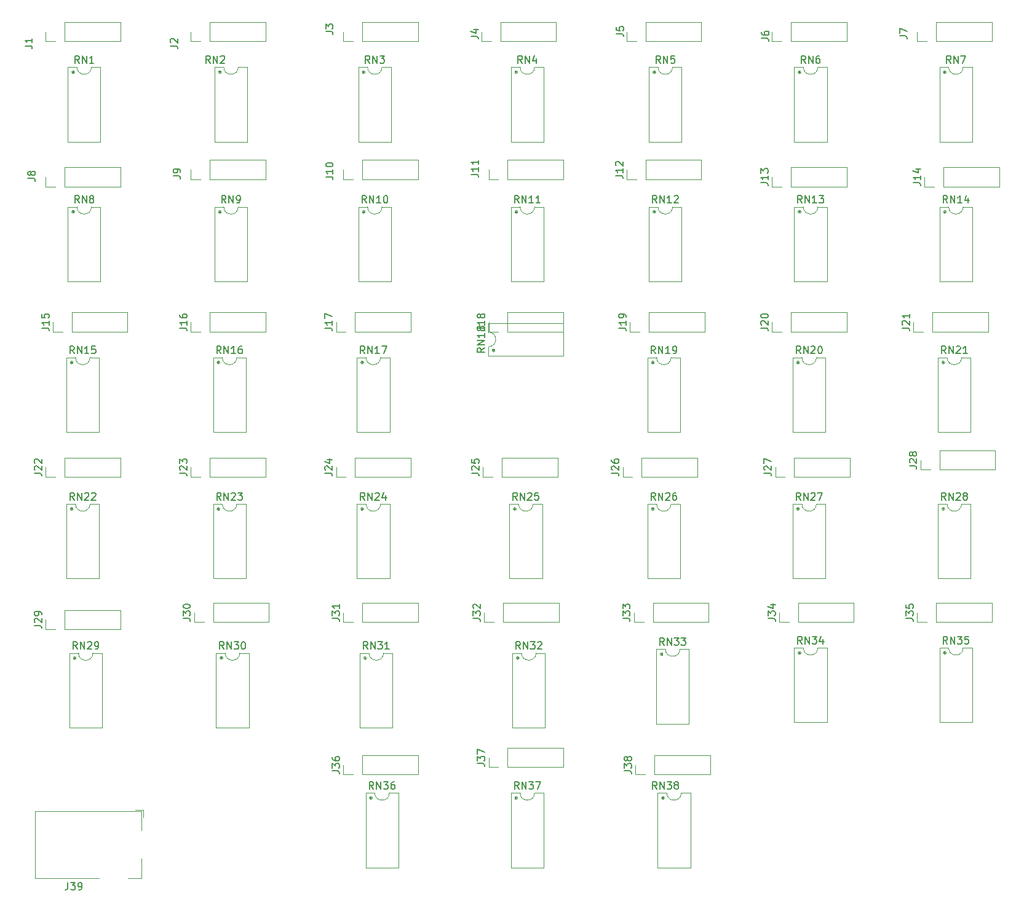
<source format=gbr>
%TF.GenerationSoftware,KiCad,Pcbnew,8.0.5*%
%TF.CreationDate,2024-10-20T22:23:27+07:00*%
%TF.ProjectId,Panel_LIN,50616e65-6c5f-44c4-994e-2e6b69636164,rev?*%
%TF.SameCoordinates,Original*%
%TF.FileFunction,Legend,Top*%
%TF.FilePolarity,Positive*%
%FSLAX46Y46*%
G04 Gerber Fmt 4.6, Leading zero omitted, Abs format (unit mm)*
G04 Created by KiCad (PCBNEW 8.0.5) date 2024-10-20 22:23:27*
%MOMM*%
%LPD*%
G01*
G04 APERTURE LIST*
%ADD10C,0.150000*%
%ADD11C,0.120000*%
G04 APERTURE END LIST*
D10*
X85740476Y-156204819D02*
X85740476Y-156919104D01*
X85740476Y-156919104D02*
X85692857Y-157061961D01*
X85692857Y-157061961D02*
X85597619Y-157157200D01*
X85597619Y-157157200D02*
X85454762Y-157204819D01*
X85454762Y-157204819D02*
X85359524Y-157204819D01*
X86121429Y-156204819D02*
X86740476Y-156204819D01*
X86740476Y-156204819D02*
X86407143Y-156585771D01*
X86407143Y-156585771D02*
X86550000Y-156585771D01*
X86550000Y-156585771D02*
X86645238Y-156633390D01*
X86645238Y-156633390D02*
X86692857Y-156681009D01*
X86692857Y-156681009D02*
X86740476Y-156776247D01*
X86740476Y-156776247D02*
X86740476Y-157014342D01*
X86740476Y-157014342D02*
X86692857Y-157109580D01*
X86692857Y-157109580D02*
X86645238Y-157157200D01*
X86645238Y-157157200D02*
X86550000Y-157204819D01*
X86550000Y-157204819D02*
X86264286Y-157204819D01*
X86264286Y-157204819D02*
X86169048Y-157157200D01*
X86169048Y-157157200D02*
X86121429Y-157109580D01*
X87216667Y-157204819D02*
X87407143Y-157204819D01*
X87407143Y-157204819D02*
X87502381Y-157157200D01*
X87502381Y-157157200D02*
X87550000Y-157109580D01*
X87550000Y-157109580D02*
X87645238Y-156966723D01*
X87645238Y-156966723D02*
X87692857Y-156776247D01*
X87692857Y-156776247D02*
X87692857Y-156395295D01*
X87692857Y-156395295D02*
X87645238Y-156300057D01*
X87645238Y-156300057D02*
X87597619Y-156252438D01*
X87597619Y-156252438D02*
X87502381Y-156204819D01*
X87502381Y-156204819D02*
X87311905Y-156204819D01*
X87311905Y-156204819D02*
X87216667Y-156252438D01*
X87216667Y-156252438D02*
X87169048Y-156300057D01*
X87169048Y-156300057D02*
X87121429Y-156395295D01*
X87121429Y-156395295D02*
X87121429Y-156633390D01*
X87121429Y-156633390D02*
X87169048Y-156728628D01*
X87169048Y-156728628D02*
X87216667Y-156776247D01*
X87216667Y-156776247D02*
X87311905Y-156823866D01*
X87311905Y-156823866D02*
X87502381Y-156823866D01*
X87502381Y-156823866D02*
X87597619Y-156776247D01*
X87597619Y-156776247D02*
X87645238Y-156728628D01*
X87645238Y-156728628D02*
X87692857Y-156633390D01*
X186818333Y-123324819D02*
X186485000Y-122848628D01*
X186246905Y-123324819D02*
X186246905Y-122324819D01*
X186246905Y-122324819D02*
X186627857Y-122324819D01*
X186627857Y-122324819D02*
X186723095Y-122372438D01*
X186723095Y-122372438D02*
X186770714Y-122420057D01*
X186770714Y-122420057D02*
X186818333Y-122515295D01*
X186818333Y-122515295D02*
X186818333Y-122658152D01*
X186818333Y-122658152D02*
X186770714Y-122753390D01*
X186770714Y-122753390D02*
X186723095Y-122801009D01*
X186723095Y-122801009D02*
X186627857Y-122848628D01*
X186627857Y-122848628D02*
X186246905Y-122848628D01*
X187246905Y-123324819D02*
X187246905Y-122324819D01*
X187246905Y-122324819D02*
X187818333Y-123324819D01*
X187818333Y-123324819D02*
X187818333Y-122324819D01*
X188199286Y-122324819D02*
X188818333Y-122324819D01*
X188818333Y-122324819D02*
X188485000Y-122705771D01*
X188485000Y-122705771D02*
X188627857Y-122705771D01*
X188627857Y-122705771D02*
X188723095Y-122753390D01*
X188723095Y-122753390D02*
X188770714Y-122801009D01*
X188770714Y-122801009D02*
X188818333Y-122896247D01*
X188818333Y-122896247D02*
X188818333Y-123134342D01*
X188818333Y-123134342D02*
X188770714Y-123229580D01*
X188770714Y-123229580D02*
X188723095Y-123277200D01*
X188723095Y-123277200D02*
X188627857Y-123324819D01*
X188627857Y-123324819D02*
X188342143Y-123324819D01*
X188342143Y-123324819D02*
X188246905Y-123277200D01*
X188246905Y-123277200D02*
X188199286Y-123229580D01*
X189675476Y-122658152D02*
X189675476Y-123324819D01*
X189437381Y-122277200D02*
X189199286Y-122991485D01*
X189199286Y-122991485D02*
X189818333Y-122991485D01*
X206818333Y-62574819D02*
X206485000Y-62098628D01*
X206246905Y-62574819D02*
X206246905Y-61574819D01*
X206246905Y-61574819D02*
X206627857Y-61574819D01*
X206627857Y-61574819D02*
X206723095Y-61622438D01*
X206723095Y-61622438D02*
X206770714Y-61670057D01*
X206770714Y-61670057D02*
X206818333Y-61765295D01*
X206818333Y-61765295D02*
X206818333Y-61908152D01*
X206818333Y-61908152D02*
X206770714Y-62003390D01*
X206770714Y-62003390D02*
X206723095Y-62051009D01*
X206723095Y-62051009D02*
X206627857Y-62098628D01*
X206627857Y-62098628D02*
X206246905Y-62098628D01*
X207246905Y-62574819D02*
X207246905Y-61574819D01*
X207246905Y-61574819D02*
X207818333Y-62574819D01*
X207818333Y-62574819D02*
X207818333Y-61574819D01*
X208818333Y-62574819D02*
X208246905Y-62574819D01*
X208532619Y-62574819D02*
X208532619Y-61574819D01*
X208532619Y-61574819D02*
X208437381Y-61717676D01*
X208437381Y-61717676D02*
X208342143Y-61812914D01*
X208342143Y-61812914D02*
X208246905Y-61860533D01*
X209675476Y-61908152D02*
X209675476Y-62574819D01*
X209437381Y-61527200D02*
X209199286Y-62241485D01*
X209199286Y-62241485D02*
X209818333Y-62241485D01*
X187294523Y-43324819D02*
X186961190Y-42848628D01*
X186723095Y-43324819D02*
X186723095Y-42324819D01*
X186723095Y-42324819D02*
X187104047Y-42324819D01*
X187104047Y-42324819D02*
X187199285Y-42372438D01*
X187199285Y-42372438D02*
X187246904Y-42420057D01*
X187246904Y-42420057D02*
X187294523Y-42515295D01*
X187294523Y-42515295D02*
X187294523Y-42658152D01*
X187294523Y-42658152D02*
X187246904Y-42753390D01*
X187246904Y-42753390D02*
X187199285Y-42801009D01*
X187199285Y-42801009D02*
X187104047Y-42848628D01*
X187104047Y-42848628D02*
X186723095Y-42848628D01*
X187723095Y-43324819D02*
X187723095Y-42324819D01*
X187723095Y-42324819D02*
X188294523Y-43324819D01*
X188294523Y-43324819D02*
X188294523Y-42324819D01*
X189199285Y-42324819D02*
X189008809Y-42324819D01*
X189008809Y-42324819D02*
X188913571Y-42372438D01*
X188913571Y-42372438D02*
X188865952Y-42420057D01*
X188865952Y-42420057D02*
X188770714Y-42562914D01*
X188770714Y-42562914D02*
X188723095Y-42753390D01*
X188723095Y-42753390D02*
X188723095Y-43134342D01*
X188723095Y-43134342D02*
X188770714Y-43229580D01*
X188770714Y-43229580D02*
X188818333Y-43277200D01*
X188818333Y-43277200D02*
X188913571Y-43324819D01*
X188913571Y-43324819D02*
X189104047Y-43324819D01*
X189104047Y-43324819D02*
X189199285Y-43277200D01*
X189199285Y-43277200D02*
X189246904Y-43229580D01*
X189246904Y-43229580D02*
X189294523Y-43134342D01*
X189294523Y-43134342D02*
X189294523Y-42896247D01*
X189294523Y-42896247D02*
X189246904Y-42801009D01*
X189246904Y-42801009D02*
X189199285Y-42753390D01*
X189199285Y-42753390D02*
X189104047Y-42705771D01*
X189104047Y-42705771D02*
X188913571Y-42705771D01*
X188913571Y-42705771D02*
X188818333Y-42753390D01*
X188818333Y-42753390D02*
X188770714Y-42801009D01*
X188770714Y-42801009D02*
X188723095Y-42896247D01*
X162124819Y-119809523D02*
X162839104Y-119809523D01*
X162839104Y-119809523D02*
X162981961Y-119857142D01*
X162981961Y-119857142D02*
X163077200Y-119952380D01*
X163077200Y-119952380D02*
X163124819Y-120095237D01*
X163124819Y-120095237D02*
X163124819Y-120190475D01*
X162124819Y-119428570D02*
X162124819Y-118809523D01*
X162124819Y-118809523D02*
X162505771Y-119142856D01*
X162505771Y-119142856D02*
X162505771Y-118999999D01*
X162505771Y-118999999D02*
X162553390Y-118904761D01*
X162553390Y-118904761D02*
X162601009Y-118857142D01*
X162601009Y-118857142D02*
X162696247Y-118809523D01*
X162696247Y-118809523D02*
X162934342Y-118809523D01*
X162934342Y-118809523D02*
X163029580Y-118857142D01*
X163029580Y-118857142D02*
X163077200Y-118904761D01*
X163077200Y-118904761D02*
X163124819Y-118999999D01*
X163124819Y-118999999D02*
X163124819Y-119285713D01*
X163124819Y-119285713D02*
X163077200Y-119380951D01*
X163077200Y-119380951D02*
X163029580Y-119428570D01*
X162124819Y-118476189D02*
X162124819Y-117857142D01*
X162124819Y-117857142D02*
X162505771Y-118190475D01*
X162505771Y-118190475D02*
X162505771Y-118047618D01*
X162505771Y-118047618D02*
X162553390Y-117952380D01*
X162553390Y-117952380D02*
X162601009Y-117904761D01*
X162601009Y-117904761D02*
X162696247Y-117857142D01*
X162696247Y-117857142D02*
X162934342Y-117857142D01*
X162934342Y-117857142D02*
X163029580Y-117904761D01*
X163029580Y-117904761D02*
X163077200Y-117952380D01*
X163077200Y-117952380D02*
X163124819Y-118047618D01*
X163124819Y-118047618D02*
X163124819Y-118333332D01*
X163124819Y-118333332D02*
X163077200Y-118428570D01*
X163077200Y-118428570D02*
X163029580Y-118476189D01*
X141504819Y-119809523D02*
X142219104Y-119809523D01*
X142219104Y-119809523D02*
X142361961Y-119857142D01*
X142361961Y-119857142D02*
X142457200Y-119952380D01*
X142457200Y-119952380D02*
X142504819Y-120095237D01*
X142504819Y-120095237D02*
X142504819Y-120190475D01*
X141504819Y-119428570D02*
X141504819Y-118809523D01*
X141504819Y-118809523D02*
X141885771Y-119142856D01*
X141885771Y-119142856D02*
X141885771Y-118999999D01*
X141885771Y-118999999D02*
X141933390Y-118904761D01*
X141933390Y-118904761D02*
X141981009Y-118857142D01*
X141981009Y-118857142D02*
X142076247Y-118809523D01*
X142076247Y-118809523D02*
X142314342Y-118809523D01*
X142314342Y-118809523D02*
X142409580Y-118857142D01*
X142409580Y-118857142D02*
X142457200Y-118904761D01*
X142457200Y-118904761D02*
X142504819Y-118999999D01*
X142504819Y-118999999D02*
X142504819Y-119285713D01*
X142504819Y-119285713D02*
X142457200Y-119380951D01*
X142457200Y-119380951D02*
X142409580Y-119428570D01*
X141600057Y-118428570D02*
X141552438Y-118380951D01*
X141552438Y-118380951D02*
X141504819Y-118285713D01*
X141504819Y-118285713D02*
X141504819Y-118047618D01*
X141504819Y-118047618D02*
X141552438Y-117952380D01*
X141552438Y-117952380D02*
X141600057Y-117904761D01*
X141600057Y-117904761D02*
X141695295Y-117857142D01*
X141695295Y-117857142D02*
X141790533Y-117857142D01*
X141790533Y-117857142D02*
X141933390Y-117904761D01*
X141933390Y-117904761D02*
X142504819Y-118476189D01*
X142504819Y-118476189D02*
X142504819Y-117857142D01*
X100234819Y-58868333D02*
X100949104Y-58868333D01*
X100949104Y-58868333D02*
X101091961Y-58915952D01*
X101091961Y-58915952D02*
X101187200Y-59011190D01*
X101187200Y-59011190D02*
X101234819Y-59154047D01*
X101234819Y-59154047D02*
X101234819Y-59249285D01*
X101234819Y-58344523D02*
X101234819Y-58154047D01*
X101234819Y-58154047D02*
X101187200Y-58058809D01*
X101187200Y-58058809D02*
X101139580Y-58011190D01*
X101139580Y-58011190D02*
X100996723Y-57915952D01*
X100996723Y-57915952D02*
X100806247Y-57868333D01*
X100806247Y-57868333D02*
X100425295Y-57868333D01*
X100425295Y-57868333D02*
X100330057Y-57915952D01*
X100330057Y-57915952D02*
X100282438Y-57963571D01*
X100282438Y-57963571D02*
X100234819Y-58058809D01*
X100234819Y-58058809D02*
X100234819Y-58249285D01*
X100234819Y-58249285D02*
X100282438Y-58344523D01*
X100282438Y-58344523D02*
X100330057Y-58392142D01*
X100330057Y-58392142D02*
X100425295Y-58439761D01*
X100425295Y-58439761D02*
X100663390Y-58439761D01*
X100663390Y-58439761D02*
X100758628Y-58392142D01*
X100758628Y-58392142D02*
X100806247Y-58344523D01*
X100806247Y-58344523D02*
X100853866Y-58249285D01*
X100853866Y-58249285D02*
X100853866Y-58058809D01*
X100853866Y-58058809D02*
X100806247Y-57963571D01*
X100806247Y-57963571D02*
X100758628Y-57915952D01*
X100758628Y-57915952D02*
X100663390Y-57868333D01*
X181584819Y-99809523D02*
X182299104Y-99809523D01*
X182299104Y-99809523D02*
X182441961Y-99857142D01*
X182441961Y-99857142D02*
X182537200Y-99952380D01*
X182537200Y-99952380D02*
X182584819Y-100095237D01*
X182584819Y-100095237D02*
X182584819Y-100190475D01*
X181680057Y-99380951D02*
X181632438Y-99333332D01*
X181632438Y-99333332D02*
X181584819Y-99238094D01*
X181584819Y-99238094D02*
X181584819Y-98999999D01*
X181584819Y-98999999D02*
X181632438Y-98904761D01*
X181632438Y-98904761D02*
X181680057Y-98857142D01*
X181680057Y-98857142D02*
X181775295Y-98809523D01*
X181775295Y-98809523D02*
X181870533Y-98809523D01*
X181870533Y-98809523D02*
X182013390Y-98857142D01*
X182013390Y-98857142D02*
X182584819Y-99428570D01*
X182584819Y-99428570D02*
X182584819Y-98809523D01*
X181584819Y-98476189D02*
X181584819Y-97809523D01*
X181584819Y-97809523D02*
X182584819Y-98238094D01*
X126613333Y-103504819D02*
X126280000Y-103028628D01*
X126041905Y-103504819D02*
X126041905Y-102504819D01*
X126041905Y-102504819D02*
X126422857Y-102504819D01*
X126422857Y-102504819D02*
X126518095Y-102552438D01*
X126518095Y-102552438D02*
X126565714Y-102600057D01*
X126565714Y-102600057D02*
X126613333Y-102695295D01*
X126613333Y-102695295D02*
X126613333Y-102838152D01*
X126613333Y-102838152D02*
X126565714Y-102933390D01*
X126565714Y-102933390D02*
X126518095Y-102981009D01*
X126518095Y-102981009D02*
X126422857Y-103028628D01*
X126422857Y-103028628D02*
X126041905Y-103028628D01*
X127041905Y-103504819D02*
X127041905Y-102504819D01*
X127041905Y-102504819D02*
X127613333Y-103504819D01*
X127613333Y-103504819D02*
X127613333Y-102504819D01*
X128041905Y-102600057D02*
X128089524Y-102552438D01*
X128089524Y-102552438D02*
X128184762Y-102504819D01*
X128184762Y-102504819D02*
X128422857Y-102504819D01*
X128422857Y-102504819D02*
X128518095Y-102552438D01*
X128518095Y-102552438D02*
X128565714Y-102600057D01*
X128565714Y-102600057D02*
X128613333Y-102695295D01*
X128613333Y-102695295D02*
X128613333Y-102790533D01*
X128613333Y-102790533D02*
X128565714Y-102933390D01*
X128565714Y-102933390D02*
X127994286Y-103504819D01*
X127994286Y-103504819D02*
X128613333Y-103504819D01*
X129470476Y-102838152D02*
X129470476Y-103504819D01*
X129232381Y-102457200D02*
X128994286Y-103171485D01*
X128994286Y-103171485D02*
X129613333Y-103171485D01*
X81124819Y-120809523D02*
X81839104Y-120809523D01*
X81839104Y-120809523D02*
X81981961Y-120857142D01*
X81981961Y-120857142D02*
X82077200Y-120952380D01*
X82077200Y-120952380D02*
X82124819Y-121095237D01*
X82124819Y-121095237D02*
X82124819Y-121190475D01*
X81220057Y-120380951D02*
X81172438Y-120333332D01*
X81172438Y-120333332D02*
X81124819Y-120238094D01*
X81124819Y-120238094D02*
X81124819Y-119999999D01*
X81124819Y-119999999D02*
X81172438Y-119904761D01*
X81172438Y-119904761D02*
X81220057Y-119857142D01*
X81220057Y-119857142D02*
X81315295Y-119809523D01*
X81315295Y-119809523D02*
X81410533Y-119809523D01*
X81410533Y-119809523D02*
X81553390Y-119857142D01*
X81553390Y-119857142D02*
X82124819Y-120428570D01*
X82124819Y-120428570D02*
X82124819Y-119809523D01*
X82124819Y-119333332D02*
X82124819Y-119142856D01*
X82124819Y-119142856D02*
X82077200Y-119047618D01*
X82077200Y-119047618D02*
X82029580Y-118999999D01*
X82029580Y-118999999D02*
X81886723Y-118904761D01*
X81886723Y-118904761D02*
X81696247Y-118857142D01*
X81696247Y-118857142D02*
X81315295Y-118857142D01*
X81315295Y-118857142D02*
X81220057Y-118904761D01*
X81220057Y-118904761D02*
X81172438Y-118952380D01*
X81172438Y-118952380D02*
X81124819Y-119047618D01*
X81124819Y-119047618D02*
X81124819Y-119238094D01*
X81124819Y-119238094D02*
X81172438Y-119333332D01*
X81172438Y-119333332D02*
X81220057Y-119380951D01*
X81220057Y-119380951D02*
X81315295Y-119428570D01*
X81315295Y-119428570D02*
X81553390Y-119428570D01*
X81553390Y-119428570D02*
X81648628Y-119380951D01*
X81648628Y-119380951D02*
X81696247Y-119333332D01*
X81696247Y-119333332D02*
X81743866Y-119238094D01*
X81743866Y-119238094D02*
X81743866Y-119047618D01*
X81743866Y-119047618D02*
X81696247Y-118952380D01*
X81696247Y-118952380D02*
X81648628Y-118904761D01*
X81648628Y-118904761D02*
X81553390Y-118857142D01*
X79824819Y-40938333D02*
X80539104Y-40938333D01*
X80539104Y-40938333D02*
X80681961Y-40985952D01*
X80681961Y-40985952D02*
X80777200Y-41081190D01*
X80777200Y-41081190D02*
X80824819Y-41224047D01*
X80824819Y-41224047D02*
X80824819Y-41319285D01*
X80824819Y-39938333D02*
X80824819Y-40509761D01*
X80824819Y-40224047D02*
X79824819Y-40224047D01*
X79824819Y-40224047D02*
X79967676Y-40319285D01*
X79967676Y-40319285D02*
X80062914Y-40414523D01*
X80062914Y-40414523D02*
X80110533Y-40509761D01*
X148023333Y-124044819D02*
X147690000Y-123568628D01*
X147451905Y-124044819D02*
X147451905Y-123044819D01*
X147451905Y-123044819D02*
X147832857Y-123044819D01*
X147832857Y-123044819D02*
X147928095Y-123092438D01*
X147928095Y-123092438D02*
X147975714Y-123140057D01*
X147975714Y-123140057D02*
X148023333Y-123235295D01*
X148023333Y-123235295D02*
X148023333Y-123378152D01*
X148023333Y-123378152D02*
X147975714Y-123473390D01*
X147975714Y-123473390D02*
X147928095Y-123521009D01*
X147928095Y-123521009D02*
X147832857Y-123568628D01*
X147832857Y-123568628D02*
X147451905Y-123568628D01*
X148451905Y-124044819D02*
X148451905Y-123044819D01*
X148451905Y-123044819D02*
X149023333Y-124044819D01*
X149023333Y-124044819D02*
X149023333Y-123044819D01*
X149404286Y-123044819D02*
X150023333Y-123044819D01*
X150023333Y-123044819D02*
X149690000Y-123425771D01*
X149690000Y-123425771D02*
X149832857Y-123425771D01*
X149832857Y-123425771D02*
X149928095Y-123473390D01*
X149928095Y-123473390D02*
X149975714Y-123521009D01*
X149975714Y-123521009D02*
X150023333Y-123616247D01*
X150023333Y-123616247D02*
X150023333Y-123854342D01*
X150023333Y-123854342D02*
X149975714Y-123949580D01*
X149975714Y-123949580D02*
X149928095Y-123997200D01*
X149928095Y-123997200D02*
X149832857Y-124044819D01*
X149832857Y-124044819D02*
X149547143Y-124044819D01*
X149547143Y-124044819D02*
X149451905Y-123997200D01*
X149451905Y-123997200D02*
X149404286Y-123949580D01*
X150404286Y-123140057D02*
X150451905Y-123092438D01*
X150451905Y-123092438D02*
X150547143Y-123044819D01*
X150547143Y-123044819D02*
X150785238Y-123044819D01*
X150785238Y-123044819D02*
X150880476Y-123092438D01*
X150880476Y-123092438D02*
X150928095Y-123140057D01*
X150928095Y-123140057D02*
X150975714Y-123235295D01*
X150975714Y-123235295D02*
X150975714Y-123330533D01*
X150975714Y-123330533D02*
X150928095Y-123473390D01*
X150928095Y-123473390D02*
X150356667Y-124044819D01*
X150356667Y-124044819D02*
X150975714Y-124044819D01*
X186818333Y-62574819D02*
X186485000Y-62098628D01*
X186246905Y-62574819D02*
X186246905Y-61574819D01*
X186246905Y-61574819D02*
X186627857Y-61574819D01*
X186627857Y-61574819D02*
X186723095Y-61622438D01*
X186723095Y-61622438D02*
X186770714Y-61670057D01*
X186770714Y-61670057D02*
X186818333Y-61765295D01*
X186818333Y-61765295D02*
X186818333Y-61908152D01*
X186818333Y-61908152D02*
X186770714Y-62003390D01*
X186770714Y-62003390D02*
X186723095Y-62051009D01*
X186723095Y-62051009D02*
X186627857Y-62098628D01*
X186627857Y-62098628D02*
X186246905Y-62098628D01*
X187246905Y-62574819D02*
X187246905Y-61574819D01*
X187246905Y-61574819D02*
X187818333Y-62574819D01*
X187818333Y-62574819D02*
X187818333Y-61574819D01*
X188818333Y-62574819D02*
X188246905Y-62574819D01*
X188532619Y-62574819D02*
X188532619Y-61574819D01*
X188532619Y-61574819D02*
X188437381Y-61717676D01*
X188437381Y-61717676D02*
X188342143Y-61812914D01*
X188342143Y-61812914D02*
X188246905Y-61860533D01*
X189151667Y-61574819D02*
X189770714Y-61574819D01*
X189770714Y-61574819D02*
X189437381Y-61955771D01*
X189437381Y-61955771D02*
X189580238Y-61955771D01*
X189580238Y-61955771D02*
X189675476Y-62003390D01*
X189675476Y-62003390D02*
X189723095Y-62051009D01*
X189723095Y-62051009D02*
X189770714Y-62146247D01*
X189770714Y-62146247D02*
X189770714Y-62384342D01*
X189770714Y-62384342D02*
X189723095Y-62479580D01*
X189723095Y-62479580D02*
X189675476Y-62527200D01*
X189675476Y-62527200D02*
X189580238Y-62574819D01*
X189580238Y-62574819D02*
X189294524Y-62574819D01*
X189294524Y-62574819D02*
X189199286Y-62527200D01*
X189199286Y-62527200D02*
X189151667Y-62479580D01*
X101124819Y-79809523D02*
X101839104Y-79809523D01*
X101839104Y-79809523D02*
X101981961Y-79857142D01*
X101981961Y-79857142D02*
X102077200Y-79952380D01*
X102077200Y-79952380D02*
X102124819Y-80095237D01*
X102124819Y-80095237D02*
X102124819Y-80190475D01*
X102124819Y-78809523D02*
X102124819Y-79380951D01*
X102124819Y-79095237D02*
X101124819Y-79095237D01*
X101124819Y-79095237D02*
X101267676Y-79190475D01*
X101267676Y-79190475D02*
X101362914Y-79285713D01*
X101362914Y-79285713D02*
X101410533Y-79380951D01*
X101124819Y-77952380D02*
X101124819Y-78142856D01*
X101124819Y-78142856D02*
X101172438Y-78238094D01*
X101172438Y-78238094D02*
X101220057Y-78285713D01*
X101220057Y-78285713D02*
X101362914Y-78380951D01*
X101362914Y-78380951D02*
X101553390Y-78428570D01*
X101553390Y-78428570D02*
X101934342Y-78428570D01*
X101934342Y-78428570D02*
X102029580Y-78380951D01*
X102029580Y-78380951D02*
X102077200Y-78333332D01*
X102077200Y-78333332D02*
X102124819Y-78238094D01*
X102124819Y-78238094D02*
X102124819Y-78047618D01*
X102124819Y-78047618D02*
X102077200Y-77952380D01*
X102077200Y-77952380D02*
X102029580Y-77904761D01*
X102029580Y-77904761D02*
X101934342Y-77857142D01*
X101934342Y-77857142D02*
X101696247Y-77857142D01*
X101696247Y-77857142D02*
X101601009Y-77904761D01*
X101601009Y-77904761D02*
X101553390Y-77952380D01*
X101553390Y-77952380D02*
X101505771Y-78047618D01*
X101505771Y-78047618D02*
X101505771Y-78238094D01*
X101505771Y-78238094D02*
X101553390Y-78333332D01*
X101553390Y-78333332D02*
X101601009Y-78380951D01*
X101601009Y-78380951D02*
X101696247Y-78428570D01*
X106818333Y-103504819D02*
X106485000Y-103028628D01*
X106246905Y-103504819D02*
X106246905Y-102504819D01*
X106246905Y-102504819D02*
X106627857Y-102504819D01*
X106627857Y-102504819D02*
X106723095Y-102552438D01*
X106723095Y-102552438D02*
X106770714Y-102600057D01*
X106770714Y-102600057D02*
X106818333Y-102695295D01*
X106818333Y-102695295D02*
X106818333Y-102838152D01*
X106818333Y-102838152D02*
X106770714Y-102933390D01*
X106770714Y-102933390D02*
X106723095Y-102981009D01*
X106723095Y-102981009D02*
X106627857Y-103028628D01*
X106627857Y-103028628D02*
X106246905Y-103028628D01*
X107246905Y-103504819D02*
X107246905Y-102504819D01*
X107246905Y-102504819D02*
X107818333Y-103504819D01*
X107818333Y-103504819D02*
X107818333Y-102504819D01*
X108246905Y-102600057D02*
X108294524Y-102552438D01*
X108294524Y-102552438D02*
X108389762Y-102504819D01*
X108389762Y-102504819D02*
X108627857Y-102504819D01*
X108627857Y-102504819D02*
X108723095Y-102552438D01*
X108723095Y-102552438D02*
X108770714Y-102600057D01*
X108770714Y-102600057D02*
X108818333Y-102695295D01*
X108818333Y-102695295D02*
X108818333Y-102790533D01*
X108818333Y-102790533D02*
X108770714Y-102933390D01*
X108770714Y-102933390D02*
X108199286Y-103504819D01*
X108199286Y-103504819D02*
X108818333Y-103504819D01*
X109151667Y-102504819D02*
X109770714Y-102504819D01*
X109770714Y-102504819D02*
X109437381Y-102885771D01*
X109437381Y-102885771D02*
X109580238Y-102885771D01*
X109580238Y-102885771D02*
X109675476Y-102933390D01*
X109675476Y-102933390D02*
X109723095Y-102981009D01*
X109723095Y-102981009D02*
X109770714Y-103076247D01*
X109770714Y-103076247D02*
X109770714Y-103314342D01*
X109770714Y-103314342D02*
X109723095Y-103409580D01*
X109723095Y-103409580D02*
X109675476Y-103457200D01*
X109675476Y-103457200D02*
X109580238Y-103504819D01*
X109580238Y-103504819D02*
X109294524Y-103504819D01*
X109294524Y-103504819D02*
X109199286Y-103457200D01*
X109199286Y-103457200D02*
X109151667Y-103409580D01*
X143094819Y-82556666D02*
X142618628Y-82889999D01*
X143094819Y-83128094D02*
X142094819Y-83128094D01*
X142094819Y-83128094D02*
X142094819Y-82747142D01*
X142094819Y-82747142D02*
X142142438Y-82651904D01*
X142142438Y-82651904D02*
X142190057Y-82604285D01*
X142190057Y-82604285D02*
X142285295Y-82556666D01*
X142285295Y-82556666D02*
X142428152Y-82556666D01*
X142428152Y-82556666D02*
X142523390Y-82604285D01*
X142523390Y-82604285D02*
X142571009Y-82651904D01*
X142571009Y-82651904D02*
X142618628Y-82747142D01*
X142618628Y-82747142D02*
X142618628Y-83128094D01*
X143094819Y-82128094D02*
X142094819Y-82128094D01*
X142094819Y-82128094D02*
X143094819Y-81556666D01*
X143094819Y-81556666D02*
X142094819Y-81556666D01*
X143094819Y-80556666D02*
X143094819Y-81128094D01*
X143094819Y-80842380D02*
X142094819Y-80842380D01*
X142094819Y-80842380D02*
X142237676Y-80937618D01*
X142237676Y-80937618D02*
X142332914Y-81032856D01*
X142332914Y-81032856D02*
X142380533Y-81128094D01*
X142523390Y-79985237D02*
X142475771Y-80080475D01*
X142475771Y-80080475D02*
X142428152Y-80128094D01*
X142428152Y-80128094D02*
X142332914Y-80175713D01*
X142332914Y-80175713D02*
X142285295Y-80175713D01*
X142285295Y-80175713D02*
X142190057Y-80128094D01*
X142190057Y-80128094D02*
X142142438Y-80080475D01*
X142142438Y-80080475D02*
X142094819Y-79985237D01*
X142094819Y-79985237D02*
X142094819Y-79794761D01*
X142094819Y-79794761D02*
X142142438Y-79699523D01*
X142142438Y-79699523D02*
X142190057Y-79651904D01*
X142190057Y-79651904D02*
X142285295Y-79604285D01*
X142285295Y-79604285D02*
X142332914Y-79604285D01*
X142332914Y-79604285D02*
X142428152Y-79651904D01*
X142428152Y-79651904D02*
X142475771Y-79699523D01*
X142475771Y-79699523D02*
X142523390Y-79794761D01*
X142523390Y-79794761D02*
X142523390Y-79985237D01*
X142523390Y-79985237D02*
X142571009Y-80080475D01*
X142571009Y-80080475D02*
X142618628Y-80128094D01*
X142618628Y-80128094D02*
X142713866Y-80175713D01*
X142713866Y-80175713D02*
X142904342Y-80175713D01*
X142904342Y-80175713D02*
X142999580Y-80128094D01*
X142999580Y-80128094D02*
X143047200Y-80080475D01*
X143047200Y-80080475D02*
X143094819Y-79985237D01*
X143094819Y-79985237D02*
X143094819Y-79794761D01*
X143094819Y-79794761D02*
X143047200Y-79699523D01*
X143047200Y-79699523D02*
X142999580Y-79651904D01*
X142999580Y-79651904D02*
X142904342Y-79604285D01*
X142904342Y-79604285D02*
X142713866Y-79604285D01*
X142713866Y-79604285D02*
X142618628Y-79651904D01*
X142618628Y-79651904D02*
X142571009Y-79699523D01*
X142571009Y-79699523D02*
X142523390Y-79794761D01*
X147818333Y-143324819D02*
X147485000Y-142848628D01*
X147246905Y-143324819D02*
X147246905Y-142324819D01*
X147246905Y-142324819D02*
X147627857Y-142324819D01*
X147627857Y-142324819D02*
X147723095Y-142372438D01*
X147723095Y-142372438D02*
X147770714Y-142420057D01*
X147770714Y-142420057D02*
X147818333Y-142515295D01*
X147818333Y-142515295D02*
X147818333Y-142658152D01*
X147818333Y-142658152D02*
X147770714Y-142753390D01*
X147770714Y-142753390D02*
X147723095Y-142801009D01*
X147723095Y-142801009D02*
X147627857Y-142848628D01*
X147627857Y-142848628D02*
X147246905Y-142848628D01*
X148246905Y-143324819D02*
X148246905Y-142324819D01*
X148246905Y-142324819D02*
X148818333Y-143324819D01*
X148818333Y-143324819D02*
X148818333Y-142324819D01*
X149199286Y-142324819D02*
X149818333Y-142324819D01*
X149818333Y-142324819D02*
X149485000Y-142705771D01*
X149485000Y-142705771D02*
X149627857Y-142705771D01*
X149627857Y-142705771D02*
X149723095Y-142753390D01*
X149723095Y-142753390D02*
X149770714Y-142801009D01*
X149770714Y-142801009D02*
X149818333Y-142896247D01*
X149818333Y-142896247D02*
X149818333Y-143134342D01*
X149818333Y-143134342D02*
X149770714Y-143229580D01*
X149770714Y-143229580D02*
X149723095Y-143277200D01*
X149723095Y-143277200D02*
X149627857Y-143324819D01*
X149627857Y-143324819D02*
X149342143Y-143324819D01*
X149342143Y-143324819D02*
X149246905Y-143277200D01*
X149246905Y-143277200D02*
X149199286Y-143229580D01*
X150151667Y-142324819D02*
X150818333Y-142324819D01*
X150818333Y-142324819D02*
X150389762Y-143324819D01*
X166818333Y-62574819D02*
X166485000Y-62098628D01*
X166246905Y-62574819D02*
X166246905Y-61574819D01*
X166246905Y-61574819D02*
X166627857Y-61574819D01*
X166627857Y-61574819D02*
X166723095Y-61622438D01*
X166723095Y-61622438D02*
X166770714Y-61670057D01*
X166770714Y-61670057D02*
X166818333Y-61765295D01*
X166818333Y-61765295D02*
X166818333Y-61908152D01*
X166818333Y-61908152D02*
X166770714Y-62003390D01*
X166770714Y-62003390D02*
X166723095Y-62051009D01*
X166723095Y-62051009D02*
X166627857Y-62098628D01*
X166627857Y-62098628D02*
X166246905Y-62098628D01*
X167246905Y-62574819D02*
X167246905Y-61574819D01*
X167246905Y-61574819D02*
X167818333Y-62574819D01*
X167818333Y-62574819D02*
X167818333Y-61574819D01*
X168818333Y-62574819D02*
X168246905Y-62574819D01*
X168532619Y-62574819D02*
X168532619Y-61574819D01*
X168532619Y-61574819D02*
X168437381Y-61717676D01*
X168437381Y-61717676D02*
X168342143Y-61812914D01*
X168342143Y-61812914D02*
X168246905Y-61860533D01*
X169199286Y-61670057D02*
X169246905Y-61622438D01*
X169246905Y-61622438D02*
X169342143Y-61574819D01*
X169342143Y-61574819D02*
X169580238Y-61574819D01*
X169580238Y-61574819D02*
X169675476Y-61622438D01*
X169675476Y-61622438D02*
X169723095Y-61670057D01*
X169723095Y-61670057D02*
X169770714Y-61765295D01*
X169770714Y-61765295D02*
X169770714Y-61860533D01*
X169770714Y-61860533D02*
X169723095Y-62003390D01*
X169723095Y-62003390D02*
X169151667Y-62574819D01*
X169151667Y-62574819D02*
X169770714Y-62574819D01*
X141234819Y-39618333D02*
X141949104Y-39618333D01*
X141949104Y-39618333D02*
X142091961Y-39665952D01*
X142091961Y-39665952D02*
X142187200Y-39761190D01*
X142187200Y-39761190D02*
X142234819Y-39904047D01*
X142234819Y-39904047D02*
X142234819Y-39999285D01*
X141568152Y-38713571D02*
X142234819Y-38713571D01*
X141187200Y-38951666D02*
X141901485Y-39189761D01*
X141901485Y-39189761D02*
X141901485Y-38570714D01*
X202124819Y-59809523D02*
X202839104Y-59809523D01*
X202839104Y-59809523D02*
X202981961Y-59857142D01*
X202981961Y-59857142D02*
X203077200Y-59952380D01*
X203077200Y-59952380D02*
X203124819Y-60095237D01*
X203124819Y-60095237D02*
X203124819Y-60190475D01*
X203124819Y-58809523D02*
X203124819Y-59380951D01*
X203124819Y-59095237D02*
X202124819Y-59095237D01*
X202124819Y-59095237D02*
X202267676Y-59190475D01*
X202267676Y-59190475D02*
X202362914Y-59285713D01*
X202362914Y-59285713D02*
X202410533Y-59380951D01*
X202458152Y-57952380D02*
X203124819Y-57952380D01*
X202077200Y-58190475D02*
X202791485Y-58428570D01*
X202791485Y-58428570D02*
X202791485Y-57809523D01*
X160584819Y-99809523D02*
X161299104Y-99809523D01*
X161299104Y-99809523D02*
X161441961Y-99857142D01*
X161441961Y-99857142D02*
X161537200Y-99952380D01*
X161537200Y-99952380D02*
X161584819Y-100095237D01*
X161584819Y-100095237D02*
X161584819Y-100190475D01*
X160680057Y-99380951D02*
X160632438Y-99333332D01*
X160632438Y-99333332D02*
X160584819Y-99238094D01*
X160584819Y-99238094D02*
X160584819Y-98999999D01*
X160584819Y-98999999D02*
X160632438Y-98904761D01*
X160632438Y-98904761D02*
X160680057Y-98857142D01*
X160680057Y-98857142D02*
X160775295Y-98809523D01*
X160775295Y-98809523D02*
X160870533Y-98809523D01*
X160870533Y-98809523D02*
X161013390Y-98857142D01*
X161013390Y-98857142D02*
X161584819Y-99428570D01*
X161584819Y-99428570D02*
X161584819Y-98809523D01*
X160584819Y-97952380D02*
X160584819Y-98142856D01*
X160584819Y-98142856D02*
X160632438Y-98238094D01*
X160632438Y-98238094D02*
X160680057Y-98285713D01*
X160680057Y-98285713D02*
X160822914Y-98380951D01*
X160822914Y-98380951D02*
X161013390Y-98428570D01*
X161013390Y-98428570D02*
X161394342Y-98428570D01*
X161394342Y-98428570D02*
X161489580Y-98380951D01*
X161489580Y-98380951D02*
X161537200Y-98333332D01*
X161537200Y-98333332D02*
X161584819Y-98238094D01*
X161584819Y-98238094D02*
X161584819Y-98047618D01*
X161584819Y-98047618D02*
X161537200Y-97952380D01*
X161537200Y-97952380D02*
X161489580Y-97904761D01*
X161489580Y-97904761D02*
X161394342Y-97857142D01*
X161394342Y-97857142D02*
X161156247Y-97857142D01*
X161156247Y-97857142D02*
X161061009Y-97904761D01*
X161061009Y-97904761D02*
X161013390Y-97952380D01*
X161013390Y-97952380D02*
X160965771Y-98047618D01*
X160965771Y-98047618D02*
X160965771Y-98238094D01*
X160965771Y-98238094D02*
X161013390Y-98333332D01*
X161013390Y-98333332D02*
X161061009Y-98380951D01*
X161061009Y-98380951D02*
X161156247Y-98428570D01*
X87294523Y-43324819D02*
X86961190Y-42848628D01*
X86723095Y-43324819D02*
X86723095Y-42324819D01*
X86723095Y-42324819D02*
X87104047Y-42324819D01*
X87104047Y-42324819D02*
X87199285Y-42372438D01*
X87199285Y-42372438D02*
X87246904Y-42420057D01*
X87246904Y-42420057D02*
X87294523Y-42515295D01*
X87294523Y-42515295D02*
X87294523Y-42658152D01*
X87294523Y-42658152D02*
X87246904Y-42753390D01*
X87246904Y-42753390D02*
X87199285Y-42801009D01*
X87199285Y-42801009D02*
X87104047Y-42848628D01*
X87104047Y-42848628D02*
X86723095Y-42848628D01*
X87723095Y-43324819D02*
X87723095Y-42324819D01*
X87723095Y-42324819D02*
X88294523Y-43324819D01*
X88294523Y-43324819D02*
X88294523Y-42324819D01*
X89294523Y-43324819D02*
X88723095Y-43324819D01*
X89008809Y-43324819D02*
X89008809Y-42324819D01*
X89008809Y-42324819D02*
X88913571Y-42467676D01*
X88913571Y-42467676D02*
X88818333Y-42562914D01*
X88818333Y-42562914D02*
X88723095Y-42610533D01*
X127818333Y-143324819D02*
X127485000Y-142848628D01*
X127246905Y-143324819D02*
X127246905Y-142324819D01*
X127246905Y-142324819D02*
X127627857Y-142324819D01*
X127627857Y-142324819D02*
X127723095Y-142372438D01*
X127723095Y-142372438D02*
X127770714Y-142420057D01*
X127770714Y-142420057D02*
X127818333Y-142515295D01*
X127818333Y-142515295D02*
X127818333Y-142658152D01*
X127818333Y-142658152D02*
X127770714Y-142753390D01*
X127770714Y-142753390D02*
X127723095Y-142801009D01*
X127723095Y-142801009D02*
X127627857Y-142848628D01*
X127627857Y-142848628D02*
X127246905Y-142848628D01*
X128246905Y-143324819D02*
X128246905Y-142324819D01*
X128246905Y-142324819D02*
X128818333Y-143324819D01*
X128818333Y-143324819D02*
X128818333Y-142324819D01*
X129199286Y-142324819D02*
X129818333Y-142324819D01*
X129818333Y-142324819D02*
X129485000Y-142705771D01*
X129485000Y-142705771D02*
X129627857Y-142705771D01*
X129627857Y-142705771D02*
X129723095Y-142753390D01*
X129723095Y-142753390D02*
X129770714Y-142801009D01*
X129770714Y-142801009D02*
X129818333Y-142896247D01*
X129818333Y-142896247D02*
X129818333Y-143134342D01*
X129818333Y-143134342D02*
X129770714Y-143229580D01*
X129770714Y-143229580D02*
X129723095Y-143277200D01*
X129723095Y-143277200D02*
X129627857Y-143324819D01*
X129627857Y-143324819D02*
X129342143Y-143324819D01*
X129342143Y-143324819D02*
X129246905Y-143277200D01*
X129246905Y-143277200D02*
X129199286Y-143229580D01*
X130675476Y-142324819D02*
X130485000Y-142324819D01*
X130485000Y-142324819D02*
X130389762Y-142372438D01*
X130389762Y-142372438D02*
X130342143Y-142420057D01*
X130342143Y-142420057D02*
X130246905Y-142562914D01*
X130246905Y-142562914D02*
X130199286Y-142753390D01*
X130199286Y-142753390D02*
X130199286Y-143134342D01*
X130199286Y-143134342D02*
X130246905Y-143229580D01*
X130246905Y-143229580D02*
X130294524Y-143277200D01*
X130294524Y-143277200D02*
X130389762Y-143324819D01*
X130389762Y-143324819D02*
X130580238Y-143324819D01*
X130580238Y-143324819D02*
X130675476Y-143277200D01*
X130675476Y-143277200D02*
X130723095Y-143229580D01*
X130723095Y-143229580D02*
X130770714Y-143134342D01*
X130770714Y-143134342D02*
X130770714Y-142896247D01*
X130770714Y-142896247D02*
X130723095Y-142801009D01*
X130723095Y-142801009D02*
X130675476Y-142753390D01*
X130675476Y-142753390D02*
X130580238Y-142705771D01*
X130580238Y-142705771D02*
X130389762Y-142705771D01*
X130389762Y-142705771D02*
X130294524Y-142753390D01*
X130294524Y-142753390D02*
X130246905Y-142801009D01*
X130246905Y-142801009D02*
X130199286Y-142896247D01*
X99824819Y-40938333D02*
X100539104Y-40938333D01*
X100539104Y-40938333D02*
X100681961Y-40985952D01*
X100681961Y-40985952D02*
X100777200Y-41081190D01*
X100777200Y-41081190D02*
X100824819Y-41224047D01*
X100824819Y-41224047D02*
X100824819Y-41319285D01*
X99920057Y-40509761D02*
X99872438Y-40462142D01*
X99872438Y-40462142D02*
X99824819Y-40366904D01*
X99824819Y-40366904D02*
X99824819Y-40128809D01*
X99824819Y-40128809D02*
X99872438Y-40033571D01*
X99872438Y-40033571D02*
X99920057Y-39985952D01*
X99920057Y-39985952D02*
X100015295Y-39938333D01*
X100015295Y-39938333D02*
X100110533Y-39938333D01*
X100110533Y-39938333D02*
X100253390Y-39985952D01*
X100253390Y-39985952D02*
X100824819Y-40557380D01*
X100824819Y-40557380D02*
X100824819Y-39938333D01*
X167294523Y-43324819D02*
X166961190Y-42848628D01*
X166723095Y-43324819D02*
X166723095Y-42324819D01*
X166723095Y-42324819D02*
X167104047Y-42324819D01*
X167104047Y-42324819D02*
X167199285Y-42372438D01*
X167199285Y-42372438D02*
X167246904Y-42420057D01*
X167246904Y-42420057D02*
X167294523Y-42515295D01*
X167294523Y-42515295D02*
X167294523Y-42658152D01*
X167294523Y-42658152D02*
X167246904Y-42753390D01*
X167246904Y-42753390D02*
X167199285Y-42801009D01*
X167199285Y-42801009D02*
X167104047Y-42848628D01*
X167104047Y-42848628D02*
X166723095Y-42848628D01*
X167723095Y-43324819D02*
X167723095Y-42324819D01*
X167723095Y-42324819D02*
X168294523Y-43324819D01*
X168294523Y-43324819D02*
X168294523Y-42324819D01*
X169246904Y-42324819D02*
X168770714Y-42324819D01*
X168770714Y-42324819D02*
X168723095Y-42801009D01*
X168723095Y-42801009D02*
X168770714Y-42753390D01*
X168770714Y-42753390D02*
X168865952Y-42705771D01*
X168865952Y-42705771D02*
X169104047Y-42705771D01*
X169104047Y-42705771D02*
X169199285Y-42753390D01*
X169199285Y-42753390D02*
X169246904Y-42801009D01*
X169246904Y-42801009D02*
X169294523Y-42896247D01*
X169294523Y-42896247D02*
X169294523Y-43134342D01*
X169294523Y-43134342D02*
X169246904Y-43229580D01*
X169246904Y-43229580D02*
X169199285Y-43277200D01*
X169199285Y-43277200D02*
X169104047Y-43324819D01*
X169104047Y-43324819D02*
X168865952Y-43324819D01*
X168865952Y-43324819D02*
X168770714Y-43277200D01*
X168770714Y-43277200D02*
X168723095Y-43229580D01*
X166613333Y-83324819D02*
X166280000Y-82848628D01*
X166041905Y-83324819D02*
X166041905Y-82324819D01*
X166041905Y-82324819D02*
X166422857Y-82324819D01*
X166422857Y-82324819D02*
X166518095Y-82372438D01*
X166518095Y-82372438D02*
X166565714Y-82420057D01*
X166565714Y-82420057D02*
X166613333Y-82515295D01*
X166613333Y-82515295D02*
X166613333Y-82658152D01*
X166613333Y-82658152D02*
X166565714Y-82753390D01*
X166565714Y-82753390D02*
X166518095Y-82801009D01*
X166518095Y-82801009D02*
X166422857Y-82848628D01*
X166422857Y-82848628D02*
X166041905Y-82848628D01*
X167041905Y-83324819D02*
X167041905Y-82324819D01*
X167041905Y-82324819D02*
X167613333Y-83324819D01*
X167613333Y-83324819D02*
X167613333Y-82324819D01*
X168613333Y-83324819D02*
X168041905Y-83324819D01*
X168327619Y-83324819D02*
X168327619Y-82324819D01*
X168327619Y-82324819D02*
X168232381Y-82467676D01*
X168232381Y-82467676D02*
X168137143Y-82562914D01*
X168137143Y-82562914D02*
X168041905Y-82610533D01*
X169089524Y-83324819D02*
X169280000Y-83324819D01*
X169280000Y-83324819D02*
X169375238Y-83277200D01*
X169375238Y-83277200D02*
X169422857Y-83229580D01*
X169422857Y-83229580D02*
X169518095Y-83086723D01*
X169518095Y-83086723D02*
X169565714Y-82896247D01*
X169565714Y-82896247D02*
X169565714Y-82515295D01*
X169565714Y-82515295D02*
X169518095Y-82420057D01*
X169518095Y-82420057D02*
X169470476Y-82372438D01*
X169470476Y-82372438D02*
X169375238Y-82324819D01*
X169375238Y-82324819D02*
X169184762Y-82324819D01*
X169184762Y-82324819D02*
X169089524Y-82372438D01*
X169089524Y-82372438D02*
X169041905Y-82420057D01*
X169041905Y-82420057D02*
X168994286Y-82515295D01*
X168994286Y-82515295D02*
X168994286Y-82753390D01*
X168994286Y-82753390D02*
X169041905Y-82848628D01*
X169041905Y-82848628D02*
X169089524Y-82896247D01*
X169089524Y-82896247D02*
X169184762Y-82943866D01*
X169184762Y-82943866D02*
X169375238Y-82943866D01*
X169375238Y-82943866D02*
X169470476Y-82896247D01*
X169470476Y-82896247D02*
X169518095Y-82848628D01*
X169518095Y-82848628D02*
X169565714Y-82753390D01*
X201124819Y-119809523D02*
X201839104Y-119809523D01*
X201839104Y-119809523D02*
X201981961Y-119857142D01*
X201981961Y-119857142D02*
X202077200Y-119952380D01*
X202077200Y-119952380D02*
X202124819Y-120095237D01*
X202124819Y-120095237D02*
X202124819Y-120190475D01*
X201124819Y-119428570D02*
X201124819Y-118809523D01*
X201124819Y-118809523D02*
X201505771Y-119142856D01*
X201505771Y-119142856D02*
X201505771Y-118999999D01*
X201505771Y-118999999D02*
X201553390Y-118904761D01*
X201553390Y-118904761D02*
X201601009Y-118857142D01*
X201601009Y-118857142D02*
X201696247Y-118809523D01*
X201696247Y-118809523D02*
X201934342Y-118809523D01*
X201934342Y-118809523D02*
X202029580Y-118857142D01*
X202029580Y-118857142D02*
X202077200Y-118904761D01*
X202077200Y-118904761D02*
X202124819Y-118999999D01*
X202124819Y-118999999D02*
X202124819Y-119285713D01*
X202124819Y-119285713D02*
X202077200Y-119380951D01*
X202077200Y-119380951D02*
X202029580Y-119428570D01*
X201124819Y-117904761D02*
X201124819Y-118380951D01*
X201124819Y-118380951D02*
X201601009Y-118428570D01*
X201601009Y-118428570D02*
X201553390Y-118380951D01*
X201553390Y-118380951D02*
X201505771Y-118285713D01*
X201505771Y-118285713D02*
X201505771Y-118047618D01*
X201505771Y-118047618D02*
X201553390Y-117952380D01*
X201553390Y-117952380D02*
X201601009Y-117904761D01*
X201601009Y-117904761D02*
X201696247Y-117857142D01*
X201696247Y-117857142D02*
X201934342Y-117857142D01*
X201934342Y-117857142D02*
X202029580Y-117904761D01*
X202029580Y-117904761D02*
X202077200Y-117952380D01*
X202077200Y-117952380D02*
X202124819Y-118047618D01*
X202124819Y-118047618D02*
X202124819Y-118285713D01*
X202124819Y-118285713D02*
X202077200Y-118380951D01*
X202077200Y-118380951D02*
X202029580Y-118428570D01*
X126613333Y-83324819D02*
X126280000Y-82848628D01*
X126041905Y-83324819D02*
X126041905Y-82324819D01*
X126041905Y-82324819D02*
X126422857Y-82324819D01*
X126422857Y-82324819D02*
X126518095Y-82372438D01*
X126518095Y-82372438D02*
X126565714Y-82420057D01*
X126565714Y-82420057D02*
X126613333Y-82515295D01*
X126613333Y-82515295D02*
X126613333Y-82658152D01*
X126613333Y-82658152D02*
X126565714Y-82753390D01*
X126565714Y-82753390D02*
X126518095Y-82801009D01*
X126518095Y-82801009D02*
X126422857Y-82848628D01*
X126422857Y-82848628D02*
X126041905Y-82848628D01*
X127041905Y-83324819D02*
X127041905Y-82324819D01*
X127041905Y-82324819D02*
X127613333Y-83324819D01*
X127613333Y-83324819D02*
X127613333Y-82324819D01*
X128613333Y-83324819D02*
X128041905Y-83324819D01*
X128327619Y-83324819D02*
X128327619Y-82324819D01*
X128327619Y-82324819D02*
X128232381Y-82467676D01*
X128232381Y-82467676D02*
X128137143Y-82562914D01*
X128137143Y-82562914D02*
X128041905Y-82610533D01*
X128946667Y-82324819D02*
X129613333Y-82324819D01*
X129613333Y-82324819D02*
X129184762Y-83324819D01*
X87294523Y-62574819D02*
X86961190Y-62098628D01*
X86723095Y-62574819D02*
X86723095Y-61574819D01*
X86723095Y-61574819D02*
X87104047Y-61574819D01*
X87104047Y-61574819D02*
X87199285Y-61622438D01*
X87199285Y-61622438D02*
X87246904Y-61670057D01*
X87246904Y-61670057D02*
X87294523Y-61765295D01*
X87294523Y-61765295D02*
X87294523Y-61908152D01*
X87294523Y-61908152D02*
X87246904Y-62003390D01*
X87246904Y-62003390D02*
X87199285Y-62051009D01*
X87199285Y-62051009D02*
X87104047Y-62098628D01*
X87104047Y-62098628D02*
X86723095Y-62098628D01*
X87723095Y-62574819D02*
X87723095Y-61574819D01*
X87723095Y-61574819D02*
X88294523Y-62574819D01*
X88294523Y-62574819D02*
X88294523Y-61574819D01*
X88913571Y-62003390D02*
X88818333Y-61955771D01*
X88818333Y-61955771D02*
X88770714Y-61908152D01*
X88770714Y-61908152D02*
X88723095Y-61812914D01*
X88723095Y-61812914D02*
X88723095Y-61765295D01*
X88723095Y-61765295D02*
X88770714Y-61670057D01*
X88770714Y-61670057D02*
X88818333Y-61622438D01*
X88818333Y-61622438D02*
X88913571Y-61574819D01*
X88913571Y-61574819D02*
X89104047Y-61574819D01*
X89104047Y-61574819D02*
X89199285Y-61622438D01*
X89199285Y-61622438D02*
X89246904Y-61670057D01*
X89246904Y-61670057D02*
X89294523Y-61765295D01*
X89294523Y-61765295D02*
X89294523Y-61812914D01*
X89294523Y-61812914D02*
X89246904Y-61908152D01*
X89246904Y-61908152D02*
X89199285Y-61955771D01*
X89199285Y-61955771D02*
X89104047Y-62003390D01*
X89104047Y-62003390D02*
X88913571Y-62003390D01*
X88913571Y-62003390D02*
X88818333Y-62051009D01*
X88818333Y-62051009D02*
X88770714Y-62098628D01*
X88770714Y-62098628D02*
X88723095Y-62193866D01*
X88723095Y-62193866D02*
X88723095Y-62384342D01*
X88723095Y-62384342D02*
X88770714Y-62479580D01*
X88770714Y-62479580D02*
X88818333Y-62527200D01*
X88818333Y-62527200D02*
X88913571Y-62574819D01*
X88913571Y-62574819D02*
X89104047Y-62574819D01*
X89104047Y-62574819D02*
X89199285Y-62527200D01*
X89199285Y-62527200D02*
X89246904Y-62479580D01*
X89246904Y-62479580D02*
X89294523Y-62384342D01*
X89294523Y-62384342D02*
X89294523Y-62193866D01*
X89294523Y-62193866D02*
X89246904Y-62098628D01*
X89246904Y-62098628D02*
X89199285Y-62051009D01*
X89199285Y-62051009D02*
X89104047Y-62003390D01*
X121234819Y-38968333D02*
X121949104Y-38968333D01*
X121949104Y-38968333D02*
X122091961Y-39015952D01*
X122091961Y-39015952D02*
X122187200Y-39111190D01*
X122187200Y-39111190D02*
X122234819Y-39254047D01*
X122234819Y-39254047D02*
X122234819Y-39349285D01*
X121234819Y-38587380D02*
X121234819Y-37968333D01*
X121234819Y-37968333D02*
X121615771Y-38301666D01*
X121615771Y-38301666D02*
X121615771Y-38158809D01*
X121615771Y-38158809D02*
X121663390Y-38063571D01*
X121663390Y-38063571D02*
X121711009Y-38015952D01*
X121711009Y-38015952D02*
X121806247Y-37968333D01*
X121806247Y-37968333D02*
X122044342Y-37968333D01*
X122044342Y-37968333D02*
X122139580Y-38015952D01*
X122139580Y-38015952D02*
X122187200Y-38063571D01*
X122187200Y-38063571D02*
X122234819Y-38158809D01*
X122234819Y-38158809D02*
X122234819Y-38444523D01*
X122234819Y-38444523D02*
X122187200Y-38539761D01*
X122187200Y-38539761D02*
X122139580Y-38587380D01*
X87023333Y-124044819D02*
X86690000Y-123568628D01*
X86451905Y-124044819D02*
X86451905Y-123044819D01*
X86451905Y-123044819D02*
X86832857Y-123044819D01*
X86832857Y-123044819D02*
X86928095Y-123092438D01*
X86928095Y-123092438D02*
X86975714Y-123140057D01*
X86975714Y-123140057D02*
X87023333Y-123235295D01*
X87023333Y-123235295D02*
X87023333Y-123378152D01*
X87023333Y-123378152D02*
X86975714Y-123473390D01*
X86975714Y-123473390D02*
X86928095Y-123521009D01*
X86928095Y-123521009D02*
X86832857Y-123568628D01*
X86832857Y-123568628D02*
X86451905Y-123568628D01*
X87451905Y-124044819D02*
X87451905Y-123044819D01*
X87451905Y-123044819D02*
X88023333Y-124044819D01*
X88023333Y-124044819D02*
X88023333Y-123044819D01*
X88451905Y-123140057D02*
X88499524Y-123092438D01*
X88499524Y-123092438D02*
X88594762Y-123044819D01*
X88594762Y-123044819D02*
X88832857Y-123044819D01*
X88832857Y-123044819D02*
X88928095Y-123092438D01*
X88928095Y-123092438D02*
X88975714Y-123140057D01*
X88975714Y-123140057D02*
X89023333Y-123235295D01*
X89023333Y-123235295D02*
X89023333Y-123330533D01*
X89023333Y-123330533D02*
X88975714Y-123473390D01*
X88975714Y-123473390D02*
X88404286Y-124044819D01*
X88404286Y-124044819D02*
X89023333Y-124044819D01*
X89499524Y-124044819D02*
X89690000Y-124044819D01*
X89690000Y-124044819D02*
X89785238Y-123997200D01*
X89785238Y-123997200D02*
X89832857Y-123949580D01*
X89832857Y-123949580D02*
X89928095Y-123806723D01*
X89928095Y-123806723D02*
X89975714Y-123616247D01*
X89975714Y-123616247D02*
X89975714Y-123235295D01*
X89975714Y-123235295D02*
X89928095Y-123140057D01*
X89928095Y-123140057D02*
X89880476Y-123092438D01*
X89880476Y-123092438D02*
X89785238Y-123044819D01*
X89785238Y-123044819D02*
X89594762Y-123044819D01*
X89594762Y-123044819D02*
X89499524Y-123092438D01*
X89499524Y-123092438D02*
X89451905Y-123140057D01*
X89451905Y-123140057D02*
X89404286Y-123235295D01*
X89404286Y-123235295D02*
X89404286Y-123473390D01*
X89404286Y-123473390D02*
X89451905Y-123568628D01*
X89451905Y-123568628D02*
X89499524Y-123616247D01*
X89499524Y-123616247D02*
X89594762Y-123663866D01*
X89594762Y-123663866D02*
X89785238Y-123663866D01*
X89785238Y-123663866D02*
X89880476Y-123616247D01*
X89880476Y-123616247D02*
X89928095Y-123568628D01*
X89928095Y-123568628D02*
X89975714Y-123473390D01*
X141324819Y-99809523D02*
X142039104Y-99809523D01*
X142039104Y-99809523D02*
X142181961Y-99857142D01*
X142181961Y-99857142D02*
X142277200Y-99952380D01*
X142277200Y-99952380D02*
X142324819Y-100095237D01*
X142324819Y-100095237D02*
X142324819Y-100190475D01*
X141420057Y-99380951D02*
X141372438Y-99333332D01*
X141372438Y-99333332D02*
X141324819Y-99238094D01*
X141324819Y-99238094D02*
X141324819Y-98999999D01*
X141324819Y-98999999D02*
X141372438Y-98904761D01*
X141372438Y-98904761D02*
X141420057Y-98857142D01*
X141420057Y-98857142D02*
X141515295Y-98809523D01*
X141515295Y-98809523D02*
X141610533Y-98809523D01*
X141610533Y-98809523D02*
X141753390Y-98857142D01*
X141753390Y-98857142D02*
X142324819Y-99428570D01*
X142324819Y-99428570D02*
X142324819Y-98809523D01*
X141324819Y-97904761D02*
X141324819Y-98380951D01*
X141324819Y-98380951D02*
X141801009Y-98428570D01*
X141801009Y-98428570D02*
X141753390Y-98380951D01*
X141753390Y-98380951D02*
X141705771Y-98285713D01*
X141705771Y-98285713D02*
X141705771Y-98047618D01*
X141705771Y-98047618D02*
X141753390Y-97952380D01*
X141753390Y-97952380D02*
X141801009Y-97904761D01*
X141801009Y-97904761D02*
X141896247Y-97857142D01*
X141896247Y-97857142D02*
X142134342Y-97857142D01*
X142134342Y-97857142D02*
X142229580Y-97904761D01*
X142229580Y-97904761D02*
X142277200Y-97952380D01*
X142277200Y-97952380D02*
X142324819Y-98047618D01*
X142324819Y-98047618D02*
X142324819Y-98285713D01*
X142324819Y-98285713D02*
X142277200Y-98380951D01*
X142277200Y-98380951D02*
X142229580Y-98428570D01*
X207294523Y-43324819D02*
X206961190Y-42848628D01*
X206723095Y-43324819D02*
X206723095Y-42324819D01*
X206723095Y-42324819D02*
X207104047Y-42324819D01*
X207104047Y-42324819D02*
X207199285Y-42372438D01*
X207199285Y-42372438D02*
X207246904Y-42420057D01*
X207246904Y-42420057D02*
X207294523Y-42515295D01*
X207294523Y-42515295D02*
X207294523Y-42658152D01*
X207294523Y-42658152D02*
X207246904Y-42753390D01*
X207246904Y-42753390D02*
X207199285Y-42801009D01*
X207199285Y-42801009D02*
X207104047Y-42848628D01*
X207104047Y-42848628D02*
X206723095Y-42848628D01*
X207723095Y-43324819D02*
X207723095Y-42324819D01*
X207723095Y-42324819D02*
X208294523Y-43324819D01*
X208294523Y-43324819D02*
X208294523Y-42324819D01*
X208675476Y-42324819D02*
X209342142Y-42324819D01*
X209342142Y-42324819D02*
X208913571Y-43324819D01*
X161584819Y-79809523D02*
X162299104Y-79809523D01*
X162299104Y-79809523D02*
X162441961Y-79857142D01*
X162441961Y-79857142D02*
X162537200Y-79952380D01*
X162537200Y-79952380D02*
X162584819Y-80095237D01*
X162584819Y-80095237D02*
X162584819Y-80190475D01*
X162584819Y-78809523D02*
X162584819Y-79380951D01*
X162584819Y-79095237D02*
X161584819Y-79095237D01*
X161584819Y-79095237D02*
X161727676Y-79190475D01*
X161727676Y-79190475D02*
X161822914Y-79285713D01*
X161822914Y-79285713D02*
X161870533Y-79380951D01*
X162584819Y-78333332D02*
X162584819Y-78142856D01*
X162584819Y-78142856D02*
X162537200Y-78047618D01*
X162537200Y-78047618D02*
X162489580Y-77999999D01*
X162489580Y-77999999D02*
X162346723Y-77904761D01*
X162346723Y-77904761D02*
X162156247Y-77857142D01*
X162156247Y-77857142D02*
X161775295Y-77857142D01*
X161775295Y-77857142D02*
X161680057Y-77904761D01*
X161680057Y-77904761D02*
X161632438Y-77952380D01*
X161632438Y-77952380D02*
X161584819Y-78047618D01*
X161584819Y-78047618D02*
X161584819Y-78238094D01*
X161584819Y-78238094D02*
X161632438Y-78333332D01*
X161632438Y-78333332D02*
X161680057Y-78380951D01*
X161680057Y-78380951D02*
X161775295Y-78428570D01*
X161775295Y-78428570D02*
X162013390Y-78428570D01*
X162013390Y-78428570D02*
X162108628Y-78380951D01*
X162108628Y-78380951D02*
X162156247Y-78333332D01*
X162156247Y-78333332D02*
X162203866Y-78238094D01*
X162203866Y-78238094D02*
X162203866Y-78047618D01*
X162203866Y-78047618D02*
X162156247Y-77952380D01*
X162156247Y-77952380D02*
X162108628Y-77904761D01*
X162108628Y-77904761D02*
X162013390Y-77857142D01*
X206613333Y-83324819D02*
X206280000Y-82848628D01*
X206041905Y-83324819D02*
X206041905Y-82324819D01*
X206041905Y-82324819D02*
X206422857Y-82324819D01*
X206422857Y-82324819D02*
X206518095Y-82372438D01*
X206518095Y-82372438D02*
X206565714Y-82420057D01*
X206565714Y-82420057D02*
X206613333Y-82515295D01*
X206613333Y-82515295D02*
X206613333Y-82658152D01*
X206613333Y-82658152D02*
X206565714Y-82753390D01*
X206565714Y-82753390D02*
X206518095Y-82801009D01*
X206518095Y-82801009D02*
X206422857Y-82848628D01*
X206422857Y-82848628D02*
X206041905Y-82848628D01*
X207041905Y-83324819D02*
X207041905Y-82324819D01*
X207041905Y-82324819D02*
X207613333Y-83324819D01*
X207613333Y-83324819D02*
X207613333Y-82324819D01*
X208041905Y-82420057D02*
X208089524Y-82372438D01*
X208089524Y-82372438D02*
X208184762Y-82324819D01*
X208184762Y-82324819D02*
X208422857Y-82324819D01*
X208422857Y-82324819D02*
X208518095Y-82372438D01*
X208518095Y-82372438D02*
X208565714Y-82420057D01*
X208565714Y-82420057D02*
X208613333Y-82515295D01*
X208613333Y-82515295D02*
X208613333Y-82610533D01*
X208613333Y-82610533D02*
X208565714Y-82753390D01*
X208565714Y-82753390D02*
X207994286Y-83324819D01*
X207994286Y-83324819D02*
X208613333Y-83324819D01*
X209565714Y-83324819D02*
X208994286Y-83324819D01*
X209280000Y-83324819D02*
X209280000Y-82324819D01*
X209280000Y-82324819D02*
X209184762Y-82467676D01*
X209184762Y-82467676D02*
X209089524Y-82562914D01*
X209089524Y-82562914D02*
X208994286Y-82610533D01*
X181124819Y-79809523D02*
X181839104Y-79809523D01*
X181839104Y-79809523D02*
X181981961Y-79857142D01*
X181981961Y-79857142D02*
X182077200Y-79952380D01*
X182077200Y-79952380D02*
X182124819Y-80095237D01*
X182124819Y-80095237D02*
X182124819Y-80190475D01*
X181220057Y-79380951D02*
X181172438Y-79333332D01*
X181172438Y-79333332D02*
X181124819Y-79238094D01*
X181124819Y-79238094D02*
X181124819Y-78999999D01*
X181124819Y-78999999D02*
X181172438Y-78904761D01*
X181172438Y-78904761D02*
X181220057Y-78857142D01*
X181220057Y-78857142D02*
X181315295Y-78809523D01*
X181315295Y-78809523D02*
X181410533Y-78809523D01*
X181410533Y-78809523D02*
X181553390Y-78857142D01*
X181553390Y-78857142D02*
X182124819Y-79428570D01*
X182124819Y-79428570D02*
X182124819Y-78809523D01*
X181124819Y-78190475D02*
X181124819Y-78095237D01*
X181124819Y-78095237D02*
X181172438Y-77999999D01*
X181172438Y-77999999D02*
X181220057Y-77952380D01*
X181220057Y-77952380D02*
X181315295Y-77904761D01*
X181315295Y-77904761D02*
X181505771Y-77857142D01*
X181505771Y-77857142D02*
X181743866Y-77857142D01*
X181743866Y-77857142D02*
X181934342Y-77904761D01*
X181934342Y-77904761D02*
X182029580Y-77952380D01*
X182029580Y-77952380D02*
X182077200Y-77999999D01*
X182077200Y-77999999D02*
X182124819Y-78095237D01*
X182124819Y-78095237D02*
X182124819Y-78190475D01*
X182124819Y-78190475D02*
X182077200Y-78285713D01*
X182077200Y-78285713D02*
X182029580Y-78333332D01*
X182029580Y-78333332D02*
X181934342Y-78380951D01*
X181934342Y-78380951D02*
X181743866Y-78428570D01*
X181743866Y-78428570D02*
X181505771Y-78428570D01*
X181505771Y-78428570D02*
X181315295Y-78380951D01*
X181315295Y-78380951D02*
X181220057Y-78333332D01*
X181220057Y-78333332D02*
X181172438Y-78285713D01*
X181172438Y-78285713D02*
X181124819Y-78190475D01*
X141234819Y-58644523D02*
X141949104Y-58644523D01*
X141949104Y-58644523D02*
X142091961Y-58692142D01*
X142091961Y-58692142D02*
X142187200Y-58787380D01*
X142187200Y-58787380D02*
X142234819Y-58930237D01*
X142234819Y-58930237D02*
X142234819Y-59025475D01*
X142234819Y-57644523D02*
X142234819Y-58215951D01*
X142234819Y-57930237D02*
X141234819Y-57930237D01*
X141234819Y-57930237D02*
X141377676Y-58025475D01*
X141377676Y-58025475D02*
X141472914Y-58120713D01*
X141472914Y-58120713D02*
X141520533Y-58215951D01*
X142234819Y-56692142D02*
X142234819Y-57263570D01*
X142234819Y-56977856D02*
X141234819Y-56977856D01*
X141234819Y-56977856D02*
X141377676Y-57073094D01*
X141377676Y-57073094D02*
X141472914Y-57168332D01*
X141472914Y-57168332D02*
X141520533Y-57263570D01*
X200234819Y-39568333D02*
X200949104Y-39568333D01*
X200949104Y-39568333D02*
X201091961Y-39615952D01*
X201091961Y-39615952D02*
X201187200Y-39711190D01*
X201187200Y-39711190D02*
X201234819Y-39854047D01*
X201234819Y-39854047D02*
X201234819Y-39949285D01*
X200234819Y-39187380D02*
X200234819Y-38520714D01*
X200234819Y-38520714D02*
X201234819Y-38949285D01*
X105309523Y-43324819D02*
X104976190Y-42848628D01*
X104738095Y-43324819D02*
X104738095Y-42324819D01*
X104738095Y-42324819D02*
X105119047Y-42324819D01*
X105119047Y-42324819D02*
X105214285Y-42372438D01*
X105214285Y-42372438D02*
X105261904Y-42420057D01*
X105261904Y-42420057D02*
X105309523Y-42515295D01*
X105309523Y-42515295D02*
X105309523Y-42658152D01*
X105309523Y-42658152D02*
X105261904Y-42753390D01*
X105261904Y-42753390D02*
X105214285Y-42801009D01*
X105214285Y-42801009D02*
X105119047Y-42848628D01*
X105119047Y-42848628D02*
X104738095Y-42848628D01*
X105738095Y-43324819D02*
X105738095Y-42324819D01*
X105738095Y-42324819D02*
X106309523Y-43324819D01*
X106309523Y-43324819D02*
X106309523Y-42324819D01*
X106738095Y-42420057D02*
X106785714Y-42372438D01*
X106785714Y-42372438D02*
X106880952Y-42324819D01*
X106880952Y-42324819D02*
X107119047Y-42324819D01*
X107119047Y-42324819D02*
X107214285Y-42372438D01*
X107214285Y-42372438D02*
X107261904Y-42420057D01*
X107261904Y-42420057D02*
X107309523Y-42515295D01*
X107309523Y-42515295D02*
X107309523Y-42610533D01*
X107309523Y-42610533D02*
X107261904Y-42753390D01*
X107261904Y-42753390D02*
X106690476Y-43324819D01*
X106690476Y-43324819D02*
X107309523Y-43324819D01*
X166833333Y-143324819D02*
X166500000Y-142848628D01*
X166261905Y-143324819D02*
X166261905Y-142324819D01*
X166261905Y-142324819D02*
X166642857Y-142324819D01*
X166642857Y-142324819D02*
X166738095Y-142372438D01*
X166738095Y-142372438D02*
X166785714Y-142420057D01*
X166785714Y-142420057D02*
X166833333Y-142515295D01*
X166833333Y-142515295D02*
X166833333Y-142658152D01*
X166833333Y-142658152D02*
X166785714Y-142753390D01*
X166785714Y-142753390D02*
X166738095Y-142801009D01*
X166738095Y-142801009D02*
X166642857Y-142848628D01*
X166642857Y-142848628D02*
X166261905Y-142848628D01*
X167261905Y-143324819D02*
X167261905Y-142324819D01*
X167261905Y-142324819D02*
X167833333Y-143324819D01*
X167833333Y-143324819D02*
X167833333Y-142324819D01*
X168214286Y-142324819D02*
X168833333Y-142324819D01*
X168833333Y-142324819D02*
X168500000Y-142705771D01*
X168500000Y-142705771D02*
X168642857Y-142705771D01*
X168642857Y-142705771D02*
X168738095Y-142753390D01*
X168738095Y-142753390D02*
X168785714Y-142801009D01*
X168785714Y-142801009D02*
X168833333Y-142896247D01*
X168833333Y-142896247D02*
X168833333Y-143134342D01*
X168833333Y-143134342D02*
X168785714Y-143229580D01*
X168785714Y-143229580D02*
X168738095Y-143277200D01*
X168738095Y-143277200D02*
X168642857Y-143324819D01*
X168642857Y-143324819D02*
X168357143Y-143324819D01*
X168357143Y-143324819D02*
X168261905Y-143277200D01*
X168261905Y-143277200D02*
X168214286Y-143229580D01*
X169404762Y-142753390D02*
X169309524Y-142705771D01*
X169309524Y-142705771D02*
X169261905Y-142658152D01*
X169261905Y-142658152D02*
X169214286Y-142562914D01*
X169214286Y-142562914D02*
X169214286Y-142515295D01*
X169214286Y-142515295D02*
X169261905Y-142420057D01*
X169261905Y-142420057D02*
X169309524Y-142372438D01*
X169309524Y-142372438D02*
X169404762Y-142324819D01*
X169404762Y-142324819D02*
X169595238Y-142324819D01*
X169595238Y-142324819D02*
X169690476Y-142372438D01*
X169690476Y-142372438D02*
X169738095Y-142420057D01*
X169738095Y-142420057D02*
X169785714Y-142515295D01*
X169785714Y-142515295D02*
X169785714Y-142562914D01*
X169785714Y-142562914D02*
X169738095Y-142658152D01*
X169738095Y-142658152D02*
X169690476Y-142705771D01*
X169690476Y-142705771D02*
X169595238Y-142753390D01*
X169595238Y-142753390D02*
X169404762Y-142753390D01*
X169404762Y-142753390D02*
X169309524Y-142801009D01*
X169309524Y-142801009D02*
X169261905Y-142848628D01*
X169261905Y-142848628D02*
X169214286Y-142943866D01*
X169214286Y-142943866D02*
X169214286Y-143134342D01*
X169214286Y-143134342D02*
X169261905Y-143229580D01*
X169261905Y-143229580D02*
X169309524Y-143277200D01*
X169309524Y-143277200D02*
X169404762Y-143324819D01*
X169404762Y-143324819D02*
X169595238Y-143324819D01*
X169595238Y-143324819D02*
X169690476Y-143277200D01*
X169690476Y-143277200D02*
X169738095Y-143229580D01*
X169738095Y-143229580D02*
X169785714Y-143134342D01*
X169785714Y-143134342D02*
X169785714Y-142943866D01*
X169785714Y-142943866D02*
X169738095Y-142848628D01*
X169738095Y-142848628D02*
X169690476Y-142801009D01*
X169690476Y-142801009D02*
X169595238Y-142753390D01*
X181124819Y-59809523D02*
X181839104Y-59809523D01*
X181839104Y-59809523D02*
X181981961Y-59857142D01*
X181981961Y-59857142D02*
X182077200Y-59952380D01*
X182077200Y-59952380D02*
X182124819Y-60095237D01*
X182124819Y-60095237D02*
X182124819Y-60190475D01*
X182124819Y-58809523D02*
X182124819Y-59380951D01*
X182124819Y-59095237D02*
X181124819Y-59095237D01*
X181124819Y-59095237D02*
X181267676Y-59190475D01*
X181267676Y-59190475D02*
X181362914Y-59285713D01*
X181362914Y-59285713D02*
X181410533Y-59380951D01*
X181124819Y-58476189D02*
X181124819Y-57857142D01*
X181124819Y-57857142D02*
X181505771Y-58190475D01*
X181505771Y-58190475D02*
X181505771Y-58047618D01*
X181505771Y-58047618D02*
X181553390Y-57952380D01*
X181553390Y-57952380D02*
X181601009Y-57904761D01*
X181601009Y-57904761D02*
X181696247Y-57857142D01*
X181696247Y-57857142D02*
X181934342Y-57857142D01*
X181934342Y-57857142D02*
X182029580Y-57904761D01*
X182029580Y-57904761D02*
X182077200Y-57952380D01*
X182077200Y-57952380D02*
X182124819Y-58047618D01*
X182124819Y-58047618D02*
X182124819Y-58333332D01*
X182124819Y-58333332D02*
X182077200Y-58428570D01*
X182077200Y-58428570D02*
X182029580Y-58476189D01*
X206613333Y-103504819D02*
X206280000Y-103028628D01*
X206041905Y-103504819D02*
X206041905Y-102504819D01*
X206041905Y-102504819D02*
X206422857Y-102504819D01*
X206422857Y-102504819D02*
X206518095Y-102552438D01*
X206518095Y-102552438D02*
X206565714Y-102600057D01*
X206565714Y-102600057D02*
X206613333Y-102695295D01*
X206613333Y-102695295D02*
X206613333Y-102838152D01*
X206613333Y-102838152D02*
X206565714Y-102933390D01*
X206565714Y-102933390D02*
X206518095Y-102981009D01*
X206518095Y-102981009D02*
X206422857Y-103028628D01*
X206422857Y-103028628D02*
X206041905Y-103028628D01*
X207041905Y-103504819D02*
X207041905Y-102504819D01*
X207041905Y-102504819D02*
X207613333Y-103504819D01*
X207613333Y-103504819D02*
X207613333Y-102504819D01*
X208041905Y-102600057D02*
X208089524Y-102552438D01*
X208089524Y-102552438D02*
X208184762Y-102504819D01*
X208184762Y-102504819D02*
X208422857Y-102504819D01*
X208422857Y-102504819D02*
X208518095Y-102552438D01*
X208518095Y-102552438D02*
X208565714Y-102600057D01*
X208565714Y-102600057D02*
X208613333Y-102695295D01*
X208613333Y-102695295D02*
X208613333Y-102790533D01*
X208613333Y-102790533D02*
X208565714Y-102933390D01*
X208565714Y-102933390D02*
X207994286Y-103504819D01*
X207994286Y-103504819D02*
X208613333Y-103504819D01*
X209184762Y-102933390D02*
X209089524Y-102885771D01*
X209089524Y-102885771D02*
X209041905Y-102838152D01*
X209041905Y-102838152D02*
X208994286Y-102742914D01*
X208994286Y-102742914D02*
X208994286Y-102695295D01*
X208994286Y-102695295D02*
X209041905Y-102600057D01*
X209041905Y-102600057D02*
X209089524Y-102552438D01*
X209089524Y-102552438D02*
X209184762Y-102504819D01*
X209184762Y-102504819D02*
X209375238Y-102504819D01*
X209375238Y-102504819D02*
X209470476Y-102552438D01*
X209470476Y-102552438D02*
X209518095Y-102600057D01*
X209518095Y-102600057D02*
X209565714Y-102695295D01*
X209565714Y-102695295D02*
X209565714Y-102742914D01*
X209565714Y-102742914D02*
X209518095Y-102838152D01*
X209518095Y-102838152D02*
X209470476Y-102885771D01*
X209470476Y-102885771D02*
X209375238Y-102933390D01*
X209375238Y-102933390D02*
X209184762Y-102933390D01*
X209184762Y-102933390D02*
X209089524Y-102981009D01*
X209089524Y-102981009D02*
X209041905Y-103028628D01*
X209041905Y-103028628D02*
X208994286Y-103123866D01*
X208994286Y-103123866D02*
X208994286Y-103314342D01*
X208994286Y-103314342D02*
X209041905Y-103409580D01*
X209041905Y-103409580D02*
X209089524Y-103457200D01*
X209089524Y-103457200D02*
X209184762Y-103504819D01*
X209184762Y-103504819D02*
X209375238Y-103504819D01*
X209375238Y-103504819D02*
X209470476Y-103457200D01*
X209470476Y-103457200D02*
X209518095Y-103409580D01*
X209518095Y-103409580D02*
X209565714Y-103314342D01*
X209565714Y-103314342D02*
X209565714Y-103123866D01*
X209565714Y-103123866D02*
X209518095Y-103028628D01*
X209518095Y-103028628D02*
X209470476Y-102981009D01*
X209470476Y-102981009D02*
X209375238Y-102933390D01*
X186613333Y-103504819D02*
X186280000Y-103028628D01*
X186041905Y-103504819D02*
X186041905Y-102504819D01*
X186041905Y-102504819D02*
X186422857Y-102504819D01*
X186422857Y-102504819D02*
X186518095Y-102552438D01*
X186518095Y-102552438D02*
X186565714Y-102600057D01*
X186565714Y-102600057D02*
X186613333Y-102695295D01*
X186613333Y-102695295D02*
X186613333Y-102838152D01*
X186613333Y-102838152D02*
X186565714Y-102933390D01*
X186565714Y-102933390D02*
X186518095Y-102981009D01*
X186518095Y-102981009D02*
X186422857Y-103028628D01*
X186422857Y-103028628D02*
X186041905Y-103028628D01*
X187041905Y-103504819D02*
X187041905Y-102504819D01*
X187041905Y-102504819D02*
X187613333Y-103504819D01*
X187613333Y-103504819D02*
X187613333Y-102504819D01*
X188041905Y-102600057D02*
X188089524Y-102552438D01*
X188089524Y-102552438D02*
X188184762Y-102504819D01*
X188184762Y-102504819D02*
X188422857Y-102504819D01*
X188422857Y-102504819D02*
X188518095Y-102552438D01*
X188518095Y-102552438D02*
X188565714Y-102600057D01*
X188565714Y-102600057D02*
X188613333Y-102695295D01*
X188613333Y-102695295D02*
X188613333Y-102790533D01*
X188613333Y-102790533D02*
X188565714Y-102933390D01*
X188565714Y-102933390D02*
X187994286Y-103504819D01*
X187994286Y-103504819D02*
X188613333Y-103504819D01*
X188946667Y-102504819D02*
X189613333Y-102504819D01*
X189613333Y-102504819D02*
X189184762Y-103504819D01*
X147613333Y-103504819D02*
X147280000Y-103028628D01*
X147041905Y-103504819D02*
X147041905Y-102504819D01*
X147041905Y-102504819D02*
X147422857Y-102504819D01*
X147422857Y-102504819D02*
X147518095Y-102552438D01*
X147518095Y-102552438D02*
X147565714Y-102600057D01*
X147565714Y-102600057D02*
X147613333Y-102695295D01*
X147613333Y-102695295D02*
X147613333Y-102838152D01*
X147613333Y-102838152D02*
X147565714Y-102933390D01*
X147565714Y-102933390D02*
X147518095Y-102981009D01*
X147518095Y-102981009D02*
X147422857Y-103028628D01*
X147422857Y-103028628D02*
X147041905Y-103028628D01*
X148041905Y-103504819D02*
X148041905Y-102504819D01*
X148041905Y-102504819D02*
X148613333Y-103504819D01*
X148613333Y-103504819D02*
X148613333Y-102504819D01*
X149041905Y-102600057D02*
X149089524Y-102552438D01*
X149089524Y-102552438D02*
X149184762Y-102504819D01*
X149184762Y-102504819D02*
X149422857Y-102504819D01*
X149422857Y-102504819D02*
X149518095Y-102552438D01*
X149518095Y-102552438D02*
X149565714Y-102600057D01*
X149565714Y-102600057D02*
X149613333Y-102695295D01*
X149613333Y-102695295D02*
X149613333Y-102790533D01*
X149613333Y-102790533D02*
X149565714Y-102933390D01*
X149565714Y-102933390D02*
X148994286Y-103504819D01*
X148994286Y-103504819D02*
X149613333Y-103504819D01*
X150518095Y-102504819D02*
X150041905Y-102504819D01*
X150041905Y-102504819D02*
X149994286Y-102981009D01*
X149994286Y-102981009D02*
X150041905Y-102933390D01*
X150041905Y-102933390D02*
X150137143Y-102885771D01*
X150137143Y-102885771D02*
X150375238Y-102885771D01*
X150375238Y-102885771D02*
X150470476Y-102933390D01*
X150470476Y-102933390D02*
X150518095Y-102981009D01*
X150518095Y-102981009D02*
X150565714Y-103076247D01*
X150565714Y-103076247D02*
X150565714Y-103314342D01*
X150565714Y-103314342D02*
X150518095Y-103409580D01*
X150518095Y-103409580D02*
X150470476Y-103457200D01*
X150470476Y-103457200D02*
X150375238Y-103504819D01*
X150375238Y-103504819D02*
X150137143Y-103504819D01*
X150137143Y-103504819D02*
X150041905Y-103457200D01*
X150041905Y-103457200D02*
X149994286Y-103409580D01*
X161234819Y-39268333D02*
X161949104Y-39268333D01*
X161949104Y-39268333D02*
X162091961Y-39315952D01*
X162091961Y-39315952D02*
X162187200Y-39411190D01*
X162187200Y-39411190D02*
X162234819Y-39554047D01*
X162234819Y-39554047D02*
X162234819Y-39649285D01*
X161234819Y-38315952D02*
X161234819Y-38792142D01*
X161234819Y-38792142D02*
X161711009Y-38839761D01*
X161711009Y-38839761D02*
X161663390Y-38792142D01*
X161663390Y-38792142D02*
X161615771Y-38696904D01*
X161615771Y-38696904D02*
X161615771Y-38458809D01*
X161615771Y-38458809D02*
X161663390Y-38363571D01*
X161663390Y-38363571D02*
X161711009Y-38315952D01*
X161711009Y-38315952D02*
X161806247Y-38268333D01*
X161806247Y-38268333D02*
X162044342Y-38268333D01*
X162044342Y-38268333D02*
X162139580Y-38315952D01*
X162139580Y-38315952D02*
X162187200Y-38363571D01*
X162187200Y-38363571D02*
X162234819Y-38458809D01*
X162234819Y-38458809D02*
X162234819Y-38696904D01*
X162234819Y-38696904D02*
X162187200Y-38792142D01*
X162187200Y-38792142D02*
X162139580Y-38839761D01*
X186613333Y-83324819D02*
X186280000Y-82848628D01*
X186041905Y-83324819D02*
X186041905Y-82324819D01*
X186041905Y-82324819D02*
X186422857Y-82324819D01*
X186422857Y-82324819D02*
X186518095Y-82372438D01*
X186518095Y-82372438D02*
X186565714Y-82420057D01*
X186565714Y-82420057D02*
X186613333Y-82515295D01*
X186613333Y-82515295D02*
X186613333Y-82658152D01*
X186613333Y-82658152D02*
X186565714Y-82753390D01*
X186565714Y-82753390D02*
X186518095Y-82801009D01*
X186518095Y-82801009D02*
X186422857Y-82848628D01*
X186422857Y-82848628D02*
X186041905Y-82848628D01*
X187041905Y-83324819D02*
X187041905Y-82324819D01*
X187041905Y-82324819D02*
X187613333Y-83324819D01*
X187613333Y-83324819D02*
X187613333Y-82324819D01*
X188041905Y-82420057D02*
X188089524Y-82372438D01*
X188089524Y-82372438D02*
X188184762Y-82324819D01*
X188184762Y-82324819D02*
X188422857Y-82324819D01*
X188422857Y-82324819D02*
X188518095Y-82372438D01*
X188518095Y-82372438D02*
X188565714Y-82420057D01*
X188565714Y-82420057D02*
X188613333Y-82515295D01*
X188613333Y-82515295D02*
X188613333Y-82610533D01*
X188613333Y-82610533D02*
X188565714Y-82753390D01*
X188565714Y-82753390D02*
X187994286Y-83324819D01*
X187994286Y-83324819D02*
X188613333Y-83324819D01*
X189232381Y-82324819D02*
X189327619Y-82324819D01*
X189327619Y-82324819D02*
X189422857Y-82372438D01*
X189422857Y-82372438D02*
X189470476Y-82420057D01*
X189470476Y-82420057D02*
X189518095Y-82515295D01*
X189518095Y-82515295D02*
X189565714Y-82705771D01*
X189565714Y-82705771D02*
X189565714Y-82943866D01*
X189565714Y-82943866D02*
X189518095Y-83134342D01*
X189518095Y-83134342D02*
X189470476Y-83229580D01*
X189470476Y-83229580D02*
X189422857Y-83277200D01*
X189422857Y-83277200D02*
X189327619Y-83324819D01*
X189327619Y-83324819D02*
X189232381Y-83324819D01*
X189232381Y-83324819D02*
X189137143Y-83277200D01*
X189137143Y-83277200D02*
X189089524Y-83229580D01*
X189089524Y-83229580D02*
X189041905Y-83134342D01*
X189041905Y-83134342D02*
X188994286Y-82943866D01*
X188994286Y-82943866D02*
X188994286Y-82705771D01*
X188994286Y-82705771D02*
X189041905Y-82515295D01*
X189041905Y-82515295D02*
X189089524Y-82420057D01*
X189089524Y-82420057D02*
X189137143Y-82372438D01*
X189137143Y-82372438D02*
X189232381Y-82324819D01*
X122124819Y-140809523D02*
X122839104Y-140809523D01*
X122839104Y-140809523D02*
X122981961Y-140857142D01*
X122981961Y-140857142D02*
X123077200Y-140952380D01*
X123077200Y-140952380D02*
X123124819Y-141095237D01*
X123124819Y-141095237D02*
X123124819Y-141190475D01*
X122124819Y-140428570D02*
X122124819Y-139809523D01*
X122124819Y-139809523D02*
X122505771Y-140142856D01*
X122505771Y-140142856D02*
X122505771Y-139999999D01*
X122505771Y-139999999D02*
X122553390Y-139904761D01*
X122553390Y-139904761D02*
X122601009Y-139857142D01*
X122601009Y-139857142D02*
X122696247Y-139809523D01*
X122696247Y-139809523D02*
X122934342Y-139809523D01*
X122934342Y-139809523D02*
X123029580Y-139857142D01*
X123029580Y-139857142D02*
X123077200Y-139904761D01*
X123077200Y-139904761D02*
X123124819Y-139999999D01*
X123124819Y-139999999D02*
X123124819Y-140285713D01*
X123124819Y-140285713D02*
X123077200Y-140380951D01*
X123077200Y-140380951D02*
X123029580Y-140428570D01*
X122124819Y-138952380D02*
X122124819Y-139142856D01*
X122124819Y-139142856D02*
X122172438Y-139238094D01*
X122172438Y-139238094D02*
X122220057Y-139285713D01*
X122220057Y-139285713D02*
X122362914Y-139380951D01*
X122362914Y-139380951D02*
X122553390Y-139428570D01*
X122553390Y-139428570D02*
X122934342Y-139428570D01*
X122934342Y-139428570D02*
X123029580Y-139380951D01*
X123029580Y-139380951D02*
X123077200Y-139333332D01*
X123077200Y-139333332D02*
X123124819Y-139238094D01*
X123124819Y-139238094D02*
X123124819Y-139047618D01*
X123124819Y-139047618D02*
X123077200Y-138952380D01*
X123077200Y-138952380D02*
X123029580Y-138904761D01*
X123029580Y-138904761D02*
X122934342Y-138857142D01*
X122934342Y-138857142D02*
X122696247Y-138857142D01*
X122696247Y-138857142D02*
X122601009Y-138904761D01*
X122601009Y-138904761D02*
X122553390Y-138952380D01*
X122553390Y-138952380D02*
X122505771Y-139047618D01*
X122505771Y-139047618D02*
X122505771Y-139238094D01*
X122505771Y-139238094D02*
X122553390Y-139333332D01*
X122553390Y-139333332D02*
X122601009Y-139380951D01*
X122601009Y-139380951D02*
X122696247Y-139428570D01*
X206818333Y-123324819D02*
X206485000Y-122848628D01*
X206246905Y-123324819D02*
X206246905Y-122324819D01*
X206246905Y-122324819D02*
X206627857Y-122324819D01*
X206627857Y-122324819D02*
X206723095Y-122372438D01*
X206723095Y-122372438D02*
X206770714Y-122420057D01*
X206770714Y-122420057D02*
X206818333Y-122515295D01*
X206818333Y-122515295D02*
X206818333Y-122658152D01*
X206818333Y-122658152D02*
X206770714Y-122753390D01*
X206770714Y-122753390D02*
X206723095Y-122801009D01*
X206723095Y-122801009D02*
X206627857Y-122848628D01*
X206627857Y-122848628D02*
X206246905Y-122848628D01*
X207246905Y-123324819D02*
X207246905Y-122324819D01*
X207246905Y-122324819D02*
X207818333Y-123324819D01*
X207818333Y-123324819D02*
X207818333Y-122324819D01*
X208199286Y-122324819D02*
X208818333Y-122324819D01*
X208818333Y-122324819D02*
X208485000Y-122705771D01*
X208485000Y-122705771D02*
X208627857Y-122705771D01*
X208627857Y-122705771D02*
X208723095Y-122753390D01*
X208723095Y-122753390D02*
X208770714Y-122801009D01*
X208770714Y-122801009D02*
X208818333Y-122896247D01*
X208818333Y-122896247D02*
X208818333Y-123134342D01*
X208818333Y-123134342D02*
X208770714Y-123229580D01*
X208770714Y-123229580D02*
X208723095Y-123277200D01*
X208723095Y-123277200D02*
X208627857Y-123324819D01*
X208627857Y-123324819D02*
X208342143Y-123324819D01*
X208342143Y-123324819D02*
X208246905Y-123277200D01*
X208246905Y-123277200D02*
X208199286Y-123229580D01*
X209723095Y-122324819D02*
X209246905Y-122324819D01*
X209246905Y-122324819D02*
X209199286Y-122801009D01*
X209199286Y-122801009D02*
X209246905Y-122753390D01*
X209246905Y-122753390D02*
X209342143Y-122705771D01*
X209342143Y-122705771D02*
X209580238Y-122705771D01*
X209580238Y-122705771D02*
X209675476Y-122753390D01*
X209675476Y-122753390D02*
X209723095Y-122801009D01*
X209723095Y-122801009D02*
X209770714Y-122896247D01*
X209770714Y-122896247D02*
X209770714Y-123134342D01*
X209770714Y-123134342D02*
X209723095Y-123229580D01*
X209723095Y-123229580D02*
X209675476Y-123277200D01*
X209675476Y-123277200D02*
X209580238Y-123324819D01*
X209580238Y-123324819D02*
X209342143Y-123324819D01*
X209342143Y-123324819D02*
X209246905Y-123277200D01*
X209246905Y-123277200D02*
X209199286Y-123229580D01*
X121124819Y-99809523D02*
X121839104Y-99809523D01*
X121839104Y-99809523D02*
X121981961Y-99857142D01*
X121981961Y-99857142D02*
X122077200Y-99952380D01*
X122077200Y-99952380D02*
X122124819Y-100095237D01*
X122124819Y-100095237D02*
X122124819Y-100190475D01*
X121220057Y-99380951D02*
X121172438Y-99333332D01*
X121172438Y-99333332D02*
X121124819Y-99238094D01*
X121124819Y-99238094D02*
X121124819Y-98999999D01*
X121124819Y-98999999D02*
X121172438Y-98904761D01*
X121172438Y-98904761D02*
X121220057Y-98857142D01*
X121220057Y-98857142D02*
X121315295Y-98809523D01*
X121315295Y-98809523D02*
X121410533Y-98809523D01*
X121410533Y-98809523D02*
X121553390Y-98857142D01*
X121553390Y-98857142D02*
X122124819Y-99428570D01*
X122124819Y-99428570D02*
X122124819Y-98809523D01*
X121458152Y-97952380D02*
X122124819Y-97952380D01*
X121077200Y-98190475D02*
X121791485Y-98428570D01*
X121791485Y-98428570D02*
X121791485Y-97809523D01*
X127294523Y-43324819D02*
X126961190Y-42848628D01*
X126723095Y-43324819D02*
X126723095Y-42324819D01*
X126723095Y-42324819D02*
X127104047Y-42324819D01*
X127104047Y-42324819D02*
X127199285Y-42372438D01*
X127199285Y-42372438D02*
X127246904Y-42420057D01*
X127246904Y-42420057D02*
X127294523Y-42515295D01*
X127294523Y-42515295D02*
X127294523Y-42658152D01*
X127294523Y-42658152D02*
X127246904Y-42753390D01*
X127246904Y-42753390D02*
X127199285Y-42801009D01*
X127199285Y-42801009D02*
X127104047Y-42848628D01*
X127104047Y-42848628D02*
X126723095Y-42848628D01*
X127723095Y-43324819D02*
X127723095Y-42324819D01*
X127723095Y-42324819D02*
X128294523Y-43324819D01*
X128294523Y-43324819D02*
X128294523Y-42324819D01*
X128675476Y-42324819D02*
X129294523Y-42324819D01*
X129294523Y-42324819D02*
X128961190Y-42705771D01*
X128961190Y-42705771D02*
X129104047Y-42705771D01*
X129104047Y-42705771D02*
X129199285Y-42753390D01*
X129199285Y-42753390D02*
X129246904Y-42801009D01*
X129246904Y-42801009D02*
X129294523Y-42896247D01*
X129294523Y-42896247D02*
X129294523Y-43134342D01*
X129294523Y-43134342D02*
X129246904Y-43229580D01*
X129246904Y-43229580D02*
X129199285Y-43277200D01*
X129199285Y-43277200D02*
X129104047Y-43324819D01*
X129104047Y-43324819D02*
X128818333Y-43324819D01*
X128818333Y-43324819D02*
X128723095Y-43277200D01*
X128723095Y-43277200D02*
X128675476Y-43229580D01*
X142124819Y-139809523D02*
X142839104Y-139809523D01*
X142839104Y-139809523D02*
X142981961Y-139857142D01*
X142981961Y-139857142D02*
X143077200Y-139952380D01*
X143077200Y-139952380D02*
X143124819Y-140095237D01*
X143124819Y-140095237D02*
X143124819Y-140190475D01*
X142124819Y-139428570D02*
X142124819Y-138809523D01*
X142124819Y-138809523D02*
X142505771Y-139142856D01*
X142505771Y-139142856D02*
X142505771Y-138999999D01*
X142505771Y-138999999D02*
X142553390Y-138904761D01*
X142553390Y-138904761D02*
X142601009Y-138857142D01*
X142601009Y-138857142D02*
X142696247Y-138809523D01*
X142696247Y-138809523D02*
X142934342Y-138809523D01*
X142934342Y-138809523D02*
X143029580Y-138857142D01*
X143029580Y-138857142D02*
X143077200Y-138904761D01*
X143077200Y-138904761D02*
X143124819Y-138999999D01*
X143124819Y-138999999D02*
X143124819Y-139285713D01*
X143124819Y-139285713D02*
X143077200Y-139380951D01*
X143077200Y-139380951D02*
X143029580Y-139428570D01*
X142124819Y-138476189D02*
X142124819Y-137809523D01*
X142124819Y-137809523D02*
X143124819Y-138238094D01*
X201584819Y-98809523D02*
X202299104Y-98809523D01*
X202299104Y-98809523D02*
X202441961Y-98857142D01*
X202441961Y-98857142D02*
X202537200Y-98952380D01*
X202537200Y-98952380D02*
X202584819Y-99095237D01*
X202584819Y-99095237D02*
X202584819Y-99190475D01*
X201680057Y-98380951D02*
X201632438Y-98333332D01*
X201632438Y-98333332D02*
X201584819Y-98238094D01*
X201584819Y-98238094D02*
X201584819Y-97999999D01*
X201584819Y-97999999D02*
X201632438Y-97904761D01*
X201632438Y-97904761D02*
X201680057Y-97857142D01*
X201680057Y-97857142D02*
X201775295Y-97809523D01*
X201775295Y-97809523D02*
X201870533Y-97809523D01*
X201870533Y-97809523D02*
X202013390Y-97857142D01*
X202013390Y-97857142D02*
X202584819Y-98428570D01*
X202584819Y-98428570D02*
X202584819Y-97809523D01*
X202013390Y-97238094D02*
X201965771Y-97333332D01*
X201965771Y-97333332D02*
X201918152Y-97380951D01*
X201918152Y-97380951D02*
X201822914Y-97428570D01*
X201822914Y-97428570D02*
X201775295Y-97428570D01*
X201775295Y-97428570D02*
X201680057Y-97380951D01*
X201680057Y-97380951D02*
X201632438Y-97333332D01*
X201632438Y-97333332D02*
X201584819Y-97238094D01*
X201584819Y-97238094D02*
X201584819Y-97047618D01*
X201584819Y-97047618D02*
X201632438Y-96952380D01*
X201632438Y-96952380D02*
X201680057Y-96904761D01*
X201680057Y-96904761D02*
X201775295Y-96857142D01*
X201775295Y-96857142D02*
X201822914Y-96857142D01*
X201822914Y-96857142D02*
X201918152Y-96904761D01*
X201918152Y-96904761D02*
X201965771Y-96952380D01*
X201965771Y-96952380D02*
X202013390Y-97047618D01*
X202013390Y-97047618D02*
X202013390Y-97238094D01*
X202013390Y-97238094D02*
X202061009Y-97333332D01*
X202061009Y-97333332D02*
X202108628Y-97380951D01*
X202108628Y-97380951D02*
X202203866Y-97428570D01*
X202203866Y-97428570D02*
X202394342Y-97428570D01*
X202394342Y-97428570D02*
X202489580Y-97380951D01*
X202489580Y-97380951D02*
X202537200Y-97333332D01*
X202537200Y-97333332D02*
X202584819Y-97238094D01*
X202584819Y-97238094D02*
X202584819Y-97047618D01*
X202584819Y-97047618D02*
X202537200Y-96952380D01*
X202537200Y-96952380D02*
X202489580Y-96904761D01*
X202489580Y-96904761D02*
X202394342Y-96857142D01*
X202394342Y-96857142D02*
X202203866Y-96857142D01*
X202203866Y-96857142D02*
X202108628Y-96904761D01*
X202108628Y-96904761D02*
X202061009Y-96952380D01*
X202061009Y-96952380D02*
X202013390Y-97047618D01*
X147818333Y-62574819D02*
X147485000Y-62098628D01*
X147246905Y-62574819D02*
X147246905Y-61574819D01*
X147246905Y-61574819D02*
X147627857Y-61574819D01*
X147627857Y-61574819D02*
X147723095Y-61622438D01*
X147723095Y-61622438D02*
X147770714Y-61670057D01*
X147770714Y-61670057D02*
X147818333Y-61765295D01*
X147818333Y-61765295D02*
X147818333Y-61908152D01*
X147818333Y-61908152D02*
X147770714Y-62003390D01*
X147770714Y-62003390D02*
X147723095Y-62051009D01*
X147723095Y-62051009D02*
X147627857Y-62098628D01*
X147627857Y-62098628D02*
X147246905Y-62098628D01*
X148246905Y-62574819D02*
X148246905Y-61574819D01*
X148246905Y-61574819D02*
X148818333Y-62574819D01*
X148818333Y-62574819D02*
X148818333Y-61574819D01*
X149818333Y-62574819D02*
X149246905Y-62574819D01*
X149532619Y-62574819D02*
X149532619Y-61574819D01*
X149532619Y-61574819D02*
X149437381Y-61717676D01*
X149437381Y-61717676D02*
X149342143Y-61812914D01*
X149342143Y-61812914D02*
X149246905Y-61860533D01*
X150770714Y-62574819D02*
X150199286Y-62574819D01*
X150485000Y-62574819D02*
X150485000Y-61574819D01*
X150485000Y-61574819D02*
X150389762Y-61717676D01*
X150389762Y-61717676D02*
X150294524Y-61812914D01*
X150294524Y-61812914D02*
X150199286Y-61860533D01*
X167823333Y-123504819D02*
X167490000Y-123028628D01*
X167251905Y-123504819D02*
X167251905Y-122504819D01*
X167251905Y-122504819D02*
X167632857Y-122504819D01*
X167632857Y-122504819D02*
X167728095Y-122552438D01*
X167728095Y-122552438D02*
X167775714Y-122600057D01*
X167775714Y-122600057D02*
X167823333Y-122695295D01*
X167823333Y-122695295D02*
X167823333Y-122838152D01*
X167823333Y-122838152D02*
X167775714Y-122933390D01*
X167775714Y-122933390D02*
X167728095Y-122981009D01*
X167728095Y-122981009D02*
X167632857Y-123028628D01*
X167632857Y-123028628D02*
X167251905Y-123028628D01*
X168251905Y-123504819D02*
X168251905Y-122504819D01*
X168251905Y-122504819D02*
X168823333Y-123504819D01*
X168823333Y-123504819D02*
X168823333Y-122504819D01*
X169204286Y-122504819D02*
X169823333Y-122504819D01*
X169823333Y-122504819D02*
X169490000Y-122885771D01*
X169490000Y-122885771D02*
X169632857Y-122885771D01*
X169632857Y-122885771D02*
X169728095Y-122933390D01*
X169728095Y-122933390D02*
X169775714Y-122981009D01*
X169775714Y-122981009D02*
X169823333Y-123076247D01*
X169823333Y-123076247D02*
X169823333Y-123314342D01*
X169823333Y-123314342D02*
X169775714Y-123409580D01*
X169775714Y-123409580D02*
X169728095Y-123457200D01*
X169728095Y-123457200D02*
X169632857Y-123504819D01*
X169632857Y-123504819D02*
X169347143Y-123504819D01*
X169347143Y-123504819D02*
X169251905Y-123457200D01*
X169251905Y-123457200D02*
X169204286Y-123409580D01*
X170156667Y-122504819D02*
X170775714Y-122504819D01*
X170775714Y-122504819D02*
X170442381Y-122885771D01*
X170442381Y-122885771D02*
X170585238Y-122885771D01*
X170585238Y-122885771D02*
X170680476Y-122933390D01*
X170680476Y-122933390D02*
X170728095Y-122981009D01*
X170728095Y-122981009D02*
X170775714Y-123076247D01*
X170775714Y-123076247D02*
X170775714Y-123314342D01*
X170775714Y-123314342D02*
X170728095Y-123409580D01*
X170728095Y-123409580D02*
X170680476Y-123457200D01*
X170680476Y-123457200D02*
X170585238Y-123504819D01*
X170585238Y-123504819D02*
X170299524Y-123504819D01*
X170299524Y-123504819D02*
X170204286Y-123457200D01*
X170204286Y-123457200D02*
X170156667Y-123409580D01*
X86613333Y-103504819D02*
X86280000Y-103028628D01*
X86041905Y-103504819D02*
X86041905Y-102504819D01*
X86041905Y-102504819D02*
X86422857Y-102504819D01*
X86422857Y-102504819D02*
X86518095Y-102552438D01*
X86518095Y-102552438D02*
X86565714Y-102600057D01*
X86565714Y-102600057D02*
X86613333Y-102695295D01*
X86613333Y-102695295D02*
X86613333Y-102838152D01*
X86613333Y-102838152D02*
X86565714Y-102933390D01*
X86565714Y-102933390D02*
X86518095Y-102981009D01*
X86518095Y-102981009D02*
X86422857Y-103028628D01*
X86422857Y-103028628D02*
X86041905Y-103028628D01*
X87041905Y-103504819D02*
X87041905Y-102504819D01*
X87041905Y-102504819D02*
X87613333Y-103504819D01*
X87613333Y-103504819D02*
X87613333Y-102504819D01*
X88041905Y-102600057D02*
X88089524Y-102552438D01*
X88089524Y-102552438D02*
X88184762Y-102504819D01*
X88184762Y-102504819D02*
X88422857Y-102504819D01*
X88422857Y-102504819D02*
X88518095Y-102552438D01*
X88518095Y-102552438D02*
X88565714Y-102600057D01*
X88565714Y-102600057D02*
X88613333Y-102695295D01*
X88613333Y-102695295D02*
X88613333Y-102790533D01*
X88613333Y-102790533D02*
X88565714Y-102933390D01*
X88565714Y-102933390D02*
X87994286Y-103504819D01*
X87994286Y-103504819D02*
X88613333Y-103504819D01*
X88994286Y-102600057D02*
X89041905Y-102552438D01*
X89041905Y-102552438D02*
X89137143Y-102504819D01*
X89137143Y-102504819D02*
X89375238Y-102504819D01*
X89375238Y-102504819D02*
X89470476Y-102552438D01*
X89470476Y-102552438D02*
X89518095Y-102600057D01*
X89518095Y-102600057D02*
X89565714Y-102695295D01*
X89565714Y-102695295D02*
X89565714Y-102790533D01*
X89565714Y-102790533D02*
X89518095Y-102933390D01*
X89518095Y-102933390D02*
X88946667Y-103504819D01*
X88946667Y-103504819D02*
X89565714Y-103504819D01*
X82124819Y-79809523D02*
X82839104Y-79809523D01*
X82839104Y-79809523D02*
X82981961Y-79857142D01*
X82981961Y-79857142D02*
X83077200Y-79952380D01*
X83077200Y-79952380D02*
X83124819Y-80095237D01*
X83124819Y-80095237D02*
X83124819Y-80190475D01*
X83124819Y-78809523D02*
X83124819Y-79380951D01*
X83124819Y-79095237D02*
X82124819Y-79095237D01*
X82124819Y-79095237D02*
X82267676Y-79190475D01*
X82267676Y-79190475D02*
X82362914Y-79285713D01*
X82362914Y-79285713D02*
X82410533Y-79380951D01*
X82124819Y-77904761D02*
X82124819Y-78380951D01*
X82124819Y-78380951D02*
X82601009Y-78428570D01*
X82601009Y-78428570D02*
X82553390Y-78380951D01*
X82553390Y-78380951D02*
X82505771Y-78285713D01*
X82505771Y-78285713D02*
X82505771Y-78047618D01*
X82505771Y-78047618D02*
X82553390Y-77952380D01*
X82553390Y-77952380D02*
X82601009Y-77904761D01*
X82601009Y-77904761D02*
X82696247Y-77857142D01*
X82696247Y-77857142D02*
X82934342Y-77857142D01*
X82934342Y-77857142D02*
X83029580Y-77904761D01*
X83029580Y-77904761D02*
X83077200Y-77952380D01*
X83077200Y-77952380D02*
X83124819Y-78047618D01*
X83124819Y-78047618D02*
X83124819Y-78285713D01*
X83124819Y-78285713D02*
X83077200Y-78380951D01*
X83077200Y-78380951D02*
X83029580Y-78428570D01*
X182124819Y-119809523D02*
X182839104Y-119809523D01*
X182839104Y-119809523D02*
X182981961Y-119857142D01*
X182981961Y-119857142D02*
X183077200Y-119952380D01*
X183077200Y-119952380D02*
X183124819Y-120095237D01*
X183124819Y-120095237D02*
X183124819Y-120190475D01*
X182124819Y-119428570D02*
X182124819Y-118809523D01*
X182124819Y-118809523D02*
X182505771Y-119142856D01*
X182505771Y-119142856D02*
X182505771Y-118999999D01*
X182505771Y-118999999D02*
X182553390Y-118904761D01*
X182553390Y-118904761D02*
X182601009Y-118857142D01*
X182601009Y-118857142D02*
X182696247Y-118809523D01*
X182696247Y-118809523D02*
X182934342Y-118809523D01*
X182934342Y-118809523D02*
X183029580Y-118857142D01*
X183029580Y-118857142D02*
X183077200Y-118904761D01*
X183077200Y-118904761D02*
X183124819Y-118999999D01*
X183124819Y-118999999D02*
X183124819Y-119285713D01*
X183124819Y-119285713D02*
X183077200Y-119380951D01*
X183077200Y-119380951D02*
X183029580Y-119428570D01*
X182458152Y-117952380D02*
X183124819Y-117952380D01*
X182077200Y-118190475D02*
X182791485Y-118428570D01*
X182791485Y-118428570D02*
X182791485Y-117809523D01*
X106818333Y-83324819D02*
X106485000Y-82848628D01*
X106246905Y-83324819D02*
X106246905Y-82324819D01*
X106246905Y-82324819D02*
X106627857Y-82324819D01*
X106627857Y-82324819D02*
X106723095Y-82372438D01*
X106723095Y-82372438D02*
X106770714Y-82420057D01*
X106770714Y-82420057D02*
X106818333Y-82515295D01*
X106818333Y-82515295D02*
X106818333Y-82658152D01*
X106818333Y-82658152D02*
X106770714Y-82753390D01*
X106770714Y-82753390D02*
X106723095Y-82801009D01*
X106723095Y-82801009D02*
X106627857Y-82848628D01*
X106627857Y-82848628D02*
X106246905Y-82848628D01*
X107246905Y-83324819D02*
X107246905Y-82324819D01*
X107246905Y-82324819D02*
X107818333Y-83324819D01*
X107818333Y-83324819D02*
X107818333Y-82324819D01*
X108818333Y-83324819D02*
X108246905Y-83324819D01*
X108532619Y-83324819D02*
X108532619Y-82324819D01*
X108532619Y-82324819D02*
X108437381Y-82467676D01*
X108437381Y-82467676D02*
X108342143Y-82562914D01*
X108342143Y-82562914D02*
X108246905Y-82610533D01*
X109675476Y-82324819D02*
X109485000Y-82324819D01*
X109485000Y-82324819D02*
X109389762Y-82372438D01*
X109389762Y-82372438D02*
X109342143Y-82420057D01*
X109342143Y-82420057D02*
X109246905Y-82562914D01*
X109246905Y-82562914D02*
X109199286Y-82753390D01*
X109199286Y-82753390D02*
X109199286Y-83134342D01*
X109199286Y-83134342D02*
X109246905Y-83229580D01*
X109246905Y-83229580D02*
X109294524Y-83277200D01*
X109294524Y-83277200D02*
X109389762Y-83324819D01*
X109389762Y-83324819D02*
X109580238Y-83324819D01*
X109580238Y-83324819D02*
X109675476Y-83277200D01*
X109675476Y-83277200D02*
X109723095Y-83229580D01*
X109723095Y-83229580D02*
X109770714Y-83134342D01*
X109770714Y-83134342D02*
X109770714Y-82896247D01*
X109770714Y-82896247D02*
X109723095Y-82801009D01*
X109723095Y-82801009D02*
X109675476Y-82753390D01*
X109675476Y-82753390D02*
X109580238Y-82705771D01*
X109580238Y-82705771D02*
X109389762Y-82705771D01*
X109389762Y-82705771D02*
X109294524Y-82753390D01*
X109294524Y-82753390D02*
X109246905Y-82801009D01*
X109246905Y-82801009D02*
X109199286Y-82896247D01*
X121234819Y-58994523D02*
X121949104Y-58994523D01*
X121949104Y-58994523D02*
X122091961Y-59042142D01*
X122091961Y-59042142D02*
X122187200Y-59137380D01*
X122187200Y-59137380D02*
X122234819Y-59280237D01*
X122234819Y-59280237D02*
X122234819Y-59375475D01*
X122234819Y-57994523D02*
X122234819Y-58565951D01*
X122234819Y-58280237D02*
X121234819Y-58280237D01*
X121234819Y-58280237D02*
X121377676Y-58375475D01*
X121377676Y-58375475D02*
X121472914Y-58470713D01*
X121472914Y-58470713D02*
X121520533Y-58565951D01*
X121234819Y-57375475D02*
X121234819Y-57280237D01*
X121234819Y-57280237D02*
X121282438Y-57184999D01*
X121282438Y-57184999D02*
X121330057Y-57137380D01*
X121330057Y-57137380D02*
X121425295Y-57089761D01*
X121425295Y-57089761D02*
X121615771Y-57042142D01*
X121615771Y-57042142D02*
X121853866Y-57042142D01*
X121853866Y-57042142D02*
X122044342Y-57089761D01*
X122044342Y-57089761D02*
X122139580Y-57137380D01*
X122139580Y-57137380D02*
X122187200Y-57184999D01*
X122187200Y-57184999D02*
X122234819Y-57280237D01*
X122234819Y-57280237D02*
X122234819Y-57375475D01*
X122234819Y-57375475D02*
X122187200Y-57470713D01*
X122187200Y-57470713D02*
X122139580Y-57518332D01*
X122139580Y-57518332D02*
X122044342Y-57565951D01*
X122044342Y-57565951D02*
X121853866Y-57613570D01*
X121853866Y-57613570D02*
X121615771Y-57613570D01*
X121615771Y-57613570D02*
X121425295Y-57565951D01*
X121425295Y-57565951D02*
X121330057Y-57518332D01*
X121330057Y-57518332D02*
X121282438Y-57470713D01*
X121282438Y-57470713D02*
X121234819Y-57375475D01*
X121124819Y-79809523D02*
X121839104Y-79809523D01*
X121839104Y-79809523D02*
X121981961Y-79857142D01*
X121981961Y-79857142D02*
X122077200Y-79952380D01*
X122077200Y-79952380D02*
X122124819Y-80095237D01*
X122124819Y-80095237D02*
X122124819Y-80190475D01*
X122124819Y-78809523D02*
X122124819Y-79380951D01*
X122124819Y-79095237D02*
X121124819Y-79095237D01*
X121124819Y-79095237D02*
X121267676Y-79190475D01*
X121267676Y-79190475D02*
X121362914Y-79285713D01*
X121362914Y-79285713D02*
X121410533Y-79380951D01*
X121124819Y-78476189D02*
X121124819Y-77809523D01*
X121124819Y-77809523D02*
X122124819Y-78238094D01*
X181234819Y-39918333D02*
X181949104Y-39918333D01*
X181949104Y-39918333D02*
X182091961Y-39965952D01*
X182091961Y-39965952D02*
X182187200Y-40061190D01*
X182187200Y-40061190D02*
X182234819Y-40204047D01*
X182234819Y-40204047D02*
X182234819Y-40299285D01*
X181234819Y-39013571D02*
X181234819Y-39204047D01*
X181234819Y-39204047D02*
X181282438Y-39299285D01*
X181282438Y-39299285D02*
X181330057Y-39346904D01*
X181330057Y-39346904D02*
X181472914Y-39442142D01*
X181472914Y-39442142D02*
X181663390Y-39489761D01*
X181663390Y-39489761D02*
X182044342Y-39489761D01*
X182044342Y-39489761D02*
X182139580Y-39442142D01*
X182139580Y-39442142D02*
X182187200Y-39394523D01*
X182187200Y-39394523D02*
X182234819Y-39299285D01*
X182234819Y-39299285D02*
X182234819Y-39108809D01*
X182234819Y-39108809D02*
X182187200Y-39013571D01*
X182187200Y-39013571D02*
X182139580Y-38965952D01*
X182139580Y-38965952D02*
X182044342Y-38918333D01*
X182044342Y-38918333D02*
X181806247Y-38918333D01*
X181806247Y-38918333D02*
X181711009Y-38965952D01*
X181711009Y-38965952D02*
X181663390Y-39013571D01*
X181663390Y-39013571D02*
X181615771Y-39108809D01*
X181615771Y-39108809D02*
X181615771Y-39299285D01*
X181615771Y-39299285D02*
X181663390Y-39394523D01*
X181663390Y-39394523D02*
X181711009Y-39442142D01*
X181711009Y-39442142D02*
X181806247Y-39489761D01*
X142124819Y-79809523D02*
X142839104Y-79809523D01*
X142839104Y-79809523D02*
X142981961Y-79857142D01*
X142981961Y-79857142D02*
X143077200Y-79952380D01*
X143077200Y-79952380D02*
X143124819Y-80095237D01*
X143124819Y-80095237D02*
X143124819Y-80190475D01*
X143124819Y-78809523D02*
X143124819Y-79380951D01*
X143124819Y-79095237D02*
X142124819Y-79095237D01*
X142124819Y-79095237D02*
X142267676Y-79190475D01*
X142267676Y-79190475D02*
X142362914Y-79285713D01*
X142362914Y-79285713D02*
X142410533Y-79380951D01*
X142553390Y-78238094D02*
X142505771Y-78333332D01*
X142505771Y-78333332D02*
X142458152Y-78380951D01*
X142458152Y-78380951D02*
X142362914Y-78428570D01*
X142362914Y-78428570D02*
X142315295Y-78428570D01*
X142315295Y-78428570D02*
X142220057Y-78380951D01*
X142220057Y-78380951D02*
X142172438Y-78333332D01*
X142172438Y-78333332D02*
X142124819Y-78238094D01*
X142124819Y-78238094D02*
X142124819Y-78047618D01*
X142124819Y-78047618D02*
X142172438Y-77952380D01*
X142172438Y-77952380D02*
X142220057Y-77904761D01*
X142220057Y-77904761D02*
X142315295Y-77857142D01*
X142315295Y-77857142D02*
X142362914Y-77857142D01*
X142362914Y-77857142D02*
X142458152Y-77904761D01*
X142458152Y-77904761D02*
X142505771Y-77952380D01*
X142505771Y-77952380D02*
X142553390Y-78047618D01*
X142553390Y-78047618D02*
X142553390Y-78238094D01*
X142553390Y-78238094D02*
X142601009Y-78333332D01*
X142601009Y-78333332D02*
X142648628Y-78380951D01*
X142648628Y-78380951D02*
X142743866Y-78428570D01*
X142743866Y-78428570D02*
X142934342Y-78428570D01*
X142934342Y-78428570D02*
X143029580Y-78380951D01*
X143029580Y-78380951D02*
X143077200Y-78333332D01*
X143077200Y-78333332D02*
X143124819Y-78238094D01*
X143124819Y-78238094D02*
X143124819Y-78047618D01*
X143124819Y-78047618D02*
X143077200Y-77952380D01*
X143077200Y-77952380D02*
X143029580Y-77904761D01*
X143029580Y-77904761D02*
X142934342Y-77857142D01*
X142934342Y-77857142D02*
X142743866Y-77857142D01*
X142743866Y-77857142D02*
X142648628Y-77904761D01*
X142648628Y-77904761D02*
X142601009Y-77952380D01*
X142601009Y-77952380D02*
X142553390Y-78047618D01*
X107499523Y-62574819D02*
X107166190Y-62098628D01*
X106928095Y-62574819D02*
X106928095Y-61574819D01*
X106928095Y-61574819D02*
X107309047Y-61574819D01*
X107309047Y-61574819D02*
X107404285Y-61622438D01*
X107404285Y-61622438D02*
X107451904Y-61670057D01*
X107451904Y-61670057D02*
X107499523Y-61765295D01*
X107499523Y-61765295D02*
X107499523Y-61908152D01*
X107499523Y-61908152D02*
X107451904Y-62003390D01*
X107451904Y-62003390D02*
X107404285Y-62051009D01*
X107404285Y-62051009D02*
X107309047Y-62098628D01*
X107309047Y-62098628D02*
X106928095Y-62098628D01*
X107928095Y-62574819D02*
X107928095Y-61574819D01*
X107928095Y-61574819D02*
X108499523Y-62574819D01*
X108499523Y-62574819D02*
X108499523Y-61574819D01*
X109023333Y-62574819D02*
X109213809Y-62574819D01*
X109213809Y-62574819D02*
X109309047Y-62527200D01*
X109309047Y-62527200D02*
X109356666Y-62479580D01*
X109356666Y-62479580D02*
X109451904Y-62336723D01*
X109451904Y-62336723D02*
X109499523Y-62146247D01*
X109499523Y-62146247D02*
X109499523Y-61765295D01*
X109499523Y-61765295D02*
X109451904Y-61670057D01*
X109451904Y-61670057D02*
X109404285Y-61622438D01*
X109404285Y-61622438D02*
X109309047Y-61574819D01*
X109309047Y-61574819D02*
X109118571Y-61574819D01*
X109118571Y-61574819D02*
X109023333Y-61622438D01*
X109023333Y-61622438D02*
X108975714Y-61670057D01*
X108975714Y-61670057D02*
X108928095Y-61765295D01*
X108928095Y-61765295D02*
X108928095Y-62003390D01*
X108928095Y-62003390D02*
X108975714Y-62098628D01*
X108975714Y-62098628D02*
X109023333Y-62146247D01*
X109023333Y-62146247D02*
X109118571Y-62193866D01*
X109118571Y-62193866D02*
X109309047Y-62193866D01*
X109309047Y-62193866D02*
X109404285Y-62146247D01*
X109404285Y-62146247D02*
X109451904Y-62098628D01*
X109451904Y-62098628D02*
X109499523Y-62003390D01*
X126818333Y-62574819D02*
X126485000Y-62098628D01*
X126246905Y-62574819D02*
X126246905Y-61574819D01*
X126246905Y-61574819D02*
X126627857Y-61574819D01*
X126627857Y-61574819D02*
X126723095Y-61622438D01*
X126723095Y-61622438D02*
X126770714Y-61670057D01*
X126770714Y-61670057D02*
X126818333Y-61765295D01*
X126818333Y-61765295D02*
X126818333Y-61908152D01*
X126818333Y-61908152D02*
X126770714Y-62003390D01*
X126770714Y-62003390D02*
X126723095Y-62051009D01*
X126723095Y-62051009D02*
X126627857Y-62098628D01*
X126627857Y-62098628D02*
X126246905Y-62098628D01*
X127246905Y-62574819D02*
X127246905Y-61574819D01*
X127246905Y-61574819D02*
X127818333Y-62574819D01*
X127818333Y-62574819D02*
X127818333Y-61574819D01*
X128818333Y-62574819D02*
X128246905Y-62574819D01*
X128532619Y-62574819D02*
X128532619Y-61574819D01*
X128532619Y-61574819D02*
X128437381Y-61717676D01*
X128437381Y-61717676D02*
X128342143Y-61812914D01*
X128342143Y-61812914D02*
X128246905Y-61860533D01*
X129437381Y-61574819D02*
X129532619Y-61574819D01*
X129532619Y-61574819D02*
X129627857Y-61622438D01*
X129627857Y-61622438D02*
X129675476Y-61670057D01*
X129675476Y-61670057D02*
X129723095Y-61765295D01*
X129723095Y-61765295D02*
X129770714Y-61955771D01*
X129770714Y-61955771D02*
X129770714Y-62193866D01*
X129770714Y-62193866D02*
X129723095Y-62384342D01*
X129723095Y-62384342D02*
X129675476Y-62479580D01*
X129675476Y-62479580D02*
X129627857Y-62527200D01*
X129627857Y-62527200D02*
X129532619Y-62574819D01*
X129532619Y-62574819D02*
X129437381Y-62574819D01*
X129437381Y-62574819D02*
X129342143Y-62527200D01*
X129342143Y-62527200D02*
X129294524Y-62479580D01*
X129294524Y-62479580D02*
X129246905Y-62384342D01*
X129246905Y-62384342D02*
X129199286Y-62193866D01*
X129199286Y-62193866D02*
X129199286Y-61955771D01*
X129199286Y-61955771D02*
X129246905Y-61765295D01*
X129246905Y-61765295D02*
X129294524Y-61670057D01*
X129294524Y-61670057D02*
X129342143Y-61622438D01*
X129342143Y-61622438D02*
X129437381Y-61574819D01*
X101124819Y-99809523D02*
X101839104Y-99809523D01*
X101839104Y-99809523D02*
X101981961Y-99857142D01*
X101981961Y-99857142D02*
X102077200Y-99952380D01*
X102077200Y-99952380D02*
X102124819Y-100095237D01*
X102124819Y-100095237D02*
X102124819Y-100190475D01*
X101220057Y-99380951D02*
X101172438Y-99333332D01*
X101172438Y-99333332D02*
X101124819Y-99238094D01*
X101124819Y-99238094D02*
X101124819Y-98999999D01*
X101124819Y-98999999D02*
X101172438Y-98904761D01*
X101172438Y-98904761D02*
X101220057Y-98857142D01*
X101220057Y-98857142D02*
X101315295Y-98809523D01*
X101315295Y-98809523D02*
X101410533Y-98809523D01*
X101410533Y-98809523D02*
X101553390Y-98857142D01*
X101553390Y-98857142D02*
X102124819Y-99428570D01*
X102124819Y-99428570D02*
X102124819Y-98809523D01*
X101124819Y-98476189D02*
X101124819Y-97857142D01*
X101124819Y-97857142D02*
X101505771Y-98190475D01*
X101505771Y-98190475D02*
X101505771Y-98047618D01*
X101505771Y-98047618D02*
X101553390Y-97952380D01*
X101553390Y-97952380D02*
X101601009Y-97904761D01*
X101601009Y-97904761D02*
X101696247Y-97857142D01*
X101696247Y-97857142D02*
X101934342Y-97857142D01*
X101934342Y-97857142D02*
X102029580Y-97904761D01*
X102029580Y-97904761D02*
X102077200Y-97952380D01*
X102077200Y-97952380D02*
X102124819Y-98047618D01*
X102124819Y-98047618D02*
X102124819Y-98333332D01*
X102124819Y-98333332D02*
X102077200Y-98428570D01*
X102077200Y-98428570D02*
X102029580Y-98476189D01*
X80234819Y-59218333D02*
X80949104Y-59218333D01*
X80949104Y-59218333D02*
X81091961Y-59265952D01*
X81091961Y-59265952D02*
X81187200Y-59361190D01*
X81187200Y-59361190D02*
X81234819Y-59504047D01*
X81234819Y-59504047D02*
X81234819Y-59599285D01*
X80663390Y-58599285D02*
X80615771Y-58694523D01*
X80615771Y-58694523D02*
X80568152Y-58742142D01*
X80568152Y-58742142D02*
X80472914Y-58789761D01*
X80472914Y-58789761D02*
X80425295Y-58789761D01*
X80425295Y-58789761D02*
X80330057Y-58742142D01*
X80330057Y-58742142D02*
X80282438Y-58694523D01*
X80282438Y-58694523D02*
X80234819Y-58599285D01*
X80234819Y-58599285D02*
X80234819Y-58408809D01*
X80234819Y-58408809D02*
X80282438Y-58313571D01*
X80282438Y-58313571D02*
X80330057Y-58265952D01*
X80330057Y-58265952D02*
X80425295Y-58218333D01*
X80425295Y-58218333D02*
X80472914Y-58218333D01*
X80472914Y-58218333D02*
X80568152Y-58265952D01*
X80568152Y-58265952D02*
X80615771Y-58313571D01*
X80615771Y-58313571D02*
X80663390Y-58408809D01*
X80663390Y-58408809D02*
X80663390Y-58599285D01*
X80663390Y-58599285D02*
X80711009Y-58694523D01*
X80711009Y-58694523D02*
X80758628Y-58742142D01*
X80758628Y-58742142D02*
X80853866Y-58789761D01*
X80853866Y-58789761D02*
X81044342Y-58789761D01*
X81044342Y-58789761D02*
X81139580Y-58742142D01*
X81139580Y-58742142D02*
X81187200Y-58694523D01*
X81187200Y-58694523D02*
X81234819Y-58599285D01*
X81234819Y-58599285D02*
X81234819Y-58408809D01*
X81234819Y-58408809D02*
X81187200Y-58313571D01*
X81187200Y-58313571D02*
X81139580Y-58265952D01*
X81139580Y-58265952D02*
X81044342Y-58218333D01*
X81044342Y-58218333D02*
X80853866Y-58218333D01*
X80853866Y-58218333D02*
X80758628Y-58265952D01*
X80758628Y-58265952D02*
X80711009Y-58313571D01*
X80711009Y-58313571D02*
X80663390Y-58408809D01*
X101584819Y-119809523D02*
X102299104Y-119809523D01*
X102299104Y-119809523D02*
X102441961Y-119857142D01*
X102441961Y-119857142D02*
X102537200Y-119952380D01*
X102537200Y-119952380D02*
X102584819Y-120095237D01*
X102584819Y-120095237D02*
X102584819Y-120190475D01*
X101584819Y-119428570D02*
X101584819Y-118809523D01*
X101584819Y-118809523D02*
X101965771Y-119142856D01*
X101965771Y-119142856D02*
X101965771Y-118999999D01*
X101965771Y-118999999D02*
X102013390Y-118904761D01*
X102013390Y-118904761D02*
X102061009Y-118857142D01*
X102061009Y-118857142D02*
X102156247Y-118809523D01*
X102156247Y-118809523D02*
X102394342Y-118809523D01*
X102394342Y-118809523D02*
X102489580Y-118857142D01*
X102489580Y-118857142D02*
X102537200Y-118904761D01*
X102537200Y-118904761D02*
X102584819Y-118999999D01*
X102584819Y-118999999D02*
X102584819Y-119285713D01*
X102584819Y-119285713D02*
X102537200Y-119380951D01*
X102537200Y-119380951D02*
X102489580Y-119428570D01*
X101584819Y-118190475D02*
X101584819Y-118095237D01*
X101584819Y-118095237D02*
X101632438Y-117999999D01*
X101632438Y-117999999D02*
X101680057Y-117952380D01*
X101680057Y-117952380D02*
X101775295Y-117904761D01*
X101775295Y-117904761D02*
X101965771Y-117857142D01*
X101965771Y-117857142D02*
X102203866Y-117857142D01*
X102203866Y-117857142D02*
X102394342Y-117904761D01*
X102394342Y-117904761D02*
X102489580Y-117952380D01*
X102489580Y-117952380D02*
X102537200Y-117999999D01*
X102537200Y-117999999D02*
X102584819Y-118095237D01*
X102584819Y-118095237D02*
X102584819Y-118190475D01*
X102584819Y-118190475D02*
X102537200Y-118285713D01*
X102537200Y-118285713D02*
X102489580Y-118333332D01*
X102489580Y-118333332D02*
X102394342Y-118380951D01*
X102394342Y-118380951D02*
X102203866Y-118428570D01*
X102203866Y-118428570D02*
X101965771Y-118428570D01*
X101965771Y-118428570D02*
X101775295Y-118380951D01*
X101775295Y-118380951D02*
X101680057Y-118333332D01*
X101680057Y-118333332D02*
X101632438Y-118285713D01*
X101632438Y-118285713D02*
X101584819Y-118190475D01*
X200584819Y-79809523D02*
X201299104Y-79809523D01*
X201299104Y-79809523D02*
X201441961Y-79857142D01*
X201441961Y-79857142D02*
X201537200Y-79952380D01*
X201537200Y-79952380D02*
X201584819Y-80095237D01*
X201584819Y-80095237D02*
X201584819Y-80190475D01*
X200680057Y-79380951D02*
X200632438Y-79333332D01*
X200632438Y-79333332D02*
X200584819Y-79238094D01*
X200584819Y-79238094D02*
X200584819Y-78999999D01*
X200584819Y-78999999D02*
X200632438Y-78904761D01*
X200632438Y-78904761D02*
X200680057Y-78857142D01*
X200680057Y-78857142D02*
X200775295Y-78809523D01*
X200775295Y-78809523D02*
X200870533Y-78809523D01*
X200870533Y-78809523D02*
X201013390Y-78857142D01*
X201013390Y-78857142D02*
X201584819Y-79428570D01*
X201584819Y-79428570D02*
X201584819Y-78809523D01*
X201584819Y-77857142D02*
X201584819Y-78428570D01*
X201584819Y-78142856D02*
X200584819Y-78142856D01*
X200584819Y-78142856D02*
X200727676Y-78238094D01*
X200727676Y-78238094D02*
X200822914Y-78333332D01*
X200822914Y-78333332D02*
X200870533Y-78428570D01*
X86613333Y-83324819D02*
X86280000Y-82848628D01*
X86041905Y-83324819D02*
X86041905Y-82324819D01*
X86041905Y-82324819D02*
X86422857Y-82324819D01*
X86422857Y-82324819D02*
X86518095Y-82372438D01*
X86518095Y-82372438D02*
X86565714Y-82420057D01*
X86565714Y-82420057D02*
X86613333Y-82515295D01*
X86613333Y-82515295D02*
X86613333Y-82658152D01*
X86613333Y-82658152D02*
X86565714Y-82753390D01*
X86565714Y-82753390D02*
X86518095Y-82801009D01*
X86518095Y-82801009D02*
X86422857Y-82848628D01*
X86422857Y-82848628D02*
X86041905Y-82848628D01*
X87041905Y-83324819D02*
X87041905Y-82324819D01*
X87041905Y-82324819D02*
X87613333Y-83324819D01*
X87613333Y-83324819D02*
X87613333Y-82324819D01*
X88613333Y-83324819D02*
X88041905Y-83324819D01*
X88327619Y-83324819D02*
X88327619Y-82324819D01*
X88327619Y-82324819D02*
X88232381Y-82467676D01*
X88232381Y-82467676D02*
X88137143Y-82562914D01*
X88137143Y-82562914D02*
X88041905Y-82610533D01*
X89518095Y-82324819D02*
X89041905Y-82324819D01*
X89041905Y-82324819D02*
X88994286Y-82801009D01*
X88994286Y-82801009D02*
X89041905Y-82753390D01*
X89041905Y-82753390D02*
X89137143Y-82705771D01*
X89137143Y-82705771D02*
X89375238Y-82705771D01*
X89375238Y-82705771D02*
X89470476Y-82753390D01*
X89470476Y-82753390D02*
X89518095Y-82801009D01*
X89518095Y-82801009D02*
X89565714Y-82896247D01*
X89565714Y-82896247D02*
X89565714Y-83134342D01*
X89565714Y-83134342D02*
X89518095Y-83229580D01*
X89518095Y-83229580D02*
X89470476Y-83277200D01*
X89470476Y-83277200D02*
X89375238Y-83324819D01*
X89375238Y-83324819D02*
X89137143Y-83324819D01*
X89137143Y-83324819D02*
X89041905Y-83277200D01*
X89041905Y-83277200D02*
X88994286Y-83229580D01*
X162324819Y-140809523D02*
X163039104Y-140809523D01*
X163039104Y-140809523D02*
X163181961Y-140857142D01*
X163181961Y-140857142D02*
X163277200Y-140952380D01*
X163277200Y-140952380D02*
X163324819Y-141095237D01*
X163324819Y-141095237D02*
X163324819Y-141190475D01*
X162324819Y-140428570D02*
X162324819Y-139809523D01*
X162324819Y-139809523D02*
X162705771Y-140142856D01*
X162705771Y-140142856D02*
X162705771Y-139999999D01*
X162705771Y-139999999D02*
X162753390Y-139904761D01*
X162753390Y-139904761D02*
X162801009Y-139857142D01*
X162801009Y-139857142D02*
X162896247Y-139809523D01*
X162896247Y-139809523D02*
X163134342Y-139809523D01*
X163134342Y-139809523D02*
X163229580Y-139857142D01*
X163229580Y-139857142D02*
X163277200Y-139904761D01*
X163277200Y-139904761D02*
X163324819Y-139999999D01*
X163324819Y-139999999D02*
X163324819Y-140285713D01*
X163324819Y-140285713D02*
X163277200Y-140380951D01*
X163277200Y-140380951D02*
X163229580Y-140428570D01*
X162753390Y-139238094D02*
X162705771Y-139333332D01*
X162705771Y-139333332D02*
X162658152Y-139380951D01*
X162658152Y-139380951D02*
X162562914Y-139428570D01*
X162562914Y-139428570D02*
X162515295Y-139428570D01*
X162515295Y-139428570D02*
X162420057Y-139380951D01*
X162420057Y-139380951D02*
X162372438Y-139333332D01*
X162372438Y-139333332D02*
X162324819Y-139238094D01*
X162324819Y-139238094D02*
X162324819Y-139047618D01*
X162324819Y-139047618D02*
X162372438Y-138952380D01*
X162372438Y-138952380D02*
X162420057Y-138904761D01*
X162420057Y-138904761D02*
X162515295Y-138857142D01*
X162515295Y-138857142D02*
X162562914Y-138857142D01*
X162562914Y-138857142D02*
X162658152Y-138904761D01*
X162658152Y-138904761D02*
X162705771Y-138952380D01*
X162705771Y-138952380D02*
X162753390Y-139047618D01*
X162753390Y-139047618D02*
X162753390Y-139238094D01*
X162753390Y-139238094D02*
X162801009Y-139333332D01*
X162801009Y-139333332D02*
X162848628Y-139380951D01*
X162848628Y-139380951D02*
X162943866Y-139428570D01*
X162943866Y-139428570D02*
X163134342Y-139428570D01*
X163134342Y-139428570D02*
X163229580Y-139380951D01*
X163229580Y-139380951D02*
X163277200Y-139333332D01*
X163277200Y-139333332D02*
X163324819Y-139238094D01*
X163324819Y-139238094D02*
X163324819Y-139047618D01*
X163324819Y-139047618D02*
X163277200Y-138952380D01*
X163277200Y-138952380D02*
X163229580Y-138904761D01*
X163229580Y-138904761D02*
X163134342Y-138857142D01*
X163134342Y-138857142D02*
X162943866Y-138857142D01*
X162943866Y-138857142D02*
X162848628Y-138904761D01*
X162848628Y-138904761D02*
X162801009Y-138952380D01*
X162801009Y-138952380D02*
X162753390Y-139047618D01*
X161124819Y-58809523D02*
X161839104Y-58809523D01*
X161839104Y-58809523D02*
X161981961Y-58857142D01*
X161981961Y-58857142D02*
X162077200Y-58952380D01*
X162077200Y-58952380D02*
X162124819Y-59095237D01*
X162124819Y-59095237D02*
X162124819Y-59190475D01*
X162124819Y-57809523D02*
X162124819Y-58380951D01*
X162124819Y-58095237D02*
X161124819Y-58095237D01*
X161124819Y-58095237D02*
X161267676Y-58190475D01*
X161267676Y-58190475D02*
X161362914Y-58285713D01*
X161362914Y-58285713D02*
X161410533Y-58380951D01*
X161220057Y-57428570D02*
X161172438Y-57380951D01*
X161172438Y-57380951D02*
X161124819Y-57285713D01*
X161124819Y-57285713D02*
X161124819Y-57047618D01*
X161124819Y-57047618D02*
X161172438Y-56952380D01*
X161172438Y-56952380D02*
X161220057Y-56904761D01*
X161220057Y-56904761D02*
X161315295Y-56857142D01*
X161315295Y-56857142D02*
X161410533Y-56857142D01*
X161410533Y-56857142D02*
X161553390Y-56904761D01*
X161553390Y-56904761D02*
X162124819Y-57476189D01*
X162124819Y-57476189D02*
X162124819Y-56857142D01*
X107228333Y-124044819D02*
X106895000Y-123568628D01*
X106656905Y-124044819D02*
X106656905Y-123044819D01*
X106656905Y-123044819D02*
X107037857Y-123044819D01*
X107037857Y-123044819D02*
X107133095Y-123092438D01*
X107133095Y-123092438D02*
X107180714Y-123140057D01*
X107180714Y-123140057D02*
X107228333Y-123235295D01*
X107228333Y-123235295D02*
X107228333Y-123378152D01*
X107228333Y-123378152D02*
X107180714Y-123473390D01*
X107180714Y-123473390D02*
X107133095Y-123521009D01*
X107133095Y-123521009D02*
X107037857Y-123568628D01*
X107037857Y-123568628D02*
X106656905Y-123568628D01*
X107656905Y-124044819D02*
X107656905Y-123044819D01*
X107656905Y-123044819D02*
X108228333Y-124044819D01*
X108228333Y-124044819D02*
X108228333Y-123044819D01*
X108609286Y-123044819D02*
X109228333Y-123044819D01*
X109228333Y-123044819D02*
X108895000Y-123425771D01*
X108895000Y-123425771D02*
X109037857Y-123425771D01*
X109037857Y-123425771D02*
X109133095Y-123473390D01*
X109133095Y-123473390D02*
X109180714Y-123521009D01*
X109180714Y-123521009D02*
X109228333Y-123616247D01*
X109228333Y-123616247D02*
X109228333Y-123854342D01*
X109228333Y-123854342D02*
X109180714Y-123949580D01*
X109180714Y-123949580D02*
X109133095Y-123997200D01*
X109133095Y-123997200D02*
X109037857Y-124044819D01*
X109037857Y-124044819D02*
X108752143Y-124044819D01*
X108752143Y-124044819D02*
X108656905Y-123997200D01*
X108656905Y-123997200D02*
X108609286Y-123949580D01*
X109847381Y-123044819D02*
X109942619Y-123044819D01*
X109942619Y-123044819D02*
X110037857Y-123092438D01*
X110037857Y-123092438D02*
X110085476Y-123140057D01*
X110085476Y-123140057D02*
X110133095Y-123235295D01*
X110133095Y-123235295D02*
X110180714Y-123425771D01*
X110180714Y-123425771D02*
X110180714Y-123663866D01*
X110180714Y-123663866D02*
X110133095Y-123854342D01*
X110133095Y-123854342D02*
X110085476Y-123949580D01*
X110085476Y-123949580D02*
X110037857Y-123997200D01*
X110037857Y-123997200D02*
X109942619Y-124044819D01*
X109942619Y-124044819D02*
X109847381Y-124044819D01*
X109847381Y-124044819D02*
X109752143Y-123997200D01*
X109752143Y-123997200D02*
X109704524Y-123949580D01*
X109704524Y-123949580D02*
X109656905Y-123854342D01*
X109656905Y-123854342D02*
X109609286Y-123663866D01*
X109609286Y-123663866D02*
X109609286Y-123425771D01*
X109609286Y-123425771D02*
X109656905Y-123235295D01*
X109656905Y-123235295D02*
X109704524Y-123140057D01*
X109704524Y-123140057D02*
X109752143Y-123092438D01*
X109752143Y-123092438D02*
X109847381Y-123044819D01*
X122124819Y-119809523D02*
X122839104Y-119809523D01*
X122839104Y-119809523D02*
X122981961Y-119857142D01*
X122981961Y-119857142D02*
X123077200Y-119952380D01*
X123077200Y-119952380D02*
X123124819Y-120095237D01*
X123124819Y-120095237D02*
X123124819Y-120190475D01*
X122124819Y-119428570D02*
X122124819Y-118809523D01*
X122124819Y-118809523D02*
X122505771Y-119142856D01*
X122505771Y-119142856D02*
X122505771Y-118999999D01*
X122505771Y-118999999D02*
X122553390Y-118904761D01*
X122553390Y-118904761D02*
X122601009Y-118857142D01*
X122601009Y-118857142D02*
X122696247Y-118809523D01*
X122696247Y-118809523D02*
X122934342Y-118809523D01*
X122934342Y-118809523D02*
X123029580Y-118857142D01*
X123029580Y-118857142D02*
X123077200Y-118904761D01*
X123077200Y-118904761D02*
X123124819Y-118999999D01*
X123124819Y-118999999D02*
X123124819Y-119285713D01*
X123124819Y-119285713D02*
X123077200Y-119380951D01*
X123077200Y-119380951D02*
X123029580Y-119428570D01*
X123124819Y-117857142D02*
X123124819Y-118428570D01*
X123124819Y-118142856D02*
X122124819Y-118142856D01*
X122124819Y-118142856D02*
X122267676Y-118238094D01*
X122267676Y-118238094D02*
X122362914Y-118333332D01*
X122362914Y-118333332D02*
X122410533Y-118428570D01*
X81124819Y-99809523D02*
X81839104Y-99809523D01*
X81839104Y-99809523D02*
X81981961Y-99857142D01*
X81981961Y-99857142D02*
X82077200Y-99952380D01*
X82077200Y-99952380D02*
X82124819Y-100095237D01*
X82124819Y-100095237D02*
X82124819Y-100190475D01*
X81220057Y-99380951D02*
X81172438Y-99333332D01*
X81172438Y-99333332D02*
X81124819Y-99238094D01*
X81124819Y-99238094D02*
X81124819Y-98999999D01*
X81124819Y-98999999D02*
X81172438Y-98904761D01*
X81172438Y-98904761D02*
X81220057Y-98857142D01*
X81220057Y-98857142D02*
X81315295Y-98809523D01*
X81315295Y-98809523D02*
X81410533Y-98809523D01*
X81410533Y-98809523D02*
X81553390Y-98857142D01*
X81553390Y-98857142D02*
X82124819Y-99428570D01*
X82124819Y-99428570D02*
X82124819Y-98809523D01*
X81220057Y-98428570D02*
X81172438Y-98380951D01*
X81172438Y-98380951D02*
X81124819Y-98285713D01*
X81124819Y-98285713D02*
X81124819Y-98047618D01*
X81124819Y-98047618D02*
X81172438Y-97952380D01*
X81172438Y-97952380D02*
X81220057Y-97904761D01*
X81220057Y-97904761D02*
X81315295Y-97857142D01*
X81315295Y-97857142D02*
X81410533Y-97857142D01*
X81410533Y-97857142D02*
X81553390Y-97904761D01*
X81553390Y-97904761D02*
X82124819Y-98476189D01*
X82124819Y-98476189D02*
X82124819Y-97857142D01*
X148294523Y-43324819D02*
X147961190Y-42848628D01*
X147723095Y-43324819D02*
X147723095Y-42324819D01*
X147723095Y-42324819D02*
X148104047Y-42324819D01*
X148104047Y-42324819D02*
X148199285Y-42372438D01*
X148199285Y-42372438D02*
X148246904Y-42420057D01*
X148246904Y-42420057D02*
X148294523Y-42515295D01*
X148294523Y-42515295D02*
X148294523Y-42658152D01*
X148294523Y-42658152D02*
X148246904Y-42753390D01*
X148246904Y-42753390D02*
X148199285Y-42801009D01*
X148199285Y-42801009D02*
X148104047Y-42848628D01*
X148104047Y-42848628D02*
X147723095Y-42848628D01*
X148723095Y-43324819D02*
X148723095Y-42324819D01*
X148723095Y-42324819D02*
X149294523Y-43324819D01*
X149294523Y-43324819D02*
X149294523Y-42324819D01*
X150199285Y-42658152D02*
X150199285Y-43324819D01*
X149961190Y-42277200D02*
X149723095Y-42991485D01*
X149723095Y-42991485D02*
X150342142Y-42991485D01*
X127023333Y-124044819D02*
X126690000Y-123568628D01*
X126451905Y-124044819D02*
X126451905Y-123044819D01*
X126451905Y-123044819D02*
X126832857Y-123044819D01*
X126832857Y-123044819D02*
X126928095Y-123092438D01*
X126928095Y-123092438D02*
X126975714Y-123140057D01*
X126975714Y-123140057D02*
X127023333Y-123235295D01*
X127023333Y-123235295D02*
X127023333Y-123378152D01*
X127023333Y-123378152D02*
X126975714Y-123473390D01*
X126975714Y-123473390D02*
X126928095Y-123521009D01*
X126928095Y-123521009D02*
X126832857Y-123568628D01*
X126832857Y-123568628D02*
X126451905Y-123568628D01*
X127451905Y-124044819D02*
X127451905Y-123044819D01*
X127451905Y-123044819D02*
X128023333Y-124044819D01*
X128023333Y-124044819D02*
X128023333Y-123044819D01*
X128404286Y-123044819D02*
X129023333Y-123044819D01*
X129023333Y-123044819D02*
X128690000Y-123425771D01*
X128690000Y-123425771D02*
X128832857Y-123425771D01*
X128832857Y-123425771D02*
X128928095Y-123473390D01*
X128928095Y-123473390D02*
X128975714Y-123521009D01*
X128975714Y-123521009D02*
X129023333Y-123616247D01*
X129023333Y-123616247D02*
X129023333Y-123854342D01*
X129023333Y-123854342D02*
X128975714Y-123949580D01*
X128975714Y-123949580D02*
X128928095Y-123997200D01*
X128928095Y-123997200D02*
X128832857Y-124044819D01*
X128832857Y-124044819D02*
X128547143Y-124044819D01*
X128547143Y-124044819D02*
X128451905Y-123997200D01*
X128451905Y-123997200D02*
X128404286Y-123949580D01*
X129975714Y-124044819D02*
X129404286Y-124044819D01*
X129690000Y-124044819D02*
X129690000Y-123044819D01*
X129690000Y-123044819D02*
X129594762Y-123187676D01*
X129594762Y-123187676D02*
X129499524Y-123282914D01*
X129499524Y-123282914D02*
X129404286Y-123330533D01*
X166613333Y-103504819D02*
X166280000Y-103028628D01*
X166041905Y-103504819D02*
X166041905Y-102504819D01*
X166041905Y-102504819D02*
X166422857Y-102504819D01*
X166422857Y-102504819D02*
X166518095Y-102552438D01*
X166518095Y-102552438D02*
X166565714Y-102600057D01*
X166565714Y-102600057D02*
X166613333Y-102695295D01*
X166613333Y-102695295D02*
X166613333Y-102838152D01*
X166613333Y-102838152D02*
X166565714Y-102933390D01*
X166565714Y-102933390D02*
X166518095Y-102981009D01*
X166518095Y-102981009D02*
X166422857Y-103028628D01*
X166422857Y-103028628D02*
X166041905Y-103028628D01*
X167041905Y-103504819D02*
X167041905Y-102504819D01*
X167041905Y-102504819D02*
X167613333Y-103504819D01*
X167613333Y-103504819D02*
X167613333Y-102504819D01*
X168041905Y-102600057D02*
X168089524Y-102552438D01*
X168089524Y-102552438D02*
X168184762Y-102504819D01*
X168184762Y-102504819D02*
X168422857Y-102504819D01*
X168422857Y-102504819D02*
X168518095Y-102552438D01*
X168518095Y-102552438D02*
X168565714Y-102600057D01*
X168565714Y-102600057D02*
X168613333Y-102695295D01*
X168613333Y-102695295D02*
X168613333Y-102790533D01*
X168613333Y-102790533D02*
X168565714Y-102933390D01*
X168565714Y-102933390D02*
X167994286Y-103504819D01*
X167994286Y-103504819D02*
X168613333Y-103504819D01*
X169470476Y-102504819D02*
X169280000Y-102504819D01*
X169280000Y-102504819D02*
X169184762Y-102552438D01*
X169184762Y-102552438D02*
X169137143Y-102600057D01*
X169137143Y-102600057D02*
X169041905Y-102742914D01*
X169041905Y-102742914D02*
X168994286Y-102933390D01*
X168994286Y-102933390D02*
X168994286Y-103314342D01*
X168994286Y-103314342D02*
X169041905Y-103409580D01*
X169041905Y-103409580D02*
X169089524Y-103457200D01*
X169089524Y-103457200D02*
X169184762Y-103504819D01*
X169184762Y-103504819D02*
X169375238Y-103504819D01*
X169375238Y-103504819D02*
X169470476Y-103457200D01*
X169470476Y-103457200D02*
X169518095Y-103409580D01*
X169518095Y-103409580D02*
X169565714Y-103314342D01*
X169565714Y-103314342D02*
X169565714Y-103076247D01*
X169565714Y-103076247D02*
X169518095Y-102981009D01*
X169518095Y-102981009D02*
X169470476Y-102933390D01*
X169470476Y-102933390D02*
X169375238Y-102885771D01*
X169375238Y-102885771D02*
X169184762Y-102885771D01*
X169184762Y-102885771D02*
X169089524Y-102933390D01*
X169089524Y-102933390D02*
X169041905Y-102981009D01*
X169041905Y-102981009D02*
X168994286Y-103076247D01*
D11*
%TO.C,J39*%
X81200000Y-146400000D02*
X95900000Y-146400000D01*
X81200000Y-155600000D02*
X81200000Y-146400000D01*
X90000000Y-155600000D02*
X81200000Y-155600000D01*
X95050000Y-146200000D02*
X96100000Y-146200000D01*
X95900000Y-146400000D02*
X95900000Y-149000000D01*
X95900000Y-152900000D02*
X95900000Y-155600000D01*
X95900000Y-155600000D02*
X94000000Y-155600000D01*
X96100000Y-147250000D02*
X96100000Y-146200000D01*
%TO.C,RN34*%
X185735000Y-123870000D02*
X185735000Y-134150000D01*
X185735000Y-134150000D02*
X190235000Y-134150000D01*
X186985000Y-123870000D02*
X185735000Y-123870000D01*
X190235000Y-123870000D02*
X188985000Y-123870000D01*
X190235000Y-134150000D02*
X190235000Y-123870000D01*
X188985000Y-123870000D02*
G75*
G02*
X186985000Y-123870000I-1000000J0D01*
G01*
X186511000Y-124565000D02*
G75*
G02*
X186411000Y-124565000I-50000J0D01*
G01*
X186411000Y-124565000D02*
G75*
G02*
X186511000Y-124565000I50000J0D01*
G01*
X186586000Y-124565000D02*
G75*
G02*
X186336000Y-124565000I-125000J0D01*
G01*
X186336000Y-124565000D02*
G75*
G02*
X186586000Y-124565000I125000J0D01*
G01*
X186661000Y-124565000D02*
G75*
G02*
X186261000Y-124565000I-200000J0D01*
G01*
X186261000Y-124565000D02*
G75*
G02*
X186661000Y-124565000I200000J0D01*
G01*
%TO.C,RN14*%
X205735000Y-63120000D02*
X205735000Y-73400000D01*
X205735000Y-73400000D02*
X210235000Y-73400000D01*
X206985000Y-63120000D02*
X205735000Y-63120000D01*
X210235000Y-63120000D02*
X208985000Y-63120000D01*
X210235000Y-73400000D02*
X210235000Y-63120000D01*
X208985000Y-63120000D02*
G75*
G02*
X206985000Y-63120000I-1000000J0D01*
G01*
X206511000Y-63815000D02*
G75*
G02*
X206411000Y-63815000I-50000J0D01*
G01*
X206411000Y-63815000D02*
G75*
G02*
X206511000Y-63815000I50000J0D01*
G01*
X206586000Y-63815000D02*
G75*
G02*
X206336000Y-63815000I-125000J0D01*
G01*
X206336000Y-63815000D02*
G75*
G02*
X206586000Y-63815000I125000J0D01*
G01*
X206661000Y-63815000D02*
G75*
G02*
X206261000Y-63815000I-200000J0D01*
G01*
X206261000Y-63815000D02*
G75*
G02*
X206661000Y-63815000I200000J0D01*
G01*
%TO.C,RN6*%
X185735000Y-43870000D02*
X185735000Y-54150000D01*
X185735000Y-54150000D02*
X190235000Y-54150000D01*
X186985000Y-43870000D02*
X185735000Y-43870000D01*
X190235000Y-43870000D02*
X188985000Y-43870000D01*
X190235000Y-54150000D02*
X190235000Y-43870000D01*
X188985000Y-43870000D02*
G75*
G02*
X186985000Y-43870000I-1000000J0D01*
G01*
X186511000Y-44565000D02*
G75*
G02*
X186411000Y-44565000I-50000J0D01*
G01*
X186411000Y-44565000D02*
G75*
G02*
X186511000Y-44565000I50000J0D01*
G01*
X186586000Y-44565000D02*
G75*
G02*
X186336000Y-44565000I-125000J0D01*
G01*
X186336000Y-44565000D02*
G75*
G02*
X186586000Y-44565000I125000J0D01*
G01*
X186661000Y-44565000D02*
G75*
G02*
X186261000Y-44565000I-200000J0D01*
G01*
X186261000Y-44565000D02*
G75*
G02*
X186661000Y-44565000I200000J0D01*
G01*
%TO.C,J33*%
X163670000Y-120330000D02*
X163670000Y-119000000D01*
X165000000Y-120330000D02*
X163670000Y-120330000D01*
X166270000Y-117670000D02*
X173950000Y-117670000D01*
X166270000Y-120330000D02*
X166270000Y-117670000D01*
X166270000Y-120330000D02*
X173950000Y-120330000D01*
X173950000Y-120330000D02*
X173950000Y-117670000D01*
%TO.C,J32*%
X143050000Y-120330000D02*
X143050000Y-119000000D01*
X144380000Y-120330000D02*
X143050000Y-120330000D01*
X145650000Y-117670000D02*
X153330000Y-117670000D01*
X145650000Y-120330000D02*
X145650000Y-117670000D01*
X145650000Y-120330000D02*
X153330000Y-120330000D01*
X153330000Y-120330000D02*
X153330000Y-117670000D01*
%TO.C,J9*%
X102670000Y-59330000D02*
X102670000Y-58000000D01*
X104000000Y-59330000D02*
X102670000Y-59330000D01*
X105270000Y-56670000D02*
X112950000Y-56670000D01*
X105270000Y-59330000D02*
X105270000Y-56670000D01*
X105270000Y-59330000D02*
X112950000Y-59330000D01*
X112950000Y-59330000D02*
X112950000Y-56670000D01*
%TO.C,J27*%
X183130000Y-100330000D02*
X183130000Y-99000000D01*
X184460000Y-100330000D02*
X183130000Y-100330000D01*
X185730000Y-97670000D02*
X193410000Y-97670000D01*
X185730000Y-100330000D02*
X185730000Y-97670000D01*
X185730000Y-100330000D02*
X193410000Y-100330000D01*
X193410000Y-100330000D02*
X193410000Y-97670000D01*
%TO.C,RN24*%
X125530000Y-104050000D02*
X125530000Y-114330000D01*
X125530000Y-114330000D02*
X130030000Y-114330000D01*
X126780000Y-104050000D02*
X125530000Y-104050000D01*
X130030000Y-104050000D02*
X128780000Y-104050000D01*
X130030000Y-114330000D02*
X130030000Y-104050000D01*
X128780000Y-104050000D02*
G75*
G02*
X126780000Y-104050000I-1000000J0D01*
G01*
X126306000Y-104745000D02*
G75*
G02*
X126206000Y-104745000I-50000J0D01*
G01*
X126206000Y-104745000D02*
G75*
G02*
X126306000Y-104745000I50000J0D01*
G01*
X126381000Y-104745000D02*
G75*
G02*
X126131000Y-104745000I-125000J0D01*
G01*
X126131000Y-104745000D02*
G75*
G02*
X126381000Y-104745000I125000J0D01*
G01*
X126456000Y-104745000D02*
G75*
G02*
X126056000Y-104745000I-200000J0D01*
G01*
X126056000Y-104745000D02*
G75*
G02*
X126456000Y-104745000I200000J0D01*
G01*
%TO.C,J29*%
X82670000Y-121330000D02*
X82670000Y-120000000D01*
X84000000Y-121330000D02*
X82670000Y-121330000D01*
X85270000Y-118670000D02*
X92950000Y-118670000D01*
X85270000Y-121330000D02*
X85270000Y-118670000D01*
X85270000Y-121330000D02*
X92950000Y-121330000D01*
X92950000Y-121330000D02*
X92950000Y-118670000D01*
%TO.C,J1*%
X82670000Y-40330000D02*
X82670000Y-39000000D01*
X84000000Y-40330000D02*
X82670000Y-40330000D01*
X85270000Y-37670000D02*
X92950000Y-37670000D01*
X85270000Y-40330000D02*
X85270000Y-37670000D01*
X85270000Y-40330000D02*
X92950000Y-40330000D01*
X92950000Y-40330000D02*
X92950000Y-37670000D01*
%TO.C,RN32*%
X146940000Y-124590000D02*
X146940000Y-134870000D01*
X146940000Y-134870000D02*
X151440000Y-134870000D01*
X148190000Y-124590000D02*
X146940000Y-124590000D01*
X151440000Y-124590000D02*
X150190000Y-124590000D01*
X151440000Y-134870000D02*
X151440000Y-124590000D01*
X150190000Y-124590000D02*
G75*
G02*
X148190000Y-124590000I-1000000J0D01*
G01*
X147716000Y-125285000D02*
G75*
G02*
X147616000Y-125285000I-50000J0D01*
G01*
X147616000Y-125285000D02*
G75*
G02*
X147716000Y-125285000I50000J0D01*
G01*
X147791000Y-125285000D02*
G75*
G02*
X147541000Y-125285000I-125000J0D01*
G01*
X147541000Y-125285000D02*
G75*
G02*
X147791000Y-125285000I125000J0D01*
G01*
X147866000Y-125285000D02*
G75*
G02*
X147466000Y-125285000I-200000J0D01*
G01*
X147466000Y-125285000D02*
G75*
G02*
X147866000Y-125285000I200000J0D01*
G01*
%TO.C,RN13*%
X185735000Y-63120000D02*
X185735000Y-73400000D01*
X185735000Y-73400000D02*
X190235000Y-73400000D01*
X186985000Y-63120000D02*
X185735000Y-63120000D01*
X190235000Y-63120000D02*
X188985000Y-63120000D01*
X190235000Y-73400000D02*
X190235000Y-63120000D01*
X188985000Y-63120000D02*
G75*
G02*
X186985000Y-63120000I-1000000J0D01*
G01*
X186511000Y-63815000D02*
G75*
G02*
X186411000Y-63815000I-50000J0D01*
G01*
X186411000Y-63815000D02*
G75*
G02*
X186511000Y-63815000I50000J0D01*
G01*
X186586000Y-63815000D02*
G75*
G02*
X186336000Y-63815000I-125000J0D01*
G01*
X186336000Y-63815000D02*
G75*
G02*
X186586000Y-63815000I125000J0D01*
G01*
X186661000Y-63815000D02*
G75*
G02*
X186261000Y-63815000I-200000J0D01*
G01*
X186261000Y-63815000D02*
G75*
G02*
X186661000Y-63815000I200000J0D01*
G01*
%TO.C,J16*%
X102670000Y-80330000D02*
X102670000Y-79000000D01*
X104000000Y-80330000D02*
X102670000Y-80330000D01*
X105270000Y-77670000D02*
X112950000Y-77670000D01*
X105270000Y-80330000D02*
X105270000Y-77670000D01*
X105270000Y-80330000D02*
X112950000Y-80330000D01*
X112950000Y-80330000D02*
X112950000Y-77670000D01*
%TO.C,RN23*%
X105735000Y-104050000D02*
X105735000Y-114330000D01*
X105735000Y-114330000D02*
X110235000Y-114330000D01*
X106985000Y-104050000D02*
X105735000Y-104050000D01*
X110235000Y-104050000D02*
X108985000Y-104050000D01*
X110235000Y-114330000D02*
X110235000Y-104050000D01*
X108985000Y-104050000D02*
G75*
G02*
X106985000Y-104050000I-1000000J0D01*
G01*
X106511000Y-104745000D02*
G75*
G02*
X106411000Y-104745000I-50000J0D01*
G01*
X106411000Y-104745000D02*
G75*
G02*
X106511000Y-104745000I50000J0D01*
G01*
X106586000Y-104745000D02*
G75*
G02*
X106336000Y-104745000I-125000J0D01*
G01*
X106336000Y-104745000D02*
G75*
G02*
X106586000Y-104745000I125000J0D01*
G01*
X106661000Y-104745000D02*
G75*
G02*
X106261000Y-104745000I-200000J0D01*
G01*
X106261000Y-104745000D02*
G75*
G02*
X106661000Y-104745000I200000J0D01*
G01*
%TO.C,RN18*%
X143640000Y-79140000D02*
X143640000Y-80390000D01*
X143640000Y-82390000D02*
X143640000Y-83640000D01*
X143640000Y-83640000D02*
X153920000Y-83640000D01*
X153920000Y-79140000D02*
X143640000Y-79140000D01*
X153920000Y-83640000D02*
X153920000Y-79140000D01*
X143640000Y-80390000D02*
G75*
G02*
X143640000Y-82390000I0J-1000000D01*
G01*
X144535000Y-82914000D02*
G75*
G02*
X144135000Y-82914000I-200000J0D01*
G01*
X144135000Y-82914000D02*
G75*
G02*
X144535000Y-82914000I200000J0D01*
G01*
X144460000Y-82914000D02*
G75*
G02*
X144210000Y-82914000I-125000J0D01*
G01*
X144210000Y-82914000D02*
G75*
G02*
X144460000Y-82914000I125000J0D01*
G01*
X144385000Y-82914000D02*
G75*
G02*
X144285000Y-82914000I-50000J0D01*
G01*
X144285000Y-82914000D02*
G75*
G02*
X144385000Y-82914000I50000J0D01*
G01*
%TO.C,RN37*%
X146735000Y-143870000D02*
X146735000Y-154150000D01*
X146735000Y-154150000D02*
X151235000Y-154150000D01*
X147985000Y-143870000D02*
X146735000Y-143870000D01*
X151235000Y-143870000D02*
X149985000Y-143870000D01*
X151235000Y-154150000D02*
X151235000Y-143870000D01*
X149985000Y-143870000D02*
G75*
G02*
X147985000Y-143870000I-1000000J0D01*
G01*
X147511000Y-144565000D02*
G75*
G02*
X147411000Y-144565000I-50000J0D01*
G01*
X147411000Y-144565000D02*
G75*
G02*
X147511000Y-144565000I50000J0D01*
G01*
X147586000Y-144565000D02*
G75*
G02*
X147336000Y-144565000I-125000J0D01*
G01*
X147336000Y-144565000D02*
G75*
G02*
X147586000Y-144565000I125000J0D01*
G01*
X147661000Y-144565000D02*
G75*
G02*
X147261000Y-144565000I-200000J0D01*
G01*
X147261000Y-144565000D02*
G75*
G02*
X147661000Y-144565000I200000J0D01*
G01*
%TO.C,RN12*%
X165735000Y-63120000D02*
X165735000Y-73400000D01*
X165735000Y-73400000D02*
X170235000Y-73400000D01*
X166985000Y-63120000D02*
X165735000Y-63120000D01*
X170235000Y-63120000D02*
X168985000Y-63120000D01*
X170235000Y-73400000D02*
X170235000Y-63120000D01*
X168985000Y-63120000D02*
G75*
G02*
X166985000Y-63120000I-1000000J0D01*
G01*
X166511000Y-63815000D02*
G75*
G02*
X166411000Y-63815000I-50000J0D01*
G01*
X166411000Y-63815000D02*
G75*
G02*
X166511000Y-63815000I50000J0D01*
G01*
X166586000Y-63815000D02*
G75*
G02*
X166336000Y-63815000I-125000J0D01*
G01*
X166336000Y-63815000D02*
G75*
G02*
X166586000Y-63815000I125000J0D01*
G01*
X166661000Y-63815000D02*
G75*
G02*
X166261000Y-63815000I-200000J0D01*
G01*
X166261000Y-63815000D02*
G75*
G02*
X166661000Y-63815000I200000J0D01*
G01*
%TO.C,J4*%
X142670000Y-40330000D02*
X142670000Y-39000000D01*
X144000000Y-40330000D02*
X142670000Y-40330000D01*
X145270000Y-37670000D02*
X152950000Y-37670000D01*
X145270000Y-40330000D02*
X145270000Y-37670000D01*
X145270000Y-40330000D02*
X152950000Y-40330000D01*
X152950000Y-40330000D02*
X152950000Y-37670000D01*
%TO.C,J14*%
X203670000Y-60330000D02*
X203670000Y-59000000D01*
X205000000Y-60330000D02*
X203670000Y-60330000D01*
X206270000Y-57670000D02*
X213950000Y-57670000D01*
X206270000Y-60330000D02*
X206270000Y-57670000D01*
X206270000Y-60330000D02*
X213950000Y-60330000D01*
X213950000Y-60330000D02*
X213950000Y-57670000D01*
%TO.C,J26*%
X162130000Y-100330000D02*
X162130000Y-99000000D01*
X163460000Y-100330000D02*
X162130000Y-100330000D01*
X164730000Y-97670000D02*
X172410000Y-97670000D01*
X164730000Y-100330000D02*
X164730000Y-97670000D01*
X164730000Y-100330000D02*
X172410000Y-100330000D01*
X172410000Y-100330000D02*
X172410000Y-97670000D01*
%TO.C,RN1*%
X85735000Y-43870000D02*
X85735000Y-54150000D01*
X85735000Y-54150000D02*
X90235000Y-54150000D01*
X86985000Y-43870000D02*
X85735000Y-43870000D01*
X90235000Y-43870000D02*
X88985000Y-43870000D01*
X90235000Y-54150000D02*
X90235000Y-43870000D01*
X88985000Y-43870000D02*
G75*
G02*
X86985000Y-43870000I-1000000J0D01*
G01*
X86511000Y-44565000D02*
G75*
G02*
X86411000Y-44565000I-50000J0D01*
G01*
X86411000Y-44565000D02*
G75*
G02*
X86511000Y-44565000I50000J0D01*
G01*
X86586000Y-44565000D02*
G75*
G02*
X86336000Y-44565000I-125000J0D01*
G01*
X86336000Y-44565000D02*
G75*
G02*
X86586000Y-44565000I125000J0D01*
G01*
X86661000Y-44565000D02*
G75*
G02*
X86261000Y-44565000I-200000J0D01*
G01*
X86261000Y-44565000D02*
G75*
G02*
X86661000Y-44565000I200000J0D01*
G01*
%TO.C,RN36*%
X126735000Y-143870000D02*
X126735000Y-154150000D01*
X126735000Y-154150000D02*
X131235000Y-154150000D01*
X127985000Y-143870000D02*
X126735000Y-143870000D01*
X131235000Y-143870000D02*
X129985000Y-143870000D01*
X131235000Y-154150000D02*
X131235000Y-143870000D01*
X129985000Y-143870000D02*
G75*
G02*
X127985000Y-143870000I-1000000J0D01*
G01*
X127511000Y-144565000D02*
G75*
G02*
X127411000Y-144565000I-50000J0D01*
G01*
X127411000Y-144565000D02*
G75*
G02*
X127511000Y-144565000I50000J0D01*
G01*
X127586000Y-144565000D02*
G75*
G02*
X127336000Y-144565000I-125000J0D01*
G01*
X127336000Y-144565000D02*
G75*
G02*
X127586000Y-144565000I125000J0D01*
G01*
X127661000Y-144565000D02*
G75*
G02*
X127261000Y-144565000I-200000J0D01*
G01*
X127261000Y-144565000D02*
G75*
G02*
X127661000Y-144565000I200000J0D01*
G01*
%TO.C,J2*%
X102670000Y-40330000D02*
X102670000Y-39000000D01*
X104000000Y-40330000D02*
X102670000Y-40330000D01*
X105270000Y-37670000D02*
X112950000Y-37670000D01*
X105270000Y-40330000D02*
X105270000Y-37670000D01*
X105270000Y-40330000D02*
X112950000Y-40330000D01*
X112950000Y-40330000D02*
X112950000Y-37670000D01*
%TO.C,RN5*%
X165735000Y-43870000D02*
X165735000Y-54150000D01*
X165735000Y-54150000D02*
X170235000Y-54150000D01*
X166985000Y-43870000D02*
X165735000Y-43870000D01*
X170235000Y-43870000D02*
X168985000Y-43870000D01*
X170235000Y-54150000D02*
X170235000Y-43870000D01*
X168985000Y-43870000D02*
G75*
G02*
X166985000Y-43870000I-1000000J0D01*
G01*
X166511000Y-44565000D02*
G75*
G02*
X166411000Y-44565000I-50000J0D01*
G01*
X166411000Y-44565000D02*
G75*
G02*
X166511000Y-44565000I50000J0D01*
G01*
X166586000Y-44565000D02*
G75*
G02*
X166336000Y-44565000I-125000J0D01*
G01*
X166336000Y-44565000D02*
G75*
G02*
X166586000Y-44565000I125000J0D01*
G01*
X166661000Y-44565000D02*
G75*
G02*
X166261000Y-44565000I-200000J0D01*
G01*
X166261000Y-44565000D02*
G75*
G02*
X166661000Y-44565000I200000J0D01*
G01*
%TO.C,RN19*%
X165530000Y-83870000D02*
X165530000Y-94150000D01*
X165530000Y-94150000D02*
X170030000Y-94150000D01*
X166780000Y-83870000D02*
X165530000Y-83870000D01*
X170030000Y-83870000D02*
X168780000Y-83870000D01*
X170030000Y-94150000D02*
X170030000Y-83870000D01*
X168780000Y-83870000D02*
G75*
G02*
X166780000Y-83870000I-1000000J0D01*
G01*
X166306000Y-84565000D02*
G75*
G02*
X166206000Y-84565000I-50000J0D01*
G01*
X166206000Y-84565000D02*
G75*
G02*
X166306000Y-84565000I50000J0D01*
G01*
X166381000Y-84565000D02*
G75*
G02*
X166131000Y-84565000I-125000J0D01*
G01*
X166131000Y-84565000D02*
G75*
G02*
X166381000Y-84565000I125000J0D01*
G01*
X166456000Y-84565000D02*
G75*
G02*
X166056000Y-84565000I-200000J0D01*
G01*
X166056000Y-84565000D02*
G75*
G02*
X166456000Y-84565000I200000J0D01*
G01*
%TO.C,J35*%
X202670000Y-120330000D02*
X202670000Y-119000000D01*
X204000000Y-120330000D02*
X202670000Y-120330000D01*
X205270000Y-117670000D02*
X212950000Y-117670000D01*
X205270000Y-120330000D02*
X205270000Y-117670000D01*
X205270000Y-120330000D02*
X212950000Y-120330000D01*
X212950000Y-120330000D02*
X212950000Y-117670000D01*
%TO.C,RN17*%
X125530000Y-83870000D02*
X125530000Y-94150000D01*
X125530000Y-94150000D02*
X130030000Y-94150000D01*
X126780000Y-83870000D02*
X125530000Y-83870000D01*
X130030000Y-83870000D02*
X128780000Y-83870000D01*
X130030000Y-94150000D02*
X130030000Y-83870000D01*
X128780000Y-83870000D02*
G75*
G02*
X126780000Y-83870000I-1000000J0D01*
G01*
X126306000Y-84565000D02*
G75*
G02*
X126206000Y-84565000I-50000J0D01*
G01*
X126206000Y-84565000D02*
G75*
G02*
X126306000Y-84565000I50000J0D01*
G01*
X126381000Y-84565000D02*
G75*
G02*
X126131000Y-84565000I-125000J0D01*
G01*
X126131000Y-84565000D02*
G75*
G02*
X126381000Y-84565000I125000J0D01*
G01*
X126456000Y-84565000D02*
G75*
G02*
X126056000Y-84565000I-200000J0D01*
G01*
X126056000Y-84565000D02*
G75*
G02*
X126456000Y-84565000I200000J0D01*
G01*
%TO.C,RN8*%
X85735000Y-63120000D02*
X85735000Y-73400000D01*
X85735000Y-73400000D02*
X90235000Y-73400000D01*
X86985000Y-63120000D02*
X85735000Y-63120000D01*
X90235000Y-63120000D02*
X88985000Y-63120000D01*
X90235000Y-73400000D02*
X90235000Y-63120000D01*
X88985000Y-63120000D02*
G75*
G02*
X86985000Y-63120000I-1000000J0D01*
G01*
X86511000Y-63815000D02*
G75*
G02*
X86411000Y-63815000I-50000J0D01*
G01*
X86411000Y-63815000D02*
G75*
G02*
X86511000Y-63815000I50000J0D01*
G01*
X86586000Y-63815000D02*
G75*
G02*
X86336000Y-63815000I-125000J0D01*
G01*
X86336000Y-63815000D02*
G75*
G02*
X86586000Y-63815000I125000J0D01*
G01*
X86661000Y-63815000D02*
G75*
G02*
X86261000Y-63815000I-200000J0D01*
G01*
X86261000Y-63815000D02*
G75*
G02*
X86661000Y-63815000I200000J0D01*
G01*
%TO.C,J3*%
X123670000Y-40330000D02*
X123670000Y-39000000D01*
X125000000Y-40330000D02*
X123670000Y-40330000D01*
X126270000Y-37670000D02*
X133950000Y-37670000D01*
X126270000Y-40330000D02*
X126270000Y-37670000D01*
X126270000Y-40330000D02*
X133950000Y-40330000D01*
X133950000Y-40330000D02*
X133950000Y-37670000D01*
%TO.C,RN29*%
X85940000Y-124590000D02*
X85940000Y-134870000D01*
X85940000Y-134870000D02*
X90440000Y-134870000D01*
X87190000Y-124590000D02*
X85940000Y-124590000D01*
X90440000Y-124590000D02*
X89190000Y-124590000D01*
X90440000Y-134870000D02*
X90440000Y-124590000D01*
X89190000Y-124590000D02*
G75*
G02*
X87190000Y-124590000I-1000000J0D01*
G01*
X86716000Y-125285000D02*
G75*
G02*
X86616000Y-125285000I-50000J0D01*
G01*
X86616000Y-125285000D02*
G75*
G02*
X86716000Y-125285000I50000J0D01*
G01*
X86791000Y-125285000D02*
G75*
G02*
X86541000Y-125285000I-125000J0D01*
G01*
X86541000Y-125285000D02*
G75*
G02*
X86791000Y-125285000I125000J0D01*
G01*
X86866000Y-125285000D02*
G75*
G02*
X86466000Y-125285000I-200000J0D01*
G01*
X86466000Y-125285000D02*
G75*
G02*
X86866000Y-125285000I200000J0D01*
G01*
%TO.C,J25*%
X142870000Y-100330000D02*
X142870000Y-99000000D01*
X144200000Y-100330000D02*
X142870000Y-100330000D01*
X145470000Y-97670000D02*
X153150000Y-97670000D01*
X145470000Y-100330000D02*
X145470000Y-97670000D01*
X145470000Y-100330000D02*
X153150000Y-100330000D01*
X153150000Y-100330000D02*
X153150000Y-97670000D01*
%TO.C,RN7*%
X205735000Y-43870000D02*
X205735000Y-54150000D01*
X205735000Y-54150000D02*
X210235000Y-54150000D01*
X206985000Y-43870000D02*
X205735000Y-43870000D01*
X210235000Y-43870000D02*
X208985000Y-43870000D01*
X210235000Y-54150000D02*
X210235000Y-43870000D01*
X208985000Y-43870000D02*
G75*
G02*
X206985000Y-43870000I-1000000J0D01*
G01*
X206511000Y-44565000D02*
G75*
G02*
X206411000Y-44565000I-50000J0D01*
G01*
X206411000Y-44565000D02*
G75*
G02*
X206511000Y-44565000I50000J0D01*
G01*
X206586000Y-44565000D02*
G75*
G02*
X206336000Y-44565000I-125000J0D01*
G01*
X206336000Y-44565000D02*
G75*
G02*
X206586000Y-44565000I125000J0D01*
G01*
X206661000Y-44565000D02*
G75*
G02*
X206261000Y-44565000I-200000J0D01*
G01*
X206261000Y-44565000D02*
G75*
G02*
X206661000Y-44565000I200000J0D01*
G01*
%TO.C,J19*%
X163130000Y-80330000D02*
X163130000Y-79000000D01*
X164460000Y-80330000D02*
X163130000Y-80330000D01*
X165730000Y-77670000D02*
X173410000Y-77670000D01*
X165730000Y-80330000D02*
X165730000Y-77670000D01*
X165730000Y-80330000D02*
X173410000Y-80330000D01*
X173410000Y-80330000D02*
X173410000Y-77670000D01*
%TO.C,RN21*%
X205530000Y-83870000D02*
X205530000Y-94150000D01*
X205530000Y-94150000D02*
X210030000Y-94150000D01*
X206780000Y-83870000D02*
X205530000Y-83870000D01*
X210030000Y-83870000D02*
X208780000Y-83870000D01*
X210030000Y-94150000D02*
X210030000Y-83870000D01*
X208780000Y-83870000D02*
G75*
G02*
X206780000Y-83870000I-1000000J0D01*
G01*
X206306000Y-84565000D02*
G75*
G02*
X206206000Y-84565000I-50000J0D01*
G01*
X206206000Y-84565000D02*
G75*
G02*
X206306000Y-84565000I50000J0D01*
G01*
X206381000Y-84565000D02*
G75*
G02*
X206131000Y-84565000I-125000J0D01*
G01*
X206131000Y-84565000D02*
G75*
G02*
X206381000Y-84565000I125000J0D01*
G01*
X206456000Y-84565000D02*
G75*
G02*
X206056000Y-84565000I-200000J0D01*
G01*
X206056000Y-84565000D02*
G75*
G02*
X206456000Y-84565000I200000J0D01*
G01*
%TO.C,J20*%
X182670000Y-80330000D02*
X182670000Y-79000000D01*
X184000000Y-80330000D02*
X182670000Y-80330000D01*
X185270000Y-77670000D02*
X192950000Y-77670000D01*
X185270000Y-80330000D02*
X185270000Y-77670000D01*
X185270000Y-80330000D02*
X192950000Y-80330000D01*
X192950000Y-80330000D02*
X192950000Y-77670000D01*
%TO.C,J11*%
X143670000Y-59330000D02*
X143670000Y-58000000D01*
X145000000Y-59330000D02*
X143670000Y-59330000D01*
X146270000Y-56670000D02*
X153950000Y-56670000D01*
X146270000Y-59330000D02*
X146270000Y-56670000D01*
X146270000Y-59330000D02*
X153950000Y-59330000D01*
X153950000Y-59330000D02*
X153950000Y-56670000D01*
%TO.C,J7*%
X202670000Y-40330000D02*
X202670000Y-39000000D01*
X204000000Y-40330000D02*
X202670000Y-40330000D01*
X205270000Y-37670000D02*
X212950000Y-37670000D01*
X205270000Y-40330000D02*
X205270000Y-37670000D01*
X205270000Y-40330000D02*
X212950000Y-40330000D01*
X212950000Y-40330000D02*
X212950000Y-37670000D01*
%TO.C,RN2*%
X105940000Y-43870000D02*
X105940000Y-54150000D01*
X105940000Y-54150000D02*
X110440000Y-54150000D01*
X107190000Y-43870000D02*
X105940000Y-43870000D01*
X110440000Y-43870000D02*
X109190000Y-43870000D01*
X110440000Y-54150000D02*
X110440000Y-43870000D01*
X109190000Y-43870000D02*
G75*
G02*
X107190000Y-43870000I-1000000J0D01*
G01*
X106716000Y-44565000D02*
G75*
G02*
X106616000Y-44565000I-50000J0D01*
G01*
X106616000Y-44565000D02*
G75*
G02*
X106716000Y-44565000I50000J0D01*
G01*
X106791000Y-44565000D02*
G75*
G02*
X106541000Y-44565000I-125000J0D01*
G01*
X106541000Y-44565000D02*
G75*
G02*
X106791000Y-44565000I125000J0D01*
G01*
X106866000Y-44565000D02*
G75*
G02*
X106466000Y-44565000I-200000J0D01*
G01*
X106466000Y-44565000D02*
G75*
G02*
X106866000Y-44565000I200000J0D01*
G01*
%TO.C,RN38*%
X166935000Y-143870000D02*
X166935000Y-154150000D01*
X166935000Y-154150000D02*
X171435000Y-154150000D01*
X168185000Y-143870000D02*
X166935000Y-143870000D01*
X171435000Y-143870000D02*
X170185000Y-143870000D01*
X171435000Y-154150000D02*
X171435000Y-143870000D01*
X170185000Y-143870000D02*
G75*
G02*
X168185000Y-143870000I-1000000J0D01*
G01*
X167711000Y-144565000D02*
G75*
G02*
X167611000Y-144565000I-50000J0D01*
G01*
X167611000Y-144565000D02*
G75*
G02*
X167711000Y-144565000I50000J0D01*
G01*
X167786000Y-144565000D02*
G75*
G02*
X167536000Y-144565000I-125000J0D01*
G01*
X167536000Y-144565000D02*
G75*
G02*
X167786000Y-144565000I125000J0D01*
G01*
X167861000Y-144565000D02*
G75*
G02*
X167461000Y-144565000I-200000J0D01*
G01*
X167461000Y-144565000D02*
G75*
G02*
X167861000Y-144565000I200000J0D01*
G01*
%TO.C,J13*%
X182670000Y-60330000D02*
X182670000Y-59000000D01*
X184000000Y-60330000D02*
X182670000Y-60330000D01*
X185270000Y-57670000D02*
X192950000Y-57670000D01*
X185270000Y-60330000D02*
X185270000Y-57670000D01*
X185270000Y-60330000D02*
X192950000Y-60330000D01*
X192950000Y-60330000D02*
X192950000Y-57670000D01*
%TO.C,RN28*%
X205530000Y-104050000D02*
X205530000Y-114330000D01*
X205530000Y-114330000D02*
X210030000Y-114330000D01*
X206780000Y-104050000D02*
X205530000Y-104050000D01*
X210030000Y-104050000D02*
X208780000Y-104050000D01*
X210030000Y-114330000D02*
X210030000Y-104050000D01*
X208780000Y-104050000D02*
G75*
G02*
X206780000Y-104050000I-1000000J0D01*
G01*
X206306000Y-104745000D02*
G75*
G02*
X206206000Y-104745000I-50000J0D01*
G01*
X206206000Y-104745000D02*
G75*
G02*
X206306000Y-104745000I50000J0D01*
G01*
X206381000Y-104745000D02*
G75*
G02*
X206131000Y-104745000I-125000J0D01*
G01*
X206131000Y-104745000D02*
G75*
G02*
X206381000Y-104745000I125000J0D01*
G01*
X206456000Y-104745000D02*
G75*
G02*
X206056000Y-104745000I-200000J0D01*
G01*
X206056000Y-104745000D02*
G75*
G02*
X206456000Y-104745000I200000J0D01*
G01*
%TO.C,RN27*%
X185530000Y-104050000D02*
X185530000Y-114330000D01*
X185530000Y-114330000D02*
X190030000Y-114330000D01*
X186780000Y-104050000D02*
X185530000Y-104050000D01*
X190030000Y-104050000D02*
X188780000Y-104050000D01*
X190030000Y-114330000D02*
X190030000Y-104050000D01*
X188780000Y-104050000D02*
G75*
G02*
X186780000Y-104050000I-1000000J0D01*
G01*
X186306000Y-104745000D02*
G75*
G02*
X186206000Y-104745000I-50000J0D01*
G01*
X186206000Y-104745000D02*
G75*
G02*
X186306000Y-104745000I50000J0D01*
G01*
X186381000Y-104745000D02*
G75*
G02*
X186131000Y-104745000I-125000J0D01*
G01*
X186131000Y-104745000D02*
G75*
G02*
X186381000Y-104745000I125000J0D01*
G01*
X186456000Y-104745000D02*
G75*
G02*
X186056000Y-104745000I-200000J0D01*
G01*
X186056000Y-104745000D02*
G75*
G02*
X186456000Y-104745000I200000J0D01*
G01*
%TO.C,RN25*%
X146530000Y-104050000D02*
X146530000Y-114330000D01*
X146530000Y-114330000D02*
X151030000Y-114330000D01*
X147780000Y-104050000D02*
X146530000Y-104050000D01*
X151030000Y-104050000D02*
X149780000Y-104050000D01*
X151030000Y-114330000D02*
X151030000Y-104050000D01*
X149780000Y-104050000D02*
G75*
G02*
X147780000Y-104050000I-1000000J0D01*
G01*
X147306000Y-104745000D02*
G75*
G02*
X147206000Y-104745000I-50000J0D01*
G01*
X147206000Y-104745000D02*
G75*
G02*
X147306000Y-104745000I50000J0D01*
G01*
X147381000Y-104745000D02*
G75*
G02*
X147131000Y-104745000I-125000J0D01*
G01*
X147131000Y-104745000D02*
G75*
G02*
X147381000Y-104745000I125000J0D01*
G01*
X147456000Y-104745000D02*
G75*
G02*
X147056000Y-104745000I-200000J0D01*
G01*
X147056000Y-104745000D02*
G75*
G02*
X147456000Y-104745000I200000J0D01*
G01*
%TO.C,J5*%
X162670000Y-40330000D02*
X162670000Y-39000000D01*
X164000000Y-40330000D02*
X162670000Y-40330000D01*
X165270000Y-37670000D02*
X172950000Y-37670000D01*
X165270000Y-40330000D02*
X165270000Y-37670000D01*
X165270000Y-40330000D02*
X172950000Y-40330000D01*
X172950000Y-40330000D02*
X172950000Y-37670000D01*
%TO.C,RN20*%
X185530000Y-83870000D02*
X185530000Y-94150000D01*
X185530000Y-94150000D02*
X190030000Y-94150000D01*
X186780000Y-83870000D02*
X185530000Y-83870000D01*
X190030000Y-83870000D02*
X188780000Y-83870000D01*
X190030000Y-94150000D02*
X190030000Y-83870000D01*
X188780000Y-83870000D02*
G75*
G02*
X186780000Y-83870000I-1000000J0D01*
G01*
X186306000Y-84565000D02*
G75*
G02*
X186206000Y-84565000I-50000J0D01*
G01*
X186206000Y-84565000D02*
G75*
G02*
X186306000Y-84565000I50000J0D01*
G01*
X186381000Y-84565000D02*
G75*
G02*
X186131000Y-84565000I-125000J0D01*
G01*
X186131000Y-84565000D02*
G75*
G02*
X186381000Y-84565000I125000J0D01*
G01*
X186456000Y-84565000D02*
G75*
G02*
X186056000Y-84565000I-200000J0D01*
G01*
X186056000Y-84565000D02*
G75*
G02*
X186456000Y-84565000I200000J0D01*
G01*
%TO.C,J36*%
X123670000Y-141330000D02*
X123670000Y-140000000D01*
X125000000Y-141330000D02*
X123670000Y-141330000D01*
X126270000Y-138670000D02*
X133950000Y-138670000D01*
X126270000Y-141330000D02*
X126270000Y-138670000D01*
X126270000Y-141330000D02*
X133950000Y-141330000D01*
X133950000Y-141330000D02*
X133950000Y-138670000D01*
%TO.C,RN35*%
X205735000Y-123870000D02*
X205735000Y-134150000D01*
X205735000Y-134150000D02*
X210235000Y-134150000D01*
X206985000Y-123870000D02*
X205735000Y-123870000D01*
X210235000Y-123870000D02*
X208985000Y-123870000D01*
X210235000Y-134150000D02*
X210235000Y-123870000D01*
X208985000Y-123870000D02*
G75*
G02*
X206985000Y-123870000I-1000000J0D01*
G01*
X206511000Y-124565000D02*
G75*
G02*
X206411000Y-124565000I-50000J0D01*
G01*
X206411000Y-124565000D02*
G75*
G02*
X206511000Y-124565000I50000J0D01*
G01*
X206586000Y-124565000D02*
G75*
G02*
X206336000Y-124565000I-125000J0D01*
G01*
X206336000Y-124565000D02*
G75*
G02*
X206586000Y-124565000I125000J0D01*
G01*
X206661000Y-124565000D02*
G75*
G02*
X206261000Y-124565000I-200000J0D01*
G01*
X206261000Y-124565000D02*
G75*
G02*
X206661000Y-124565000I200000J0D01*
G01*
%TO.C,J24*%
X122670000Y-100330000D02*
X122670000Y-99000000D01*
X124000000Y-100330000D02*
X122670000Y-100330000D01*
X125270000Y-97670000D02*
X132950000Y-97670000D01*
X125270000Y-100330000D02*
X125270000Y-97670000D01*
X125270000Y-100330000D02*
X132950000Y-100330000D01*
X132950000Y-100330000D02*
X132950000Y-97670000D01*
%TO.C,RN3*%
X125735000Y-43870000D02*
X125735000Y-54150000D01*
X125735000Y-54150000D02*
X130235000Y-54150000D01*
X126985000Y-43870000D02*
X125735000Y-43870000D01*
X130235000Y-43870000D02*
X128985000Y-43870000D01*
X130235000Y-54150000D02*
X130235000Y-43870000D01*
X128985000Y-43870000D02*
G75*
G02*
X126985000Y-43870000I-1000000J0D01*
G01*
X126511000Y-44565000D02*
G75*
G02*
X126411000Y-44565000I-50000J0D01*
G01*
X126411000Y-44565000D02*
G75*
G02*
X126511000Y-44565000I50000J0D01*
G01*
X126586000Y-44565000D02*
G75*
G02*
X126336000Y-44565000I-125000J0D01*
G01*
X126336000Y-44565000D02*
G75*
G02*
X126586000Y-44565000I125000J0D01*
G01*
X126661000Y-44565000D02*
G75*
G02*
X126261000Y-44565000I-200000J0D01*
G01*
X126261000Y-44565000D02*
G75*
G02*
X126661000Y-44565000I200000J0D01*
G01*
%TO.C,J37*%
X143670000Y-140330000D02*
X143670000Y-139000000D01*
X145000000Y-140330000D02*
X143670000Y-140330000D01*
X146270000Y-137670000D02*
X153950000Y-137670000D01*
X146270000Y-140330000D02*
X146270000Y-137670000D01*
X146270000Y-140330000D02*
X153950000Y-140330000D01*
X153950000Y-140330000D02*
X153950000Y-137670000D01*
%TO.C,J28*%
X203130000Y-99330000D02*
X203130000Y-98000000D01*
X204460000Y-99330000D02*
X203130000Y-99330000D01*
X205730000Y-96670000D02*
X213410000Y-96670000D01*
X205730000Y-99330000D02*
X205730000Y-96670000D01*
X205730000Y-99330000D02*
X213410000Y-99330000D01*
X213410000Y-99330000D02*
X213410000Y-96670000D01*
%TO.C,RN11*%
X146735000Y-63120000D02*
X146735000Y-73400000D01*
X146735000Y-73400000D02*
X151235000Y-73400000D01*
X147985000Y-63120000D02*
X146735000Y-63120000D01*
X151235000Y-63120000D02*
X149985000Y-63120000D01*
X151235000Y-73400000D02*
X151235000Y-63120000D01*
X149985000Y-63120000D02*
G75*
G02*
X147985000Y-63120000I-1000000J0D01*
G01*
X147511000Y-63815000D02*
G75*
G02*
X147411000Y-63815000I-50000J0D01*
G01*
X147411000Y-63815000D02*
G75*
G02*
X147511000Y-63815000I50000J0D01*
G01*
X147586000Y-63815000D02*
G75*
G02*
X147336000Y-63815000I-125000J0D01*
G01*
X147336000Y-63815000D02*
G75*
G02*
X147586000Y-63815000I125000J0D01*
G01*
X147661000Y-63815000D02*
G75*
G02*
X147261000Y-63815000I-200000J0D01*
G01*
X147261000Y-63815000D02*
G75*
G02*
X147661000Y-63815000I200000J0D01*
G01*
%TO.C,RN33*%
X166740000Y-124050000D02*
X166740000Y-134330000D01*
X166740000Y-134330000D02*
X171240000Y-134330000D01*
X167990000Y-124050000D02*
X166740000Y-124050000D01*
X171240000Y-124050000D02*
X169990000Y-124050000D01*
X171240000Y-134330000D02*
X171240000Y-124050000D01*
X169990000Y-124050000D02*
G75*
G02*
X167990000Y-124050000I-1000000J0D01*
G01*
X167516000Y-124745000D02*
G75*
G02*
X167416000Y-124745000I-50000J0D01*
G01*
X167416000Y-124745000D02*
G75*
G02*
X167516000Y-124745000I50000J0D01*
G01*
X167591000Y-124745000D02*
G75*
G02*
X167341000Y-124745000I-125000J0D01*
G01*
X167341000Y-124745000D02*
G75*
G02*
X167591000Y-124745000I125000J0D01*
G01*
X167666000Y-124745000D02*
G75*
G02*
X167266000Y-124745000I-200000J0D01*
G01*
X167266000Y-124745000D02*
G75*
G02*
X167666000Y-124745000I200000J0D01*
G01*
%TO.C,RN22*%
X85530000Y-104050000D02*
X85530000Y-114330000D01*
X85530000Y-114330000D02*
X90030000Y-114330000D01*
X86780000Y-104050000D02*
X85530000Y-104050000D01*
X90030000Y-104050000D02*
X88780000Y-104050000D01*
X90030000Y-114330000D02*
X90030000Y-104050000D01*
X88780000Y-104050000D02*
G75*
G02*
X86780000Y-104050000I-1000000J0D01*
G01*
X86306000Y-104745000D02*
G75*
G02*
X86206000Y-104745000I-50000J0D01*
G01*
X86206000Y-104745000D02*
G75*
G02*
X86306000Y-104745000I50000J0D01*
G01*
X86381000Y-104745000D02*
G75*
G02*
X86131000Y-104745000I-125000J0D01*
G01*
X86131000Y-104745000D02*
G75*
G02*
X86381000Y-104745000I125000J0D01*
G01*
X86456000Y-104745000D02*
G75*
G02*
X86056000Y-104745000I-200000J0D01*
G01*
X86056000Y-104745000D02*
G75*
G02*
X86456000Y-104745000I200000J0D01*
G01*
%TO.C,J15*%
X83670000Y-80330000D02*
X83670000Y-79000000D01*
X85000000Y-80330000D02*
X83670000Y-80330000D01*
X86270000Y-77670000D02*
X93950000Y-77670000D01*
X86270000Y-80330000D02*
X86270000Y-77670000D01*
X86270000Y-80330000D02*
X93950000Y-80330000D01*
X93950000Y-80330000D02*
X93950000Y-77670000D01*
%TO.C,J34*%
X183670000Y-120330000D02*
X183670000Y-119000000D01*
X185000000Y-120330000D02*
X183670000Y-120330000D01*
X186270000Y-117670000D02*
X193950000Y-117670000D01*
X186270000Y-120330000D02*
X186270000Y-117670000D01*
X186270000Y-120330000D02*
X193950000Y-120330000D01*
X193950000Y-120330000D02*
X193950000Y-117670000D01*
%TO.C,RN16*%
X105735000Y-83870000D02*
X105735000Y-94150000D01*
X105735000Y-94150000D02*
X110235000Y-94150000D01*
X106985000Y-83870000D02*
X105735000Y-83870000D01*
X110235000Y-83870000D02*
X108985000Y-83870000D01*
X110235000Y-94150000D02*
X110235000Y-83870000D01*
X108985000Y-83870000D02*
G75*
G02*
X106985000Y-83870000I-1000000J0D01*
G01*
X106511000Y-84565000D02*
G75*
G02*
X106411000Y-84565000I-50000J0D01*
G01*
X106411000Y-84565000D02*
G75*
G02*
X106511000Y-84565000I50000J0D01*
G01*
X106586000Y-84565000D02*
G75*
G02*
X106336000Y-84565000I-125000J0D01*
G01*
X106336000Y-84565000D02*
G75*
G02*
X106586000Y-84565000I125000J0D01*
G01*
X106661000Y-84565000D02*
G75*
G02*
X106261000Y-84565000I-200000J0D01*
G01*
X106261000Y-84565000D02*
G75*
G02*
X106661000Y-84565000I200000J0D01*
G01*
%TO.C,J10*%
X123670000Y-59330000D02*
X123670000Y-58000000D01*
X125000000Y-59330000D02*
X123670000Y-59330000D01*
X126270000Y-56670000D02*
X133950000Y-56670000D01*
X126270000Y-59330000D02*
X126270000Y-56670000D01*
X126270000Y-59330000D02*
X133950000Y-59330000D01*
X133950000Y-59330000D02*
X133950000Y-56670000D01*
%TO.C,J17*%
X122670000Y-80330000D02*
X122670000Y-79000000D01*
X124000000Y-80330000D02*
X122670000Y-80330000D01*
X125270000Y-77670000D02*
X132950000Y-77670000D01*
X125270000Y-80330000D02*
X125270000Y-77670000D01*
X125270000Y-80330000D02*
X132950000Y-80330000D01*
X132950000Y-80330000D02*
X132950000Y-77670000D01*
%TO.C,J6*%
X182670000Y-40330000D02*
X182670000Y-39000000D01*
X184000000Y-40330000D02*
X182670000Y-40330000D01*
X185270000Y-37670000D02*
X192950000Y-37670000D01*
X185270000Y-40330000D02*
X185270000Y-37670000D01*
X185270000Y-40330000D02*
X192950000Y-40330000D01*
X192950000Y-40330000D02*
X192950000Y-37670000D01*
%TO.C,J18*%
X143670000Y-80330000D02*
X143670000Y-79000000D01*
X145000000Y-80330000D02*
X143670000Y-80330000D01*
X146270000Y-77670000D02*
X153950000Y-77670000D01*
X146270000Y-80330000D02*
X146270000Y-77670000D01*
X146270000Y-80330000D02*
X153950000Y-80330000D01*
X153950000Y-80330000D02*
X153950000Y-77670000D01*
%TO.C,RN9*%
X105940000Y-63120000D02*
X105940000Y-73400000D01*
X105940000Y-73400000D02*
X110440000Y-73400000D01*
X107190000Y-63120000D02*
X105940000Y-63120000D01*
X110440000Y-63120000D02*
X109190000Y-63120000D01*
X110440000Y-73400000D02*
X110440000Y-63120000D01*
X109190000Y-63120000D02*
G75*
G02*
X107190000Y-63120000I-1000000J0D01*
G01*
X106716000Y-63815000D02*
G75*
G02*
X106616000Y-63815000I-50000J0D01*
G01*
X106616000Y-63815000D02*
G75*
G02*
X106716000Y-63815000I50000J0D01*
G01*
X106791000Y-63815000D02*
G75*
G02*
X106541000Y-63815000I-125000J0D01*
G01*
X106541000Y-63815000D02*
G75*
G02*
X106791000Y-63815000I125000J0D01*
G01*
X106866000Y-63815000D02*
G75*
G02*
X106466000Y-63815000I-200000J0D01*
G01*
X106466000Y-63815000D02*
G75*
G02*
X106866000Y-63815000I200000J0D01*
G01*
%TO.C,RN10*%
X125735000Y-63120000D02*
X125735000Y-73400000D01*
X125735000Y-73400000D02*
X130235000Y-73400000D01*
X126985000Y-63120000D02*
X125735000Y-63120000D01*
X130235000Y-63120000D02*
X128985000Y-63120000D01*
X130235000Y-73400000D02*
X130235000Y-63120000D01*
X128985000Y-63120000D02*
G75*
G02*
X126985000Y-63120000I-1000000J0D01*
G01*
X126511000Y-63815000D02*
G75*
G02*
X126411000Y-63815000I-50000J0D01*
G01*
X126411000Y-63815000D02*
G75*
G02*
X126511000Y-63815000I50000J0D01*
G01*
X126586000Y-63815000D02*
G75*
G02*
X126336000Y-63815000I-125000J0D01*
G01*
X126336000Y-63815000D02*
G75*
G02*
X126586000Y-63815000I125000J0D01*
G01*
X126661000Y-63815000D02*
G75*
G02*
X126261000Y-63815000I-200000J0D01*
G01*
X126261000Y-63815000D02*
G75*
G02*
X126661000Y-63815000I200000J0D01*
G01*
%TO.C,J23*%
X102670000Y-100330000D02*
X102670000Y-99000000D01*
X104000000Y-100330000D02*
X102670000Y-100330000D01*
X105270000Y-97670000D02*
X112950000Y-97670000D01*
X105270000Y-100330000D02*
X105270000Y-97670000D01*
X105270000Y-100330000D02*
X112950000Y-100330000D01*
X112950000Y-100330000D02*
X112950000Y-97670000D01*
%TO.C,J8*%
X82670000Y-60330000D02*
X82670000Y-59000000D01*
X84000000Y-60330000D02*
X82670000Y-60330000D01*
X85270000Y-57670000D02*
X92950000Y-57670000D01*
X85270000Y-60330000D02*
X85270000Y-57670000D01*
X85270000Y-60330000D02*
X92950000Y-60330000D01*
X92950000Y-60330000D02*
X92950000Y-57670000D01*
%TO.C,J30*%
X103130000Y-120330000D02*
X103130000Y-119000000D01*
X104460000Y-120330000D02*
X103130000Y-120330000D01*
X105730000Y-117670000D02*
X113410000Y-117670000D01*
X105730000Y-120330000D02*
X105730000Y-117670000D01*
X105730000Y-120330000D02*
X113410000Y-120330000D01*
X113410000Y-120330000D02*
X113410000Y-117670000D01*
%TO.C,J21*%
X202130000Y-80330000D02*
X202130000Y-79000000D01*
X203460000Y-80330000D02*
X202130000Y-80330000D01*
X204730000Y-77670000D02*
X212410000Y-77670000D01*
X204730000Y-80330000D02*
X204730000Y-77670000D01*
X204730000Y-80330000D02*
X212410000Y-80330000D01*
X212410000Y-80330000D02*
X212410000Y-77670000D01*
%TO.C,RN15*%
X85530000Y-83870000D02*
X85530000Y-94150000D01*
X85530000Y-94150000D02*
X90030000Y-94150000D01*
X86780000Y-83870000D02*
X85530000Y-83870000D01*
X90030000Y-83870000D02*
X88780000Y-83870000D01*
X90030000Y-94150000D02*
X90030000Y-83870000D01*
X88780000Y-83870000D02*
G75*
G02*
X86780000Y-83870000I-1000000J0D01*
G01*
X86306000Y-84565000D02*
G75*
G02*
X86206000Y-84565000I-50000J0D01*
G01*
X86206000Y-84565000D02*
G75*
G02*
X86306000Y-84565000I50000J0D01*
G01*
X86381000Y-84565000D02*
G75*
G02*
X86131000Y-84565000I-125000J0D01*
G01*
X86131000Y-84565000D02*
G75*
G02*
X86381000Y-84565000I125000J0D01*
G01*
X86456000Y-84565000D02*
G75*
G02*
X86056000Y-84565000I-200000J0D01*
G01*
X86056000Y-84565000D02*
G75*
G02*
X86456000Y-84565000I200000J0D01*
G01*
%TO.C,J38*%
X163870000Y-141330000D02*
X163870000Y-140000000D01*
X165200000Y-141330000D02*
X163870000Y-141330000D01*
X166470000Y-138670000D02*
X174150000Y-138670000D01*
X166470000Y-141330000D02*
X166470000Y-138670000D01*
X166470000Y-141330000D02*
X174150000Y-141330000D01*
X174150000Y-141330000D02*
X174150000Y-138670000D01*
%TO.C,J12*%
X162670000Y-59330000D02*
X162670000Y-58000000D01*
X164000000Y-59330000D02*
X162670000Y-59330000D01*
X165270000Y-56670000D02*
X172950000Y-56670000D01*
X165270000Y-59330000D02*
X165270000Y-56670000D01*
X165270000Y-59330000D02*
X172950000Y-59330000D01*
X172950000Y-59330000D02*
X172950000Y-56670000D01*
%TO.C,RN30*%
X106145000Y-124590000D02*
X106145000Y-134870000D01*
X106145000Y-134870000D02*
X110645000Y-134870000D01*
X107395000Y-124590000D02*
X106145000Y-124590000D01*
X110645000Y-124590000D02*
X109395000Y-124590000D01*
X110645000Y-134870000D02*
X110645000Y-124590000D01*
X109395000Y-124590000D02*
G75*
G02*
X107395000Y-124590000I-1000000J0D01*
G01*
X106921000Y-125285000D02*
G75*
G02*
X106821000Y-125285000I-50000J0D01*
G01*
X106821000Y-125285000D02*
G75*
G02*
X106921000Y-125285000I50000J0D01*
G01*
X106996000Y-125285000D02*
G75*
G02*
X106746000Y-125285000I-125000J0D01*
G01*
X106746000Y-125285000D02*
G75*
G02*
X106996000Y-125285000I125000J0D01*
G01*
X107071000Y-125285000D02*
G75*
G02*
X106671000Y-125285000I-200000J0D01*
G01*
X106671000Y-125285000D02*
G75*
G02*
X107071000Y-125285000I200000J0D01*
G01*
%TO.C,J31*%
X123670000Y-120330000D02*
X123670000Y-119000000D01*
X125000000Y-120330000D02*
X123670000Y-120330000D01*
X126270000Y-117670000D02*
X133950000Y-117670000D01*
X126270000Y-120330000D02*
X126270000Y-117670000D01*
X126270000Y-120330000D02*
X133950000Y-120330000D01*
X133950000Y-120330000D02*
X133950000Y-117670000D01*
%TO.C,J22*%
X82670000Y-100330000D02*
X82670000Y-99000000D01*
X84000000Y-100330000D02*
X82670000Y-100330000D01*
X85270000Y-97670000D02*
X92950000Y-97670000D01*
X85270000Y-100330000D02*
X85270000Y-97670000D01*
X85270000Y-100330000D02*
X92950000Y-100330000D01*
X92950000Y-100330000D02*
X92950000Y-97670000D01*
%TO.C,RN4*%
X146735000Y-43870000D02*
X146735000Y-54150000D01*
X146735000Y-54150000D02*
X151235000Y-54150000D01*
X147985000Y-43870000D02*
X146735000Y-43870000D01*
X151235000Y-43870000D02*
X149985000Y-43870000D01*
X151235000Y-54150000D02*
X151235000Y-43870000D01*
X149985000Y-43870000D02*
G75*
G02*
X147985000Y-43870000I-1000000J0D01*
G01*
X147511000Y-44565000D02*
G75*
G02*
X147411000Y-44565000I-50000J0D01*
G01*
X147411000Y-44565000D02*
G75*
G02*
X147511000Y-44565000I50000J0D01*
G01*
X147586000Y-44565000D02*
G75*
G02*
X147336000Y-44565000I-125000J0D01*
G01*
X147336000Y-44565000D02*
G75*
G02*
X147586000Y-44565000I125000J0D01*
G01*
X147661000Y-44565000D02*
G75*
G02*
X147261000Y-44565000I-200000J0D01*
G01*
X147261000Y-44565000D02*
G75*
G02*
X147661000Y-44565000I200000J0D01*
G01*
%TO.C,RN31*%
X125940000Y-124590000D02*
X125940000Y-134870000D01*
X125940000Y-134870000D02*
X130440000Y-134870000D01*
X127190000Y-124590000D02*
X125940000Y-124590000D01*
X130440000Y-124590000D02*
X129190000Y-124590000D01*
X130440000Y-134870000D02*
X130440000Y-124590000D01*
X129190000Y-124590000D02*
G75*
G02*
X127190000Y-124590000I-1000000J0D01*
G01*
X126716000Y-125285000D02*
G75*
G02*
X126616000Y-125285000I-50000J0D01*
G01*
X126616000Y-125285000D02*
G75*
G02*
X126716000Y-125285000I50000J0D01*
G01*
X126791000Y-125285000D02*
G75*
G02*
X126541000Y-125285000I-125000J0D01*
G01*
X126541000Y-125285000D02*
G75*
G02*
X126791000Y-125285000I125000J0D01*
G01*
X126866000Y-125285000D02*
G75*
G02*
X126466000Y-125285000I-200000J0D01*
G01*
X126466000Y-125285000D02*
G75*
G02*
X126866000Y-125285000I200000J0D01*
G01*
%TO.C,RN26*%
X165530000Y-104050000D02*
X165530000Y-114330000D01*
X165530000Y-114330000D02*
X170030000Y-114330000D01*
X166780000Y-104050000D02*
X165530000Y-104050000D01*
X170030000Y-104050000D02*
X168780000Y-104050000D01*
X170030000Y-114330000D02*
X170030000Y-104050000D01*
X168780000Y-104050000D02*
G75*
G02*
X166780000Y-104050000I-1000000J0D01*
G01*
X166306000Y-104745000D02*
G75*
G02*
X166206000Y-104745000I-50000J0D01*
G01*
X166206000Y-104745000D02*
G75*
G02*
X166306000Y-104745000I50000J0D01*
G01*
X166381000Y-104745000D02*
G75*
G02*
X166131000Y-104745000I-125000J0D01*
G01*
X166131000Y-104745000D02*
G75*
G02*
X166381000Y-104745000I125000J0D01*
G01*
X166456000Y-104745000D02*
G75*
G02*
X166056000Y-104745000I-200000J0D01*
G01*
X166056000Y-104745000D02*
G75*
G02*
X166456000Y-104745000I200000J0D01*
G01*
%TD*%
M02*

</source>
